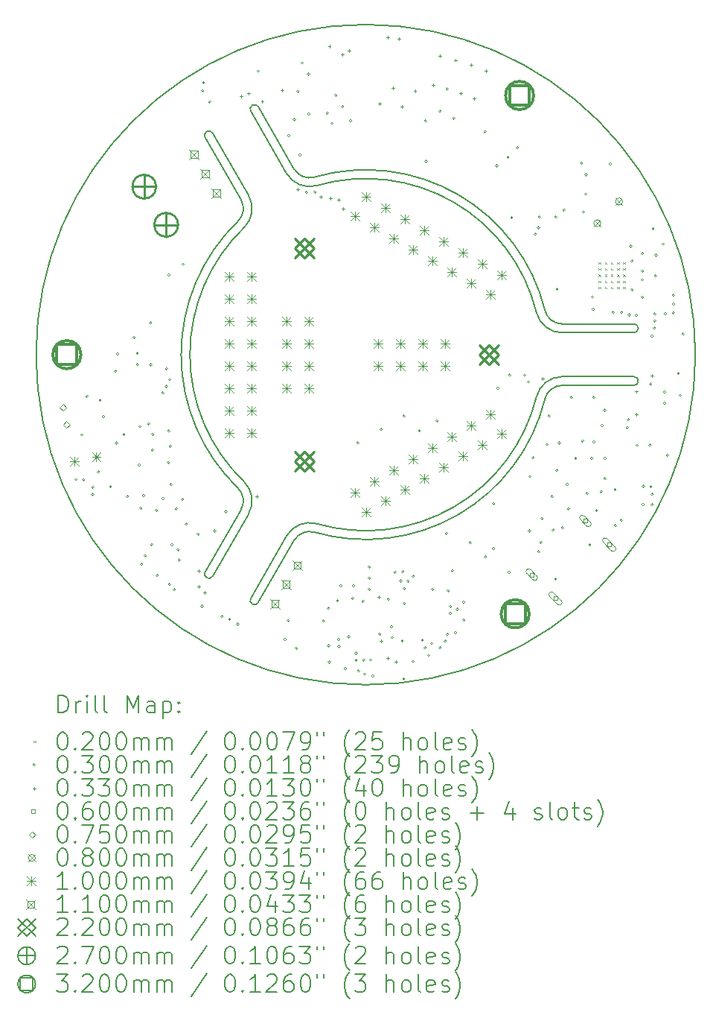
<source format=gbr>
%TF.GenerationSoftware,KiCad,Pcbnew,8.0.1-rc1*%
%TF.CreationDate,2024-04-12T00:40:06-07:00*%
%TF.ProjectId,Toolhead Board,546f6f6c-6865-4616-9420-426f6172642e,1*%
%TF.SameCoordinates,Original*%
%TF.FileFunction,Drillmap*%
%TF.FilePolarity,Positive*%
%FSLAX45Y45*%
G04 Gerber Fmt 4.5, Leading zero omitted, Abs format (unit mm)*
G04 Created by KiCad (PCBNEW 8.0.1-rc1) date 2024-04-12 00:40:06*
%MOMM*%
%LPD*%
G01*
G04 APERTURE LIST*
%ADD10C,0.150000*%
%ADD11C,0.200000*%
%ADD12C,0.100000*%
%ADD13C,0.110000*%
%ADD14C,0.220000*%
%ADD15C,0.270000*%
%ADD16C,0.320000*%
G04 APERTURE END LIST*
D10*
X6686473Y-9609070D02*
X6278109Y-10316378D01*
X9539074Y-8002174D02*
G75*
G02*
X6915358Y-9516977I-2039074J502174D01*
G01*
X6686473Y-5390931D02*
X6278109Y-4683623D01*
X5758494Y-10016378D02*
X6166858Y-9309070D01*
X6915358Y-5483023D02*
G75*
G02*
X6686475Y-5390930I-55679J192093D01*
G01*
X6191506Y-4733623D02*
G75*
G02*
X6278115Y-4683619I43304J25003D01*
G01*
X6045568Y-9014803D02*
G75*
G02*
X6045568Y-5985197I1454432J1514803D01*
G01*
X6943199Y-5579070D02*
G75*
G02*
X6599872Y-5440929I-83519J288140D01*
G01*
X6943199Y-5579070D02*
G75*
G02*
X9441975Y-7021739I556801J-1920930D01*
G01*
X6045568Y-9014803D02*
G75*
G02*
X6080256Y-9259070I-138518J-144267D01*
G01*
X9733271Y-7150000D02*
G75*
G02*
X9539073Y-6997826I-1J200000D01*
G01*
X9733271Y-7250000D02*
G75*
G02*
X9441974Y-7021739I-1J300000D01*
G01*
X11250000Y-7500000D02*
G75*
G02*
X3750000Y-7500000I-3750000J0D01*
G01*
X3750000Y-7500000D02*
G75*
G02*
X11250000Y-7500000I3750000J0D01*
G01*
X6114826Y-8942669D02*
G75*
G02*
X6114826Y-6057331I1385174J1442669D01*
G01*
X6191506Y-10266378D02*
X6599871Y-9559070D01*
X6080255Y-5740930D02*
X5671891Y-5033623D01*
X10550000Y-7250000D02*
X9733271Y-7250000D01*
X6278109Y-10316378D02*
G75*
G02*
X6191512Y-10266381I-43299J24998D01*
G01*
X9733271Y-7150000D02*
X10550000Y-7150000D01*
X5758494Y-4983622D02*
X6166858Y-5690930D01*
X10550000Y-7150000D02*
G75*
G02*
X10550000Y-7250000I0J-50000D01*
G01*
X6114826Y-8942669D02*
G75*
G02*
X6166858Y-9309071I-207777J-216401D01*
G01*
X9733271Y-7850000D02*
X10550000Y-7850000D01*
X10550000Y-7750000D02*
G75*
G02*
X10550000Y-7850000I0J-50000D01*
G01*
X6915358Y-5483024D02*
G75*
G02*
X9539074Y-6997826I584642J-2016976D01*
G01*
X9441975Y-7978261D02*
G75*
G02*
X6943199Y-9420930I-1941975J478261D01*
G01*
X6686473Y-9609070D02*
G75*
G02*
X6915359Y-9516975I173207J-100000D01*
G01*
X6599871Y-9559070D02*
G75*
G02*
X6943199Y-9420929I259809J-150000D01*
G01*
X9539074Y-8002174D02*
G75*
G02*
X9733271Y-7850001I194196J-47826D01*
G01*
X9441975Y-7978261D02*
G75*
G02*
X9733272Y-7750001I291295J-71739D01*
G01*
X5758493Y-10016378D02*
G75*
G02*
X5671890Y-9966377I-43304J24998D01*
G01*
X10550000Y-7750000D02*
X9733272Y-7750000D01*
X6080256Y-9259070D02*
X5671891Y-9966378D01*
X5671891Y-5033623D02*
G75*
G02*
X5758492Y-4983623I43299J25003D01*
G01*
X6191506Y-4733623D02*
X6599870Y-5440930D01*
X6166858Y-5690930D02*
G75*
G02*
X6114826Y-6057330I-259808J-150000D01*
G01*
X6080255Y-5740930D02*
G75*
G02*
X6045567Y-5985197I-173205J-100000D01*
G01*
D11*
D12*
X10150000Y-6450000D02*
X10170000Y-6470000D01*
X10170000Y-6450000D02*
X10150000Y-6470000D01*
X10150000Y-6520000D02*
X10170000Y-6540000D01*
X10170000Y-6520000D02*
X10150000Y-6540000D01*
X10150000Y-6590000D02*
X10170000Y-6610000D01*
X10170000Y-6590000D02*
X10150000Y-6610000D01*
X10150000Y-6660000D02*
X10170000Y-6680000D01*
X10170000Y-6660000D02*
X10150000Y-6680000D01*
X10150000Y-6730000D02*
X10170000Y-6750000D01*
X10170000Y-6730000D02*
X10150000Y-6750000D01*
X10220000Y-6450000D02*
X10240000Y-6470000D01*
X10240000Y-6450000D02*
X10220000Y-6470000D01*
X10220000Y-6520000D02*
X10240000Y-6540000D01*
X10240000Y-6520000D02*
X10220000Y-6540000D01*
X10220000Y-6590000D02*
X10240000Y-6610000D01*
X10240000Y-6590000D02*
X10220000Y-6610000D01*
X10220000Y-6660000D02*
X10240000Y-6680000D01*
X10240000Y-6660000D02*
X10220000Y-6680000D01*
X10220000Y-6730000D02*
X10240000Y-6750000D01*
X10240000Y-6730000D02*
X10220000Y-6750000D01*
X10290000Y-6450000D02*
X10310000Y-6470000D01*
X10310000Y-6450000D02*
X10290000Y-6470000D01*
X10290000Y-6520000D02*
X10310000Y-6540000D01*
X10310000Y-6520000D02*
X10290000Y-6540000D01*
X10290000Y-6590000D02*
X10310000Y-6610000D01*
X10310000Y-6590000D02*
X10290000Y-6610000D01*
X10290000Y-6660000D02*
X10310000Y-6680000D01*
X10310000Y-6660000D02*
X10290000Y-6680000D01*
X10290000Y-6730000D02*
X10310000Y-6750000D01*
X10310000Y-6730000D02*
X10290000Y-6750000D01*
X10360000Y-6450000D02*
X10380000Y-6470000D01*
X10380000Y-6450000D02*
X10360000Y-6470000D01*
X10360000Y-6520000D02*
X10380000Y-6540000D01*
X10380000Y-6520000D02*
X10360000Y-6540000D01*
X10360000Y-6590000D02*
X10380000Y-6610000D01*
X10380000Y-6590000D02*
X10360000Y-6610000D01*
X10360000Y-6660000D02*
X10380000Y-6680000D01*
X10380000Y-6660000D02*
X10360000Y-6680000D01*
X10360000Y-6730000D02*
X10380000Y-6750000D01*
X10380000Y-6730000D02*
X10360000Y-6750000D01*
X10430000Y-6450000D02*
X10450000Y-6470000D01*
X10450000Y-6450000D02*
X10430000Y-6470000D01*
X10430000Y-6520000D02*
X10450000Y-6540000D01*
X10450000Y-6520000D02*
X10430000Y-6540000D01*
X10430000Y-6590000D02*
X10450000Y-6610000D01*
X10450000Y-6590000D02*
X10430000Y-6610000D01*
X10430000Y-6660000D02*
X10450000Y-6680000D01*
X10450000Y-6660000D02*
X10430000Y-6680000D01*
X10430000Y-6730000D02*
X10450000Y-6750000D01*
X10450000Y-6730000D02*
X10430000Y-6750000D01*
X4218000Y-8921000D02*
G75*
G02*
X4188000Y-8921000I-15000J0D01*
G01*
X4188000Y-8921000D02*
G75*
G02*
X4218000Y-8921000I15000J0D01*
G01*
X4286994Y-8411867D02*
G75*
G02*
X4256994Y-8411867I-15000J0D01*
G01*
X4256994Y-8411867D02*
G75*
G02*
X4286994Y-8411867I15000J0D01*
G01*
X4303000Y-8921000D02*
G75*
G02*
X4273000Y-8921000I-15000J0D01*
G01*
X4273000Y-8921000D02*
G75*
G02*
X4303000Y-8921000I15000J0D01*
G01*
X4344000Y-7973000D02*
G75*
G02*
X4314000Y-7973000I-15000J0D01*
G01*
X4314000Y-7973000D02*
G75*
G02*
X4344000Y-7973000I15000J0D01*
G01*
X4409000Y-9090000D02*
G75*
G02*
X4379000Y-9090000I-15000J0D01*
G01*
X4379000Y-9090000D02*
G75*
G02*
X4409000Y-9090000I15000J0D01*
G01*
X4410000Y-9007000D02*
G75*
G02*
X4380000Y-9007000I-15000J0D01*
G01*
X4380000Y-9007000D02*
G75*
G02*
X4410000Y-9007000I15000J0D01*
G01*
X4473000Y-8832000D02*
G75*
G02*
X4443000Y-8832000I-15000J0D01*
G01*
X4443000Y-8832000D02*
G75*
G02*
X4473000Y-8832000I15000J0D01*
G01*
X4493816Y-8017721D02*
G75*
G02*
X4463816Y-8017721I-15000J0D01*
G01*
X4463816Y-8017721D02*
G75*
G02*
X4493816Y-8017721I15000J0D01*
G01*
X4531696Y-8203906D02*
G75*
G02*
X4501696Y-8203906I-15000J0D01*
G01*
X4501696Y-8203906D02*
G75*
G02*
X4531696Y-8203906I15000J0D01*
G01*
X4611196Y-9000805D02*
G75*
G02*
X4581196Y-9000805I-15000J0D01*
G01*
X4581196Y-9000805D02*
G75*
G02*
X4611196Y-9000805I15000J0D01*
G01*
X4669344Y-7688823D02*
G75*
G02*
X4639344Y-7688823I-15000J0D01*
G01*
X4639344Y-7688823D02*
G75*
G02*
X4669344Y-7688823I15000J0D01*
G01*
X4677893Y-8504101D02*
G75*
G02*
X4647893Y-8504101I-15000J0D01*
G01*
X4647893Y-8504101D02*
G75*
G02*
X4677893Y-8504101I15000J0D01*
G01*
X4693000Y-7494000D02*
G75*
G02*
X4663000Y-7494000I-15000J0D01*
G01*
X4663000Y-7494000D02*
G75*
G02*
X4693000Y-7494000I15000J0D01*
G01*
X4763960Y-8406875D02*
G75*
G02*
X4733960Y-8406875I-15000J0D01*
G01*
X4733960Y-8406875D02*
G75*
G02*
X4763960Y-8406875I15000J0D01*
G01*
X4804000Y-9114000D02*
G75*
G02*
X4774000Y-9114000I-15000J0D01*
G01*
X4774000Y-9114000D02*
G75*
G02*
X4804000Y-9114000I15000J0D01*
G01*
X4880767Y-7304318D02*
G75*
G02*
X4850767Y-7304318I-15000J0D01*
G01*
X4850767Y-7304318D02*
G75*
G02*
X4880767Y-7304318I15000J0D01*
G01*
X4917152Y-7483154D02*
G75*
G02*
X4887152Y-7483154I-15000J0D01*
G01*
X4887152Y-7483154D02*
G75*
G02*
X4917152Y-7483154I15000J0D01*
G01*
X4918323Y-7614304D02*
G75*
G02*
X4888323Y-7614304I-15000J0D01*
G01*
X4888323Y-7614304D02*
G75*
G02*
X4918323Y-7614304I15000J0D01*
G01*
X4937000Y-8755000D02*
G75*
G02*
X4907000Y-8755000I-15000J0D01*
G01*
X4907000Y-8755000D02*
G75*
G02*
X4937000Y-8755000I15000J0D01*
G01*
X4944192Y-8318279D02*
G75*
G02*
X4914192Y-8318279I-15000J0D01*
G01*
X4914192Y-8318279D02*
G75*
G02*
X4944192Y-8318279I15000J0D01*
G01*
X4957000Y-9244000D02*
G75*
G02*
X4927000Y-9244000I-15000J0D01*
G01*
X4927000Y-9244000D02*
G75*
G02*
X4957000Y-9244000I15000J0D01*
G01*
X4965000Y-9881000D02*
G75*
G02*
X4935000Y-9881000I-15000J0D01*
G01*
X4935000Y-9881000D02*
G75*
G02*
X4965000Y-9881000I15000J0D01*
G01*
X4990000Y-9102000D02*
G75*
G02*
X4960000Y-9102000I-15000J0D01*
G01*
X4960000Y-9102000D02*
G75*
G02*
X4990000Y-9102000I15000J0D01*
G01*
X5007643Y-9784369D02*
G75*
G02*
X4977643Y-9784369I-15000J0D01*
G01*
X4977643Y-9784369D02*
G75*
G02*
X5007643Y-9784369I15000J0D01*
G01*
X5045427Y-8285437D02*
G75*
G02*
X5015427Y-8285437I-15000J0D01*
G01*
X5015427Y-8285437D02*
G75*
G02*
X5045427Y-8285437I15000J0D01*
G01*
X5066000Y-7139000D02*
G75*
G02*
X5036000Y-7139000I-15000J0D01*
G01*
X5036000Y-7139000D02*
G75*
G02*
X5066000Y-7139000I15000J0D01*
G01*
X5070000Y-7615000D02*
G75*
G02*
X5040000Y-7615000I-15000J0D01*
G01*
X5040000Y-7615000D02*
G75*
G02*
X5070000Y-7615000I15000J0D01*
G01*
X5080643Y-9657929D02*
G75*
G02*
X5050643Y-9657929I-15000J0D01*
G01*
X5050643Y-9657929D02*
G75*
G02*
X5080643Y-9657929I15000J0D01*
G01*
X5087517Y-8582858D02*
G75*
G02*
X5057517Y-8582858I-15000J0D01*
G01*
X5057517Y-8582858D02*
G75*
G02*
X5087517Y-8582858I15000J0D01*
G01*
X5090341Y-8404625D02*
G75*
G02*
X5060341Y-8404625I-15000J0D01*
G01*
X5060341Y-8404625D02*
G75*
G02*
X5090341Y-8404625I15000J0D01*
G01*
X5132581Y-9268471D02*
G75*
G02*
X5102581Y-9268471I-15000J0D01*
G01*
X5102581Y-9268471D02*
G75*
G02*
X5132581Y-9268471I15000J0D01*
G01*
X5143000Y-10011000D02*
G75*
G02*
X5113000Y-10011000I-15000J0D01*
G01*
X5113000Y-10011000D02*
G75*
G02*
X5143000Y-10011000I15000J0D01*
G01*
X5208013Y-7935124D02*
G75*
G02*
X5178013Y-7935124I-15000J0D01*
G01*
X5178013Y-7935124D02*
G75*
G02*
X5208013Y-7935124I15000J0D01*
G01*
X5208831Y-9136402D02*
G75*
G02*
X5178831Y-9136402I-15000J0D01*
G01*
X5178831Y-9136402D02*
G75*
G02*
X5208831Y-9136402I15000J0D01*
G01*
X5246000Y-7861064D02*
G75*
G02*
X5216000Y-7861064I-15000J0D01*
G01*
X5216000Y-7861064D02*
G75*
G02*
X5246000Y-7861064I15000J0D01*
G01*
X5248000Y-7661000D02*
G75*
G02*
X5218000Y-7661000I-15000J0D01*
G01*
X5218000Y-7661000D02*
G75*
G02*
X5248000Y-7661000I15000J0D01*
G01*
X5269000Y-8727000D02*
G75*
G02*
X5239000Y-8727000I-15000J0D01*
G01*
X5239000Y-8727000D02*
G75*
G02*
X5269000Y-8727000I15000J0D01*
G01*
X5273111Y-8366513D02*
G75*
G02*
X5243111Y-8366513I-15000J0D01*
G01*
X5243111Y-8366513D02*
G75*
G02*
X5273111Y-8366513I15000J0D01*
G01*
X5276000Y-6595000D02*
G75*
G02*
X5246000Y-6595000I-15000J0D01*
G01*
X5246000Y-6595000D02*
G75*
G02*
X5276000Y-6595000I15000J0D01*
G01*
X5283000Y-7785000D02*
G75*
G02*
X5253000Y-7785000I-15000J0D01*
G01*
X5253000Y-7785000D02*
G75*
G02*
X5283000Y-7785000I15000J0D01*
G01*
X5284000Y-10111000D02*
G75*
G02*
X5254000Y-10111000I-15000J0D01*
G01*
X5254000Y-10111000D02*
G75*
G02*
X5284000Y-10111000I15000J0D01*
G01*
X5292299Y-8539570D02*
G75*
G02*
X5262299Y-8539570I-15000J0D01*
G01*
X5262299Y-8539570D02*
G75*
G02*
X5292299Y-8539570I15000J0D01*
G01*
X5300081Y-8978352D02*
G75*
G02*
X5270081Y-8978352I-15000J0D01*
G01*
X5270081Y-8978352D02*
G75*
G02*
X5300081Y-8978352I15000J0D01*
G01*
X5310931Y-9661560D02*
G75*
G02*
X5280931Y-9661560I-15000J0D01*
G01*
X5280931Y-9661560D02*
G75*
G02*
X5310931Y-9661560I15000J0D01*
G01*
X5338686Y-10169486D02*
G75*
G02*
X5308686Y-10169486I-15000J0D01*
G01*
X5308686Y-10169486D02*
G75*
G02*
X5338686Y-10169486I15000J0D01*
G01*
X5357970Y-9251086D02*
G75*
G02*
X5327970Y-9251086I-15000J0D01*
G01*
X5327970Y-9251086D02*
G75*
G02*
X5357970Y-9251086I15000J0D01*
G01*
X5380641Y-9716818D02*
G75*
G02*
X5350641Y-9716818I-15000J0D01*
G01*
X5350641Y-9716818D02*
G75*
G02*
X5380641Y-9716818I15000J0D01*
G01*
X5432612Y-9145802D02*
G75*
G02*
X5402612Y-9145802I-15000J0D01*
G01*
X5402612Y-9145802D02*
G75*
G02*
X5432612Y-9145802I15000J0D01*
G01*
X5437000Y-6472000D02*
G75*
G02*
X5407000Y-6472000I-15000J0D01*
G01*
X5407000Y-6472000D02*
G75*
G02*
X5437000Y-6472000I15000J0D01*
G01*
X5472850Y-9427108D02*
G75*
G02*
X5442850Y-9427108I-15000J0D01*
G01*
X5442850Y-9427108D02*
G75*
G02*
X5472850Y-9427108I15000J0D01*
G01*
X5608297Y-9538507D02*
G75*
G02*
X5578297Y-9538507I-15000J0D01*
G01*
X5578297Y-9538507D02*
G75*
G02*
X5608297Y-9538507I15000J0D01*
G01*
X5651000Y-10359000D02*
G75*
G02*
X5621000Y-10359000I-15000J0D01*
G01*
X5621000Y-10359000D02*
G75*
G02*
X5651000Y-10359000I15000J0D01*
G01*
X5661000Y-4502000D02*
G75*
G02*
X5631000Y-4502000I-15000J0D01*
G01*
X5631000Y-4502000D02*
G75*
G02*
X5661000Y-4502000I15000J0D01*
G01*
X5670000Y-4410000D02*
G75*
G02*
X5640000Y-4410000I-15000J0D01*
G01*
X5640000Y-4410000D02*
G75*
G02*
X5670000Y-4410000I15000J0D01*
G01*
X5739014Y-4629302D02*
G75*
G02*
X5709014Y-4629302I-15000J0D01*
G01*
X5709014Y-4629302D02*
G75*
G02*
X5739014Y-4629302I15000J0D01*
G01*
X5797795Y-9503287D02*
G75*
G02*
X5767795Y-9503287I-15000J0D01*
G01*
X5767795Y-9503287D02*
G75*
G02*
X5797795Y-9503287I15000J0D01*
G01*
X5879000Y-10476000D02*
G75*
G02*
X5849000Y-10476000I-15000J0D01*
G01*
X5849000Y-10476000D02*
G75*
G02*
X5879000Y-10476000I15000J0D01*
G01*
X5924795Y-9283316D02*
G75*
G02*
X5894795Y-9283316I-15000J0D01*
G01*
X5894795Y-9283316D02*
G75*
G02*
X5924795Y-9283316I15000J0D01*
G01*
X5965000Y-10507000D02*
G75*
G02*
X5935000Y-10507000I-15000J0D01*
G01*
X5935000Y-10507000D02*
G75*
G02*
X5965000Y-10507000I15000J0D01*
G01*
X6060000Y-10562000D02*
G75*
G02*
X6030000Y-10562000I-15000J0D01*
G01*
X6030000Y-10562000D02*
G75*
G02*
X6060000Y-10562000I15000J0D01*
G01*
X6291314Y-4280514D02*
G75*
G02*
X6261314Y-4280514I-15000J0D01*
G01*
X6261314Y-4280514D02*
G75*
G02*
X6291314Y-4280514I15000J0D01*
G01*
X6596000Y-10736000D02*
G75*
G02*
X6566000Y-10736000I-15000J0D01*
G01*
X6566000Y-10736000D02*
G75*
G02*
X6596000Y-10736000I15000J0D01*
G01*
X6634000Y-10521000D02*
G75*
G02*
X6604000Y-10521000I-15000J0D01*
G01*
X6604000Y-10521000D02*
G75*
G02*
X6634000Y-10521000I15000J0D01*
G01*
X6638705Y-5011213D02*
G75*
G02*
X6608705Y-5011213I-15000J0D01*
G01*
X6608705Y-5011213D02*
G75*
G02*
X6638705Y-5011213I15000J0D01*
G01*
X6702953Y-4829494D02*
G75*
G02*
X6672953Y-4829494I-15000J0D01*
G01*
X6672953Y-4829494D02*
G75*
G02*
X6702953Y-4829494I15000J0D01*
G01*
X6725000Y-10834000D02*
G75*
G02*
X6695000Y-10834000I-15000J0D01*
G01*
X6695000Y-10834000D02*
G75*
G02*
X6725000Y-10834000I15000J0D01*
G01*
X6745069Y-4510440D02*
G75*
G02*
X6715069Y-4510440I-15000J0D01*
G01*
X6715069Y-4510440D02*
G75*
G02*
X6745069Y-4510440I15000J0D01*
G01*
X6765705Y-5231184D02*
G75*
G02*
X6735705Y-5231184I-15000J0D01*
G01*
X6735705Y-5231184D02*
G75*
G02*
X6765705Y-5231184I15000J0D01*
G01*
X6790357Y-4186381D02*
G75*
G02*
X6760357Y-4186381I-15000J0D01*
G01*
X6760357Y-4186381D02*
G75*
G02*
X6790357Y-4186381I15000J0D01*
G01*
X6840520Y-5657453D02*
G75*
G02*
X6810520Y-5657453I-15000J0D01*
G01*
X6810520Y-5657453D02*
G75*
G02*
X6840520Y-5657453I15000J0D01*
G01*
X6863357Y-4312821D02*
G75*
G02*
X6833357Y-4312821I-15000J0D01*
G01*
X6833357Y-4312821D02*
G75*
G02*
X6863357Y-4312821I15000J0D01*
G01*
X6867150Y-4767892D02*
G75*
G02*
X6837150Y-4767892I-15000J0D01*
G01*
X6837150Y-4767892D02*
G75*
G02*
X6867150Y-4767892I15000J0D01*
G01*
X6937214Y-5653350D02*
G75*
G02*
X6907214Y-5653350I-15000J0D01*
G01*
X6907214Y-5653350D02*
G75*
G02*
X6937214Y-5653350I15000J0D01*
G01*
X7034800Y-10526250D02*
G75*
G02*
X7004800Y-10526250I-15000J0D01*
G01*
X7004800Y-10526250D02*
G75*
G02*
X7034800Y-10526250I15000J0D01*
G01*
X7077030Y-4756414D02*
G75*
G02*
X7047030Y-4756414I-15000J0D01*
G01*
X7047030Y-4756414D02*
G75*
G02*
X7077030Y-4756414I15000J0D01*
G01*
X7090800Y-10382811D02*
G75*
G02*
X7060800Y-10382811I-15000J0D01*
G01*
X7060800Y-10382811D02*
G75*
G02*
X7090800Y-10382811I15000J0D01*
G01*
X7092000Y-10806000D02*
G75*
G02*
X7062000Y-10806000I-15000J0D01*
G01*
X7062000Y-10806000D02*
G75*
G02*
X7092000Y-10806000I15000J0D01*
G01*
X7100000Y-10993000D02*
G75*
G02*
X7070000Y-10993000I-15000J0D01*
G01*
X7070000Y-10993000D02*
G75*
G02*
X7100000Y-10993000I15000J0D01*
G01*
X7130888Y-4873698D02*
G75*
G02*
X7100888Y-4873698I-15000J0D01*
G01*
X7100888Y-4873698D02*
G75*
G02*
X7130888Y-4873698I15000J0D01*
G01*
X7174669Y-4552530D02*
G75*
G02*
X7144669Y-4552530I-15000J0D01*
G01*
X7144669Y-4552530D02*
G75*
G02*
X7174669Y-4552530I15000J0D01*
G01*
X7195200Y-10294800D02*
G75*
G02*
X7165200Y-10294800I-15000J0D01*
G01*
X7165200Y-10294800D02*
G75*
G02*
X7195200Y-10294800I15000J0D01*
G01*
X7207000Y-10736000D02*
G75*
G02*
X7177000Y-10736000I-15000J0D01*
G01*
X7177000Y-10736000D02*
G75*
G02*
X7207000Y-10736000I15000J0D01*
G01*
X7209000Y-10816000D02*
G75*
G02*
X7179000Y-10816000I-15000J0D01*
G01*
X7179000Y-10816000D02*
G75*
G02*
X7209000Y-10816000I15000J0D01*
G01*
X7231000Y-10125250D02*
G75*
G02*
X7201000Y-10125250I-15000J0D01*
G01*
X7201000Y-10125250D02*
G75*
G02*
X7231000Y-10125250I15000J0D01*
G01*
X7250919Y-4684598D02*
G75*
G02*
X7220919Y-4684598I-15000J0D01*
G01*
X7220919Y-4684598D02*
G75*
G02*
X7250919Y-4684598I15000J0D01*
G01*
X7281000Y-11066000D02*
G75*
G02*
X7251000Y-11066000I-15000J0D01*
G01*
X7251000Y-11066000D02*
G75*
G02*
X7281000Y-11066000I15000J0D01*
G01*
X7320000Y-10707000D02*
G75*
G02*
X7290000Y-10707000I-15000J0D01*
G01*
X7290000Y-10707000D02*
G75*
G02*
X7320000Y-10707000I15000J0D01*
G01*
X7342169Y-4842648D02*
G75*
G02*
X7312169Y-4842648I-15000J0D01*
G01*
X7312169Y-4842648D02*
G75*
G02*
X7342169Y-4842648I15000J0D01*
G01*
X7366000Y-10269000D02*
G75*
G02*
X7336000Y-10269000I-15000J0D01*
G01*
X7336000Y-10269000D02*
G75*
G02*
X7366000Y-10269000I15000J0D01*
G01*
X7377000Y-10125250D02*
G75*
G02*
X7347000Y-10125250I-15000J0D01*
G01*
X7347000Y-10125250D02*
G75*
G02*
X7377000Y-10125250I15000J0D01*
G01*
X7406000Y-10972000D02*
G75*
G02*
X7376000Y-10972000I-15000J0D01*
G01*
X7376000Y-10972000D02*
G75*
G02*
X7406000Y-10972000I15000J0D01*
G01*
X7407000Y-10892000D02*
G75*
G02*
X7377000Y-10892000I-15000J0D01*
G01*
X7377000Y-10892000D02*
G75*
G02*
X7407000Y-10892000I15000J0D01*
G01*
X7424975Y-8502625D02*
G75*
G02*
X7394975Y-8502625I-15000J0D01*
G01*
X7394975Y-8502625D02*
G75*
G02*
X7424975Y-8502625I15000J0D01*
G01*
X7432000Y-11093000D02*
G75*
G02*
X7402000Y-11093000I-15000J0D01*
G01*
X7402000Y-11093000D02*
G75*
G02*
X7432000Y-11093000I15000J0D01*
G01*
X7485000Y-10302000D02*
G75*
G02*
X7455000Y-10302000I-15000J0D01*
G01*
X7455000Y-10302000D02*
G75*
G02*
X7485000Y-10302000I15000J0D01*
G01*
X7492000Y-10971000D02*
G75*
G02*
X7462000Y-10971000I-15000J0D01*
G01*
X7462000Y-10971000D02*
G75*
G02*
X7492000Y-10971000I15000J0D01*
G01*
X7504000Y-11129000D02*
G75*
G02*
X7474000Y-11129000I-15000J0D01*
G01*
X7474000Y-11129000D02*
G75*
G02*
X7504000Y-11129000I15000J0D01*
G01*
X7555000Y-9911500D02*
G75*
G02*
X7525000Y-9911500I-15000J0D01*
G01*
X7525000Y-9911500D02*
G75*
G02*
X7555000Y-9911500I15000J0D01*
G01*
X7555000Y-10038500D02*
G75*
G02*
X7525000Y-10038500I-15000J0D01*
G01*
X7525000Y-10038500D02*
G75*
G02*
X7555000Y-10038500I15000J0D01*
G01*
X7555000Y-10165500D02*
G75*
G02*
X7525000Y-10165500I-15000J0D01*
G01*
X7525000Y-10165500D02*
G75*
G02*
X7555000Y-10165500I15000J0D01*
G01*
X7572000Y-10969000D02*
G75*
G02*
X7542000Y-10969000I-15000J0D01*
G01*
X7542000Y-10969000D02*
G75*
G02*
X7572000Y-10969000I15000J0D01*
G01*
X7595862Y-11149881D02*
G75*
G02*
X7565862Y-11149881I-15000J0D01*
G01*
X7565862Y-11149881D02*
G75*
G02*
X7595862Y-11149881I15000J0D01*
G01*
X7673904Y-10672680D02*
G75*
G02*
X7643904Y-10672680I-15000J0D01*
G01*
X7643904Y-10672680D02*
G75*
G02*
X7673904Y-10672680I15000J0D01*
G01*
X7692000Y-8350000D02*
G75*
G02*
X7662000Y-8350000I-15000J0D01*
G01*
X7662000Y-8350000D02*
G75*
G02*
X7692000Y-8350000I15000J0D01*
G01*
X7772000Y-10280000D02*
G75*
G02*
X7742000Y-10280000I-15000J0D01*
G01*
X7742000Y-10280000D02*
G75*
G02*
X7772000Y-10280000I15000J0D01*
G01*
X7809000Y-10591000D02*
G75*
G02*
X7779000Y-10591000I-15000J0D01*
G01*
X7779000Y-10591000D02*
G75*
G02*
X7809000Y-10591000I15000J0D01*
G01*
X7815000Y-10715000D02*
G75*
G02*
X7785000Y-10715000I-15000J0D01*
G01*
X7785000Y-10715000D02*
G75*
G02*
X7815000Y-10715000I15000J0D01*
G01*
X7847500Y-9972500D02*
G75*
G02*
X7817500Y-9972500I-15000J0D01*
G01*
X7817500Y-9972500D02*
G75*
G02*
X7847500Y-9972500I15000J0D01*
G01*
X7915000Y-10070000D02*
G75*
G02*
X7885000Y-10070000I-15000J0D01*
G01*
X7885000Y-10070000D02*
G75*
G02*
X7915000Y-10070000I15000J0D01*
G01*
X7929439Y-10752469D02*
G75*
G02*
X7899439Y-10752469I-15000J0D01*
G01*
X7899439Y-10752469D02*
G75*
G02*
X7929439Y-10752469I15000J0D01*
G01*
X7935000Y-9967500D02*
G75*
G02*
X7905000Y-9967500I-15000J0D01*
G01*
X7905000Y-9967500D02*
G75*
G02*
X7935000Y-9967500I15000J0D01*
G01*
X7948000Y-11184000D02*
G75*
G02*
X7918000Y-11184000I-15000J0D01*
G01*
X7918000Y-11184000D02*
G75*
G02*
X7948000Y-11184000I15000J0D01*
G01*
X7950025Y-8199375D02*
G75*
G02*
X7920025Y-8199375I-15000J0D01*
G01*
X7920025Y-8199375D02*
G75*
G02*
X7950025Y-8199375I15000J0D01*
G01*
X7955000Y-10158000D02*
G75*
G02*
X7925000Y-10158000I-15000J0D01*
G01*
X7925000Y-10158000D02*
G75*
G02*
X7955000Y-10158000I15000J0D01*
G01*
X7955000Y-10327000D02*
G75*
G02*
X7925000Y-10327000I-15000J0D01*
G01*
X7925000Y-10327000D02*
G75*
G02*
X7955000Y-10327000I15000J0D01*
G01*
X7996215Y-10072543D02*
G75*
G02*
X7966215Y-10072543I-15000J0D01*
G01*
X7966215Y-10072543D02*
G75*
G02*
X7996215Y-10072543I15000J0D01*
G01*
X8052250Y-10986000D02*
G75*
G02*
X8022250Y-10986000I-15000J0D01*
G01*
X8022250Y-10986000D02*
G75*
G02*
X8052250Y-10986000I15000J0D01*
G01*
X8055000Y-10017500D02*
G75*
G02*
X8025000Y-10017500I-15000J0D01*
G01*
X8025000Y-10017500D02*
G75*
G02*
X8055000Y-10017500I15000J0D01*
G01*
X8125000Y-8366000D02*
G75*
G02*
X8095000Y-8366000I-15000J0D01*
G01*
X8095000Y-8366000D02*
G75*
G02*
X8125000Y-8366000I15000J0D01*
G01*
X8160000Y-10744000D02*
G75*
G02*
X8130000Y-10744000I-15000J0D01*
G01*
X8130000Y-10744000D02*
G75*
G02*
X8160000Y-10744000I15000J0D01*
G01*
X8192000Y-10831000D02*
G75*
G02*
X8162000Y-10831000I-15000J0D01*
G01*
X8162000Y-10831000D02*
G75*
G02*
X8192000Y-10831000I15000J0D01*
G01*
X8195000Y-4846000D02*
G75*
G02*
X8165000Y-4846000I-15000J0D01*
G01*
X8165000Y-4846000D02*
G75*
G02*
X8195000Y-4846000I15000J0D01*
G01*
X8202000Y-5303000D02*
G75*
G02*
X8172000Y-5303000I-15000J0D01*
G01*
X8172000Y-5303000D02*
G75*
G02*
X8202000Y-5303000I15000J0D01*
G01*
X8230000Y-10917000D02*
G75*
G02*
X8200000Y-10917000I-15000J0D01*
G01*
X8200000Y-10917000D02*
G75*
G02*
X8230000Y-10917000I15000J0D01*
G01*
X8265000Y-10781000D02*
G75*
G02*
X8235000Y-10781000I-15000J0D01*
G01*
X8235000Y-10781000D02*
G75*
G02*
X8265000Y-10781000I15000J0D01*
G01*
X8275000Y-10165000D02*
G75*
G02*
X8245000Y-10165000I-15000J0D01*
G01*
X8245000Y-10165000D02*
G75*
G02*
X8275000Y-10165000I15000J0D01*
G01*
X8325000Y-8252000D02*
G75*
G02*
X8295000Y-8252000I-15000J0D01*
G01*
X8295000Y-8252000D02*
G75*
G02*
X8325000Y-8252000I15000J0D01*
G01*
X8359000Y-10831000D02*
G75*
G02*
X8329000Y-10831000I-15000J0D01*
G01*
X8329000Y-10831000D02*
G75*
G02*
X8359000Y-10831000I15000J0D01*
G01*
X8361000Y-4734000D02*
G75*
G02*
X8331000Y-4734000I-15000J0D01*
G01*
X8331000Y-4734000D02*
G75*
G02*
X8361000Y-4734000I15000J0D01*
G01*
X8419000Y-10756000D02*
G75*
G02*
X8389000Y-10756000I-15000J0D01*
G01*
X8389000Y-10756000D02*
G75*
G02*
X8419000Y-10756000I15000J0D01*
G01*
X8432000Y-9533000D02*
G75*
G02*
X8402000Y-9533000I-15000J0D01*
G01*
X8402000Y-9533000D02*
G75*
G02*
X8432000Y-9533000I15000J0D01*
G01*
X8444000Y-10679000D02*
G75*
G02*
X8414000Y-10679000I-15000J0D01*
G01*
X8414000Y-10679000D02*
G75*
G02*
X8444000Y-10679000I15000J0D01*
G01*
X8453000Y-10182250D02*
G75*
G02*
X8423000Y-10182250I-15000J0D01*
G01*
X8423000Y-10182250D02*
G75*
G02*
X8453000Y-10182250I15000J0D01*
G01*
X8478000Y-10440000D02*
G75*
G02*
X8448000Y-10440000I-15000J0D01*
G01*
X8448000Y-10440000D02*
G75*
G02*
X8478000Y-10440000I15000J0D01*
G01*
X8479000Y-10360000D02*
G75*
G02*
X8449000Y-10360000I-15000J0D01*
G01*
X8449000Y-10360000D02*
G75*
G02*
X8479000Y-10360000I15000J0D01*
G01*
X8499000Y-9955000D02*
G75*
G02*
X8469000Y-9955000I-15000J0D01*
G01*
X8469000Y-9955000D02*
G75*
G02*
X8499000Y-9955000I15000J0D01*
G01*
X8518000Y-4816000D02*
G75*
G02*
X8488000Y-4816000I-15000J0D01*
G01*
X8488000Y-4816000D02*
G75*
G02*
X8518000Y-4816000I15000J0D01*
G01*
X8537000Y-10659000D02*
G75*
G02*
X8507000Y-10659000I-15000J0D01*
G01*
X8507000Y-10659000D02*
G75*
G02*
X8537000Y-10659000I15000J0D01*
G01*
X8558000Y-10393000D02*
G75*
G02*
X8528000Y-10393000I-15000J0D01*
G01*
X8528000Y-10393000D02*
G75*
G02*
X8558000Y-10393000I15000J0D01*
G01*
X8630000Y-10313000D02*
G75*
G02*
X8600000Y-10313000I-15000J0D01*
G01*
X8600000Y-10313000D02*
G75*
G02*
X8630000Y-10313000I15000J0D01*
G01*
X8630000Y-10514000D02*
G75*
G02*
X8600000Y-10514000I-15000J0D01*
G01*
X8600000Y-10514000D02*
G75*
G02*
X8630000Y-10514000I15000J0D01*
G01*
X8704000Y-9637000D02*
G75*
G02*
X8674000Y-9637000I-15000J0D01*
G01*
X8674000Y-9637000D02*
G75*
G02*
X8704000Y-9637000I15000J0D01*
G01*
X8872447Y-4968755D02*
G75*
G02*
X8842447Y-4968755I-15000J0D01*
G01*
X8842447Y-4968755D02*
G75*
G02*
X8872447Y-4968755I15000J0D01*
G01*
X8877000Y-9797000D02*
G75*
G02*
X8847000Y-9797000I-15000J0D01*
G01*
X8847000Y-9797000D02*
G75*
G02*
X8877000Y-9797000I15000J0D01*
G01*
X8967000Y-9702000D02*
G75*
G02*
X8937000Y-9702000I-15000J0D01*
G01*
X8937000Y-9702000D02*
G75*
G02*
X8967000Y-9702000I15000J0D01*
G01*
X8971237Y-9193401D02*
G75*
G02*
X8941237Y-9193401I-15000J0D01*
G01*
X8941237Y-9193401D02*
G75*
G02*
X8971237Y-9193401I15000J0D01*
G01*
X9006000Y-5354000D02*
G75*
G02*
X8976000Y-5354000I-15000J0D01*
G01*
X8976000Y-5354000D02*
G75*
G02*
X9006000Y-5354000I15000J0D01*
G01*
X9018000Y-7881000D02*
G75*
G02*
X8988000Y-7881000I-15000J0D01*
G01*
X8988000Y-7881000D02*
G75*
G02*
X9018000Y-7881000I15000J0D01*
G01*
X9133596Y-5256776D02*
G75*
G02*
X9103596Y-5256776I-15000J0D01*
G01*
X9103596Y-5256776D02*
G75*
G02*
X9133596Y-5256776I15000J0D01*
G01*
X9144000Y-9973000D02*
G75*
G02*
X9114000Y-9973000I-15000J0D01*
G01*
X9114000Y-9973000D02*
G75*
G02*
X9144000Y-9973000I15000J0D01*
G01*
X9150000Y-7732000D02*
G75*
G02*
X9120000Y-7732000I-15000J0D01*
G01*
X9120000Y-7732000D02*
G75*
G02*
X9150000Y-7732000I15000J0D01*
G01*
X9176000Y-5943000D02*
G75*
G02*
X9146000Y-5943000I-15000J0D01*
G01*
X9146000Y-5943000D02*
G75*
G02*
X9176000Y-5943000I15000J0D01*
G01*
X9239662Y-5150710D02*
G75*
G02*
X9209662Y-5150710I-15000J0D01*
G01*
X9209662Y-5150710D02*
G75*
G02*
X9239662Y-5150710I15000J0D01*
G01*
X9324000Y-7733000D02*
G75*
G02*
X9294000Y-7733000I-15000J0D01*
G01*
X9294000Y-7733000D02*
G75*
G02*
X9324000Y-7733000I15000J0D01*
G01*
X9366000Y-7810000D02*
G75*
G02*
X9336000Y-7810000I-15000J0D01*
G01*
X9336000Y-7810000D02*
G75*
G02*
X9366000Y-7810000I15000J0D01*
G01*
X9377000Y-9504000D02*
G75*
G02*
X9347000Y-9504000I-15000J0D01*
G01*
X9347000Y-9504000D02*
G75*
G02*
X9377000Y-9504000I15000J0D01*
G01*
X9382646Y-8885045D02*
G75*
G02*
X9352646Y-8885045I-15000J0D01*
G01*
X9352646Y-8885045D02*
G75*
G02*
X9382646Y-8885045I15000J0D01*
G01*
X9418000Y-8673000D02*
G75*
G02*
X9388000Y-8673000I-15000J0D01*
G01*
X9388000Y-8673000D02*
G75*
G02*
X9418000Y-8673000I15000J0D01*
G01*
X9443000Y-6131000D02*
G75*
G02*
X9413000Y-6131000I-15000J0D01*
G01*
X9413000Y-6131000D02*
G75*
G02*
X9443000Y-6131000I15000J0D01*
G01*
X9480000Y-6059000D02*
G75*
G02*
X9450000Y-6059000I-15000J0D01*
G01*
X9450000Y-6059000D02*
G75*
G02*
X9480000Y-6059000I15000J0D01*
G01*
X9481187Y-9737463D02*
G75*
G02*
X9451187Y-9737463I-15000J0D01*
G01*
X9451187Y-9737463D02*
G75*
G02*
X9481187Y-9737463I15000J0D01*
G01*
X9490000Y-5937000D02*
G75*
G02*
X9460000Y-5937000I-15000J0D01*
G01*
X9460000Y-5937000D02*
G75*
G02*
X9490000Y-5937000I15000J0D01*
G01*
X9506390Y-9632811D02*
G75*
G02*
X9476390Y-9632811I-15000J0D01*
G01*
X9476390Y-9632811D02*
G75*
G02*
X9506390Y-9632811I15000J0D01*
G01*
X9519000Y-9362000D02*
G75*
G02*
X9489000Y-9362000I-15000J0D01*
G01*
X9489000Y-9362000D02*
G75*
G02*
X9519000Y-9362000I15000J0D01*
G01*
X9577000Y-8523000D02*
G75*
G02*
X9547000Y-8523000I-15000J0D01*
G01*
X9547000Y-8523000D02*
G75*
G02*
X9577000Y-8523000I15000J0D01*
G01*
X9601000Y-8198000D02*
G75*
G02*
X9571000Y-8198000I-15000J0D01*
G01*
X9571000Y-8198000D02*
G75*
G02*
X9601000Y-8198000I15000J0D01*
G01*
X9636000Y-9112000D02*
G75*
G02*
X9606000Y-9112000I-15000J0D01*
G01*
X9606000Y-9112000D02*
G75*
G02*
X9636000Y-9112000I15000J0D01*
G01*
X9647811Y-9491390D02*
G75*
G02*
X9617811Y-9491390I-15000J0D01*
G01*
X9617811Y-9491390D02*
G75*
G02*
X9647811Y-9491390I15000J0D01*
G01*
X9674327Y-10048236D02*
G75*
G02*
X9644327Y-10048236I-15000J0D01*
G01*
X9644327Y-10048236D02*
G75*
G02*
X9674327Y-10048236I15000J0D01*
G01*
X9676000Y-5937000D02*
G75*
G02*
X9646000Y-5937000I-15000J0D01*
G01*
X9646000Y-5937000D02*
G75*
G02*
X9676000Y-5937000I15000J0D01*
G01*
X9689000Y-8815000D02*
G75*
G02*
X9659000Y-8815000I-15000J0D01*
G01*
X9659000Y-8815000D02*
G75*
G02*
X9689000Y-8815000I15000J0D01*
G01*
X9692000Y-6757000D02*
G75*
G02*
X9662000Y-6757000I-15000J0D01*
G01*
X9662000Y-6757000D02*
G75*
G02*
X9692000Y-6757000I15000J0D01*
G01*
X9717000Y-8506000D02*
G75*
G02*
X9687000Y-8506000I-15000J0D01*
G01*
X9687000Y-8506000D02*
G75*
G02*
X9717000Y-8506000I15000J0D01*
G01*
X9752653Y-9466025D02*
G75*
G02*
X9722653Y-9466025I-15000J0D01*
G01*
X9722653Y-9466025D02*
G75*
G02*
X9752653Y-9466025I15000J0D01*
G01*
X9769000Y-5856000D02*
G75*
G02*
X9739000Y-5856000I-15000J0D01*
G01*
X9739000Y-5856000D02*
G75*
G02*
X9769000Y-5856000I15000J0D01*
G01*
X9805000Y-8975000D02*
G75*
G02*
X9775000Y-8975000I-15000J0D01*
G01*
X9775000Y-8975000D02*
G75*
G02*
X9805000Y-8975000I15000J0D01*
G01*
X9822000Y-9252000D02*
G75*
G02*
X9792000Y-9252000I-15000J0D01*
G01*
X9792000Y-9252000D02*
G75*
G02*
X9822000Y-9252000I15000J0D01*
G01*
X9854500Y-7985500D02*
G75*
G02*
X9824500Y-7985500I-15000J0D01*
G01*
X9824500Y-7985500D02*
G75*
G02*
X9854500Y-7985500I15000J0D01*
G01*
X9902750Y-8679000D02*
G75*
G02*
X9872750Y-8679000I-15000J0D01*
G01*
X9872750Y-8679000D02*
G75*
G02*
X9902750Y-8679000I15000J0D01*
G01*
X9969000Y-5324000D02*
G75*
G02*
X9939000Y-5324000I-15000J0D01*
G01*
X9939000Y-5324000D02*
G75*
G02*
X9969000Y-5324000I15000J0D01*
G01*
X9981500Y-8480500D02*
G75*
G02*
X9951500Y-8480500I-15000J0D01*
G01*
X9951500Y-8480500D02*
G75*
G02*
X9981500Y-8480500I15000J0D01*
G01*
X9991000Y-5880000D02*
G75*
G02*
X9961000Y-5880000I-15000J0D01*
G01*
X9961000Y-5880000D02*
G75*
G02*
X9991000Y-5880000I15000J0D01*
G01*
X10019000Y-5677000D02*
G75*
G02*
X9989000Y-5677000I-15000J0D01*
G01*
X9989000Y-5677000D02*
G75*
G02*
X10019000Y-5677000I15000J0D01*
G01*
X10020000Y-5457000D02*
G75*
G02*
X9990000Y-5457000I-15000J0D01*
G01*
X9990000Y-5457000D02*
G75*
G02*
X10020000Y-5457000I15000J0D01*
G01*
X10033000Y-9078000D02*
G75*
G02*
X10003000Y-9078000I-15000J0D01*
G01*
X10003000Y-9078000D02*
G75*
G02*
X10033000Y-9078000I15000J0D01*
G01*
X10063236Y-9659327D02*
G75*
G02*
X10033236Y-9659327I-15000J0D01*
G01*
X10033236Y-9659327D02*
G75*
G02*
X10063236Y-9659327I15000J0D01*
G01*
X10085250Y-8679000D02*
G75*
G02*
X10055250Y-8679000I-15000J0D01*
G01*
X10055250Y-8679000D02*
G75*
G02*
X10085250Y-8679000I15000J0D01*
G01*
X10094000Y-6846000D02*
G75*
G02*
X10064000Y-6846000I-15000J0D01*
G01*
X10064000Y-6846000D02*
G75*
G02*
X10094000Y-6846000I15000J0D01*
G01*
X10103250Y-6984000D02*
G75*
G02*
X10073250Y-6984000I-15000J0D01*
G01*
X10073250Y-6984000D02*
G75*
G02*
X10103250Y-6984000I15000J0D01*
G01*
X10108500Y-7985500D02*
G75*
G02*
X10078500Y-7985500I-15000J0D01*
G01*
X10078500Y-7985500D02*
G75*
G02*
X10108500Y-7985500I15000J0D01*
G01*
X10110000Y-8492500D02*
G75*
G02*
X10080000Y-8492500I-15000J0D01*
G01*
X10080000Y-8492500D02*
G75*
G02*
X10110000Y-8492500I15000J0D01*
G01*
X10141000Y-9270000D02*
G75*
G02*
X10111000Y-9270000I-15000J0D01*
G01*
X10111000Y-9270000D02*
G75*
G02*
X10141000Y-9270000I15000J0D01*
G01*
X10194000Y-9058000D02*
G75*
G02*
X10164000Y-9058000I-15000J0D01*
G01*
X10164000Y-9058000D02*
G75*
G02*
X10194000Y-9058000I15000J0D01*
G01*
X10205000Y-8305000D02*
G75*
G02*
X10175000Y-8305000I-15000J0D01*
G01*
X10175000Y-8305000D02*
G75*
G02*
X10205000Y-8305000I15000J0D01*
G01*
X10233750Y-8132000D02*
G75*
G02*
X10203750Y-8132000I-15000J0D01*
G01*
X10203750Y-8132000D02*
G75*
G02*
X10233750Y-8132000I15000J0D01*
G01*
X10235000Y-8908000D02*
G75*
G02*
X10205000Y-8908000I-15000J0D01*
G01*
X10205000Y-8908000D02*
G75*
G02*
X10235000Y-8908000I15000J0D01*
G01*
X10237750Y-8679000D02*
G75*
G02*
X10207750Y-8679000I-15000J0D01*
G01*
X10207750Y-8679000D02*
G75*
G02*
X10237750Y-8679000I15000J0D01*
G01*
X10297000Y-5332000D02*
G75*
G02*
X10267000Y-5332000I-15000J0D01*
G01*
X10267000Y-5332000D02*
G75*
G02*
X10297000Y-5332000I15000J0D01*
G01*
X10328000Y-7021000D02*
G75*
G02*
X10298000Y-7021000I-15000J0D01*
G01*
X10298000Y-7021000D02*
G75*
G02*
X10328000Y-7021000I15000J0D01*
G01*
X10353000Y-9033000D02*
G75*
G02*
X10323000Y-9033000I-15000J0D01*
G01*
X10323000Y-9033000D02*
G75*
G02*
X10353000Y-9033000I15000J0D01*
G01*
X10354000Y-9442000D02*
G75*
G02*
X10324000Y-9442000I-15000J0D01*
G01*
X10324000Y-9442000D02*
G75*
G02*
X10354000Y-9442000I15000J0D01*
G01*
X10423000Y-9384000D02*
G75*
G02*
X10393000Y-9384000I-15000J0D01*
G01*
X10393000Y-9384000D02*
G75*
G02*
X10423000Y-9384000I15000J0D01*
G01*
X10426000Y-7022000D02*
G75*
G02*
X10396000Y-7022000I-15000J0D01*
G01*
X10396000Y-7022000D02*
G75*
G02*
X10426000Y-7022000I15000J0D01*
G01*
X10489000Y-8328000D02*
G75*
G02*
X10459000Y-8328000I-15000J0D01*
G01*
X10459000Y-8328000D02*
G75*
G02*
X10489000Y-8328000I15000J0D01*
G01*
X10502000Y-8240000D02*
G75*
G02*
X10472000Y-8240000I-15000J0D01*
G01*
X10472000Y-8240000D02*
G75*
G02*
X10502000Y-8240000I15000J0D01*
G01*
X10513000Y-7049000D02*
G75*
G02*
X10483000Y-7049000I-15000J0D01*
G01*
X10483000Y-7049000D02*
G75*
G02*
X10513000Y-7049000I15000J0D01*
G01*
X10529000Y-6270000D02*
G75*
G02*
X10499000Y-6270000I-15000J0D01*
G01*
X10499000Y-6270000D02*
G75*
G02*
X10529000Y-6270000I15000J0D01*
G01*
X10545200Y-6435000D02*
G75*
G02*
X10515200Y-6435000I-15000J0D01*
G01*
X10515200Y-6435000D02*
G75*
G02*
X10545200Y-6435000I15000J0D01*
G01*
X10545200Y-6764000D02*
G75*
G02*
X10515200Y-6764000I-15000J0D01*
G01*
X10515200Y-6764000D02*
G75*
G02*
X10545200Y-6764000I15000J0D01*
G01*
X10594000Y-7052000D02*
G75*
G02*
X10564000Y-7052000I-15000J0D01*
G01*
X10564000Y-7052000D02*
G75*
G02*
X10594000Y-7052000I15000J0D01*
G01*
X10601000Y-8529250D02*
G75*
G02*
X10571000Y-8529250I-15000J0D01*
G01*
X10571000Y-8529250D02*
G75*
G02*
X10601000Y-8529250I15000J0D01*
G01*
X10662000Y-6550000D02*
G75*
G02*
X10632000Y-6550000I-15000J0D01*
G01*
X10632000Y-6550000D02*
G75*
G02*
X10662000Y-6550000I15000J0D01*
G01*
X10662000Y-6650000D02*
G75*
G02*
X10632000Y-6650000I-15000J0D01*
G01*
X10632000Y-6650000D02*
G75*
G02*
X10662000Y-6650000I15000J0D01*
G01*
X10662000Y-6847000D02*
G75*
G02*
X10632000Y-6847000I-15000J0D01*
G01*
X10632000Y-6847000D02*
G75*
G02*
X10662000Y-6847000I15000J0D01*
G01*
X10663000Y-6351000D02*
G75*
G02*
X10633000Y-6351000I-15000J0D01*
G01*
X10633000Y-6351000D02*
G75*
G02*
X10663000Y-6351000I15000J0D01*
G01*
X10671000Y-9203000D02*
G75*
G02*
X10641000Y-9203000I-15000J0D01*
G01*
X10641000Y-9203000D02*
G75*
G02*
X10671000Y-9203000I15000J0D01*
G01*
X10674000Y-8997000D02*
G75*
G02*
X10644000Y-8997000I-15000J0D01*
G01*
X10644000Y-8997000D02*
G75*
G02*
X10674000Y-8997000I15000J0D01*
G01*
X10747000Y-8529250D02*
G75*
G02*
X10717000Y-8529250I-15000J0D01*
G01*
X10717000Y-8529250D02*
G75*
G02*
X10747000Y-8529250I15000J0D01*
G01*
X10759000Y-9000000D02*
G75*
G02*
X10729000Y-9000000I-15000J0D01*
G01*
X10729000Y-9000000D02*
G75*
G02*
X10759000Y-9000000I15000J0D01*
G01*
X10772000Y-9086000D02*
G75*
G02*
X10742000Y-9086000I-15000J0D01*
G01*
X10742000Y-9086000D02*
G75*
G02*
X10772000Y-9086000I15000J0D01*
G01*
X10772000Y-9205000D02*
G75*
G02*
X10742000Y-9205000I-15000J0D01*
G01*
X10742000Y-9205000D02*
G75*
G02*
X10772000Y-9205000I15000J0D01*
G01*
X10773000Y-7289800D02*
G75*
G02*
X10743000Y-7289800I-15000J0D01*
G01*
X10743000Y-7289800D02*
G75*
G02*
X10773000Y-7289800I15000J0D01*
G01*
X10784000Y-6072000D02*
G75*
G02*
X10754000Y-6072000I-15000J0D01*
G01*
X10754000Y-6072000D02*
G75*
G02*
X10784000Y-6072000I15000J0D01*
G01*
X10797000Y-7199000D02*
G75*
G02*
X10767000Y-7199000I-15000J0D01*
G01*
X10767000Y-7199000D02*
G75*
G02*
X10797000Y-7199000I15000J0D01*
G01*
X10803000Y-7036000D02*
G75*
G02*
X10773000Y-7036000I-15000J0D01*
G01*
X10773000Y-7036000D02*
G75*
G02*
X10803000Y-7036000I15000J0D01*
G01*
X10804000Y-7118000D02*
G75*
G02*
X10774000Y-7118000I-15000J0D01*
G01*
X10774000Y-7118000D02*
G75*
G02*
X10804000Y-7118000I15000J0D01*
G01*
X10810000Y-6605000D02*
G75*
G02*
X10780000Y-6605000I-15000J0D01*
G01*
X10780000Y-6605000D02*
G75*
G02*
X10810000Y-6605000I15000J0D01*
G01*
X10819000Y-6371000D02*
G75*
G02*
X10789000Y-6371000I-15000J0D01*
G01*
X10789000Y-6371000D02*
G75*
G02*
X10819000Y-6371000I15000J0D01*
G01*
X10898000Y-6243000D02*
G75*
G02*
X10868000Y-6243000I-15000J0D01*
G01*
X10868000Y-6243000D02*
G75*
G02*
X10898000Y-6243000I15000J0D01*
G01*
X10914000Y-7925000D02*
G75*
G02*
X10884000Y-7925000I-15000J0D01*
G01*
X10884000Y-7925000D02*
G75*
G02*
X10914000Y-7925000I15000J0D01*
G01*
X10915000Y-8050000D02*
G75*
G02*
X10885000Y-8050000I-15000J0D01*
G01*
X10885000Y-8050000D02*
G75*
G02*
X10915000Y-8050000I15000J0D01*
G01*
X10923000Y-7036000D02*
G75*
G02*
X10893000Y-7036000I-15000J0D01*
G01*
X10893000Y-7036000D02*
G75*
G02*
X10923000Y-7036000I15000J0D01*
G01*
X10947000Y-8642000D02*
G75*
G02*
X10917000Y-8642000I-15000J0D01*
G01*
X10917000Y-8642000D02*
G75*
G02*
X10947000Y-8642000I15000J0D01*
G01*
X11015000Y-6825000D02*
G75*
G02*
X10985000Y-6825000I-15000J0D01*
G01*
X10985000Y-6825000D02*
G75*
G02*
X11015000Y-6825000I15000J0D01*
G01*
X11015000Y-6925000D02*
G75*
G02*
X10985000Y-6925000I-15000J0D01*
G01*
X10985000Y-6925000D02*
G75*
G02*
X11015000Y-6925000I15000J0D01*
G01*
X11015000Y-7025000D02*
G75*
G02*
X10985000Y-7025000I-15000J0D01*
G01*
X10985000Y-7025000D02*
G75*
G02*
X11015000Y-7025000I15000J0D01*
G01*
X11073000Y-7713000D02*
G75*
G02*
X11043000Y-7713000I-15000J0D01*
G01*
X11043000Y-7713000D02*
G75*
G02*
X11073000Y-7713000I15000J0D01*
G01*
X11093000Y-7964000D02*
G75*
G02*
X11063000Y-7964000I-15000J0D01*
G01*
X11063000Y-7964000D02*
G75*
G02*
X11093000Y-7964000I15000J0D01*
G01*
X11126000Y-7266000D02*
G75*
G02*
X11096000Y-7266000I-15000J0D01*
G01*
X11096000Y-7266000D02*
G75*
G02*
X11126000Y-7266000I15000J0D01*
G01*
X5375433Y-9813348D02*
X5375433Y-9846368D01*
X5358923Y-9829858D02*
X5391943Y-9829858D01*
X5596269Y-9940848D02*
X5596269Y-9973868D01*
X5579759Y-9957358D02*
X5612779Y-9957358D01*
X5596712Y-10120082D02*
X5596712Y-10153102D01*
X5580202Y-10136592D02*
X5613222Y-10136592D01*
X5664654Y-10182403D02*
X5664654Y-10215423D01*
X5648144Y-10198913D02*
X5681164Y-10198913D01*
X6080346Y-4544577D02*
X6080346Y-4577597D01*
X6063836Y-4561087D02*
X6096856Y-4561087D01*
X6168288Y-4516898D02*
X6168288Y-4549918D01*
X6151778Y-4533408D02*
X6184798Y-4533408D01*
X6258968Y-9093815D02*
X6258968Y-9126835D01*
X6242458Y-9110325D02*
X6275478Y-9110325D01*
X6323731Y-4606132D02*
X6323731Y-4639152D01*
X6307221Y-4622642D02*
X6340241Y-4622642D01*
X6544567Y-4478632D02*
X6544567Y-4511652D01*
X6528057Y-4495142D02*
X6561077Y-4495142D01*
X6725933Y-5603562D02*
X6725933Y-5636582D01*
X6709423Y-5620072D02*
X6742443Y-5620072D01*
X6991000Y-5693490D02*
X6991000Y-5726510D01*
X6974490Y-5710000D02*
X7007510Y-5710000D01*
X7086075Y-3976419D02*
X7086075Y-4009439D01*
X7069565Y-3992929D02*
X7102585Y-3992929D01*
X7096000Y-5704490D02*
X7096000Y-5737510D01*
X7079490Y-5721000D02*
X7112510Y-5721000D01*
X7195000Y-5724490D02*
X7195000Y-5757510D01*
X7178490Y-5741000D02*
X7211510Y-5741000D01*
X7232491Y-4072019D02*
X7232491Y-4105039D01*
X7215981Y-4088529D02*
X7249001Y-4088529D01*
X7246000Y-5827490D02*
X7246000Y-5860510D01*
X7229490Y-5844000D02*
X7262510Y-5844000D01*
X7308702Y-4028019D02*
X7308702Y-4061039D01*
X7292192Y-4044529D02*
X7325212Y-4044529D01*
X7646761Y-10233612D02*
X7646761Y-10266632D01*
X7630251Y-10250122D02*
X7663271Y-10250122D01*
X7658367Y-4632639D02*
X7658367Y-4665659D01*
X7641857Y-4649149D02*
X7674877Y-4649149D01*
X7676876Y-10736500D02*
X7676876Y-10769520D01*
X7660366Y-10753010D02*
X7693386Y-10753010D01*
X7747000Y-10927490D02*
X7747000Y-10960510D01*
X7730490Y-10944000D02*
X7763510Y-10944000D01*
X7750250Y-3878114D02*
X7750250Y-3911134D01*
X7733740Y-3894624D02*
X7766760Y-3894624D01*
X7807608Y-4457170D02*
X7807608Y-4490190D01*
X7791098Y-4473680D02*
X7824118Y-4473680D01*
X7846750Y-10969490D02*
X7846750Y-11002510D01*
X7830240Y-10986000D02*
X7863260Y-10986000D01*
X7875810Y-3892280D02*
X7875810Y-3925300D01*
X7859300Y-3908790D02*
X7892320Y-3908790D01*
X7910474Y-4663594D02*
X7910474Y-4696614D01*
X7893964Y-4680104D02*
X7926984Y-4680104D01*
X8059715Y-4488125D02*
X8059715Y-4521145D01*
X8043205Y-4504635D02*
X8076225Y-4504635D01*
X8264170Y-4418568D02*
X8264170Y-4451588D01*
X8247660Y-4435078D02*
X8280680Y-4435078D01*
X8346727Y-4087455D02*
X8346727Y-4120475D01*
X8330217Y-4103965D02*
X8363237Y-4103965D01*
X8423529Y-4462762D02*
X8423529Y-4495782D01*
X8407019Y-4479272D02*
X8440039Y-4479272D01*
X8523301Y-4136423D02*
X8523301Y-4169443D01*
X8506791Y-4152933D02*
X8539811Y-4152933D01*
X8580356Y-4515236D02*
X8580356Y-4548256D01*
X8563846Y-4531746D02*
X8596866Y-4531746D01*
X8697071Y-4194566D02*
X8697071Y-4227586D01*
X8680561Y-4211076D02*
X8713581Y-4211076D01*
X8734222Y-4575845D02*
X8734222Y-4608865D01*
X8717712Y-4592355D02*
X8750732Y-4592355D01*
X8867559Y-4261723D02*
X8867559Y-4294743D01*
X8851049Y-4278233D02*
X8884069Y-4278233D01*
X9515099Y-7753092D02*
X9515099Y-7786112D01*
X9498589Y-7769602D02*
X9531609Y-7769602D01*
X10580000Y-7903490D02*
X10580000Y-7936510D01*
X10563490Y-7920000D02*
X10596510Y-7920000D01*
X10580000Y-8158490D02*
X10580000Y-8191510D01*
X10563490Y-8175000D02*
X10596510Y-8175000D01*
X10735000Y-7813490D02*
X10735000Y-7846510D01*
X10718490Y-7830000D02*
X10751510Y-7830000D01*
X10755000Y-7723490D02*
X10755000Y-7756510D01*
X10738490Y-7740000D02*
X10771510Y-7740000D01*
X9409542Y-10020482D02*
X9409542Y-9978056D01*
X9367115Y-9978056D01*
X9367115Y-10020482D01*
X9409542Y-10020482D01*
X9331760Y-9985127D02*
X9402471Y-10055838D01*
X9444897Y-10013411D02*
G75*
G02*
X9402471Y-10055838I-21213J-21213D01*
G01*
X9444897Y-10013411D02*
X9374187Y-9942701D01*
X9374187Y-9942701D02*
G75*
G03*
X9331760Y-9985127I-21213J-21213D01*
G01*
X9680011Y-10290951D02*
X9680011Y-10248524D01*
X9637584Y-10248524D01*
X9637584Y-10290951D01*
X9680011Y-10290951D01*
X9591622Y-10244989D02*
X9683546Y-10336912D01*
X9725972Y-10294486D02*
G75*
G02*
X9683546Y-10336912I-21213J-21213D01*
G01*
X9725972Y-10294486D02*
X9634048Y-10202562D01*
X9634048Y-10202562D02*
G75*
G03*
X9591622Y-10244989I-21213J-21213D01*
G01*
X10020482Y-9409542D02*
X10020482Y-9367115D01*
X9978056Y-9367115D01*
X9978056Y-9409542D01*
X10020482Y-9409542D01*
X9942701Y-9374187D02*
X10013411Y-9444897D01*
X10055838Y-9402471D02*
G75*
G02*
X10013411Y-9444897I-21213J-21213D01*
G01*
X10055838Y-9402471D02*
X9985127Y-9331760D01*
X9985127Y-9331760D02*
G75*
G03*
X9942701Y-9374187I-21213J-21213D01*
G01*
X10290951Y-9680011D02*
X10290951Y-9637584D01*
X10248524Y-9637584D01*
X10248524Y-9680011D01*
X10290951Y-9680011D01*
X10202562Y-9634048D02*
X10294486Y-9725972D01*
X10336912Y-9683546D02*
G75*
G02*
X10294486Y-9725972I-21213J-21213D01*
G01*
X10336912Y-9683546D02*
X10244989Y-9591622D01*
X10244989Y-9591622D02*
G75*
G03*
X10202562Y-9634048I-21213J-21213D01*
G01*
X4055226Y-8136298D02*
X4092726Y-8098798D01*
X4055226Y-8061298D01*
X4017726Y-8098798D01*
X4055226Y-8136298D01*
X4095100Y-8332283D02*
X4132600Y-8294783D01*
X4095100Y-8257283D01*
X4057600Y-8294783D01*
X4095100Y-8332283D01*
X10094000Y-5968000D02*
X10174000Y-6048000D01*
X10174000Y-5968000D02*
X10094000Y-6048000D01*
X10174000Y-6008000D02*
G75*
G02*
X10094000Y-6008000I-40000J0D01*
G01*
X10094000Y-6008000D02*
G75*
G02*
X10174000Y-6008000I40000J0D01*
G01*
X10341487Y-5720513D02*
X10421487Y-5800513D01*
X10421487Y-5720513D02*
X10341487Y-5800513D01*
X10421487Y-5760513D02*
G75*
G02*
X10341487Y-5760513I-40000J0D01*
G01*
X10341487Y-5760513D02*
G75*
G02*
X10421487Y-5760513I40000J0D01*
G01*
X4136060Y-8660419D02*
X4236060Y-8760419D01*
X4236060Y-8660419D02*
X4136060Y-8760419D01*
X4186060Y-8660419D02*
X4186060Y-8760419D01*
X4136060Y-8710419D02*
X4236060Y-8710419D01*
X4384961Y-8609780D02*
X4484961Y-8709780D01*
X4484961Y-8609780D02*
X4384961Y-8709780D01*
X4434961Y-8609780D02*
X4434961Y-8709780D01*
X4384961Y-8659780D02*
X4484961Y-8659780D01*
X5896000Y-6561000D02*
X5996000Y-6661000D01*
X5996000Y-6561000D02*
X5896000Y-6661000D01*
X5946000Y-6561000D02*
X5946000Y-6661000D01*
X5896000Y-6611000D02*
X5996000Y-6611000D01*
X5896000Y-6815000D02*
X5996000Y-6915000D01*
X5996000Y-6815000D02*
X5896000Y-6915000D01*
X5946000Y-6815000D02*
X5946000Y-6915000D01*
X5896000Y-6865000D02*
X5996000Y-6865000D01*
X5896000Y-7069000D02*
X5996000Y-7169000D01*
X5996000Y-7069000D02*
X5896000Y-7169000D01*
X5946000Y-7069000D02*
X5946000Y-7169000D01*
X5896000Y-7119000D02*
X5996000Y-7119000D01*
X5896000Y-7323000D02*
X5996000Y-7423000D01*
X5996000Y-7323000D02*
X5896000Y-7423000D01*
X5946000Y-7323000D02*
X5946000Y-7423000D01*
X5896000Y-7373000D02*
X5996000Y-7373000D01*
X5896000Y-7577000D02*
X5996000Y-7677000D01*
X5996000Y-7577000D02*
X5896000Y-7677000D01*
X5946000Y-7577000D02*
X5946000Y-7677000D01*
X5896000Y-7627000D02*
X5996000Y-7627000D01*
X5896000Y-7831000D02*
X5996000Y-7931000D01*
X5996000Y-7831000D02*
X5896000Y-7931000D01*
X5946000Y-7831000D02*
X5946000Y-7931000D01*
X5896000Y-7881000D02*
X5996000Y-7881000D01*
X5896000Y-8085000D02*
X5996000Y-8185000D01*
X5996000Y-8085000D02*
X5896000Y-8185000D01*
X5946000Y-8085000D02*
X5946000Y-8185000D01*
X5896000Y-8135000D02*
X5996000Y-8135000D01*
X5896000Y-8339000D02*
X5996000Y-8439000D01*
X5996000Y-8339000D02*
X5896000Y-8439000D01*
X5946000Y-8339000D02*
X5946000Y-8439000D01*
X5896000Y-8389000D02*
X5996000Y-8389000D01*
X6150000Y-6561000D02*
X6250000Y-6661000D01*
X6250000Y-6561000D02*
X6150000Y-6661000D01*
X6200000Y-6561000D02*
X6200000Y-6661000D01*
X6150000Y-6611000D02*
X6250000Y-6611000D01*
X6150000Y-6815000D02*
X6250000Y-6915000D01*
X6250000Y-6815000D02*
X6150000Y-6915000D01*
X6200000Y-6815000D02*
X6200000Y-6915000D01*
X6150000Y-6865000D02*
X6250000Y-6865000D01*
X6150000Y-7069000D02*
X6250000Y-7169000D01*
X6250000Y-7069000D02*
X6150000Y-7169000D01*
X6200000Y-7069000D02*
X6200000Y-7169000D01*
X6150000Y-7119000D02*
X6250000Y-7119000D01*
X6150000Y-7323000D02*
X6250000Y-7423000D01*
X6250000Y-7323000D02*
X6150000Y-7423000D01*
X6200000Y-7323000D02*
X6200000Y-7423000D01*
X6150000Y-7373000D02*
X6250000Y-7373000D01*
X6150000Y-7577000D02*
X6250000Y-7677000D01*
X6250000Y-7577000D02*
X6150000Y-7677000D01*
X6200000Y-7577000D02*
X6200000Y-7677000D01*
X6150000Y-7627000D02*
X6250000Y-7627000D01*
X6150000Y-7831000D02*
X6250000Y-7931000D01*
X6250000Y-7831000D02*
X6150000Y-7931000D01*
X6200000Y-7831000D02*
X6200000Y-7931000D01*
X6150000Y-7881000D02*
X6250000Y-7881000D01*
X6150000Y-8085000D02*
X6250000Y-8185000D01*
X6250000Y-8085000D02*
X6150000Y-8185000D01*
X6200000Y-8085000D02*
X6200000Y-8185000D01*
X6150000Y-8135000D02*
X6250000Y-8135000D01*
X6150000Y-8339000D02*
X6250000Y-8439000D01*
X6250000Y-8339000D02*
X6150000Y-8439000D01*
X6200000Y-8339000D02*
X6200000Y-8439000D01*
X6150000Y-8389000D02*
X6250000Y-8389000D01*
X6546000Y-7069000D02*
X6646000Y-7169000D01*
X6646000Y-7069000D02*
X6546000Y-7169000D01*
X6596000Y-7069000D02*
X6596000Y-7169000D01*
X6546000Y-7119000D02*
X6646000Y-7119000D01*
X6546000Y-7323000D02*
X6646000Y-7423000D01*
X6646000Y-7323000D02*
X6546000Y-7423000D01*
X6596000Y-7323000D02*
X6596000Y-7423000D01*
X6546000Y-7373000D02*
X6646000Y-7373000D01*
X6546000Y-7577000D02*
X6646000Y-7677000D01*
X6646000Y-7577000D02*
X6546000Y-7677000D01*
X6596000Y-7577000D02*
X6596000Y-7677000D01*
X6546000Y-7627000D02*
X6646000Y-7627000D01*
X6546000Y-7831000D02*
X6646000Y-7931000D01*
X6646000Y-7831000D02*
X6546000Y-7931000D01*
X6596000Y-7831000D02*
X6596000Y-7931000D01*
X6546000Y-7881000D02*
X6646000Y-7881000D01*
X6800000Y-7069000D02*
X6900000Y-7169000D01*
X6900000Y-7069000D02*
X6800000Y-7169000D01*
X6850000Y-7069000D02*
X6850000Y-7169000D01*
X6800000Y-7119000D02*
X6900000Y-7119000D01*
X6800000Y-7323000D02*
X6900000Y-7423000D01*
X6900000Y-7323000D02*
X6800000Y-7423000D01*
X6850000Y-7323000D02*
X6850000Y-7423000D01*
X6800000Y-7373000D02*
X6900000Y-7373000D01*
X6800000Y-7577000D02*
X6900000Y-7677000D01*
X6900000Y-7577000D02*
X6800000Y-7677000D01*
X6850000Y-7577000D02*
X6850000Y-7677000D01*
X6800000Y-7627000D02*
X6900000Y-7627000D01*
X6800000Y-7831000D02*
X6900000Y-7931000D01*
X6900000Y-7831000D02*
X6800000Y-7931000D01*
X6850000Y-7831000D02*
X6850000Y-7931000D01*
X6800000Y-7881000D02*
X6900000Y-7881000D01*
X7330103Y-5879667D02*
X7430103Y-5979667D01*
X7430103Y-5879667D02*
X7330103Y-5979667D01*
X7380103Y-5879667D02*
X7380103Y-5979667D01*
X7330103Y-5929667D02*
X7430103Y-5929667D01*
X7330103Y-9020333D02*
X7430103Y-9120333D01*
X7430103Y-9020333D02*
X7330103Y-9120333D01*
X7380103Y-9020333D02*
X7380103Y-9120333D01*
X7330103Y-9070333D02*
X7430103Y-9070333D01*
X7457103Y-5659696D02*
X7557103Y-5759696D01*
X7557103Y-5659696D02*
X7457103Y-5759696D01*
X7507103Y-5659696D02*
X7507103Y-5759696D01*
X7457103Y-5709696D02*
X7557103Y-5709696D01*
X7457103Y-9240304D02*
X7557103Y-9340304D01*
X7557103Y-9240304D02*
X7457103Y-9340304D01*
X7507103Y-9240304D02*
X7507103Y-9340304D01*
X7457103Y-9290304D02*
X7557103Y-9290304D01*
X7550074Y-6006667D02*
X7650074Y-6106667D01*
X7650074Y-6006667D02*
X7550074Y-6106667D01*
X7600074Y-6006667D02*
X7600074Y-6106667D01*
X7550074Y-6056667D02*
X7650074Y-6056667D01*
X7550074Y-8893333D02*
X7650074Y-8993333D01*
X7650074Y-8893333D02*
X7550074Y-8993333D01*
X7600074Y-8893333D02*
X7600074Y-8993333D01*
X7550074Y-8943333D02*
X7650074Y-8943333D01*
X7588000Y-7323000D02*
X7688000Y-7423000D01*
X7688000Y-7323000D02*
X7588000Y-7423000D01*
X7638000Y-7323000D02*
X7638000Y-7423000D01*
X7588000Y-7373000D02*
X7688000Y-7373000D01*
X7588000Y-7577000D02*
X7688000Y-7677000D01*
X7688000Y-7577000D02*
X7588000Y-7677000D01*
X7638000Y-7577000D02*
X7638000Y-7677000D01*
X7588000Y-7627000D02*
X7688000Y-7627000D01*
X7677074Y-5786696D02*
X7777074Y-5886696D01*
X7777074Y-5786696D02*
X7677074Y-5886696D01*
X7727074Y-5786696D02*
X7727074Y-5886696D01*
X7677074Y-5836696D02*
X7777074Y-5836696D01*
X7677074Y-9113304D02*
X7777074Y-9213304D01*
X7777074Y-9113304D02*
X7677074Y-9213304D01*
X7727074Y-9113304D02*
X7727074Y-9213304D01*
X7677074Y-9163304D02*
X7777074Y-9163304D01*
X7770044Y-6133667D02*
X7870044Y-6233667D01*
X7870044Y-6133667D02*
X7770044Y-6233667D01*
X7820044Y-6133667D02*
X7820044Y-6233667D01*
X7770044Y-6183667D02*
X7870044Y-6183667D01*
X7770044Y-8766333D02*
X7870044Y-8866333D01*
X7870044Y-8766333D02*
X7770044Y-8866333D01*
X7820044Y-8766333D02*
X7820044Y-8866333D01*
X7770044Y-8816333D02*
X7870044Y-8816333D01*
X7842000Y-7323000D02*
X7942000Y-7423000D01*
X7942000Y-7323000D02*
X7842000Y-7423000D01*
X7892000Y-7323000D02*
X7892000Y-7423000D01*
X7842000Y-7373000D02*
X7942000Y-7373000D01*
X7842000Y-7577000D02*
X7942000Y-7677000D01*
X7942000Y-7577000D02*
X7842000Y-7677000D01*
X7892000Y-7577000D02*
X7892000Y-7677000D01*
X7842000Y-7627000D02*
X7942000Y-7627000D01*
X7897044Y-5913696D02*
X7997044Y-6013696D01*
X7997044Y-5913696D02*
X7897044Y-6013696D01*
X7947044Y-5913696D02*
X7947044Y-6013696D01*
X7897044Y-5963696D02*
X7997044Y-5963696D01*
X7897044Y-8986304D02*
X7997044Y-9086304D01*
X7997044Y-8986304D02*
X7897044Y-9086304D01*
X7947044Y-8986304D02*
X7947044Y-9086304D01*
X7897044Y-9036304D02*
X7997044Y-9036304D01*
X7990015Y-6260667D02*
X8090015Y-6360667D01*
X8090015Y-6260667D02*
X7990015Y-6360667D01*
X8040015Y-6260667D02*
X8040015Y-6360667D01*
X7990015Y-6310667D02*
X8090015Y-6310667D01*
X7990015Y-8639333D02*
X8090015Y-8739333D01*
X8090015Y-8639333D02*
X7990015Y-8739333D01*
X8040015Y-8639333D02*
X8040015Y-8739333D01*
X7990015Y-8689333D02*
X8090015Y-8689333D01*
X8096000Y-7323000D02*
X8196000Y-7423000D01*
X8196000Y-7323000D02*
X8096000Y-7423000D01*
X8146000Y-7323000D02*
X8146000Y-7423000D01*
X8096000Y-7373000D02*
X8196000Y-7373000D01*
X8096000Y-7577000D02*
X8196000Y-7677000D01*
X8196000Y-7577000D02*
X8096000Y-7677000D01*
X8146000Y-7577000D02*
X8146000Y-7677000D01*
X8096000Y-7627000D02*
X8196000Y-7627000D01*
X8117015Y-6040696D02*
X8217015Y-6140696D01*
X8217015Y-6040696D02*
X8117015Y-6140696D01*
X8167015Y-6040696D02*
X8167015Y-6140696D01*
X8117015Y-6090696D02*
X8217015Y-6090696D01*
X8117015Y-8859304D02*
X8217015Y-8959304D01*
X8217015Y-8859304D02*
X8117015Y-8959304D01*
X8167015Y-8859304D02*
X8167015Y-8959304D01*
X8117015Y-8909304D02*
X8217015Y-8909304D01*
X8209985Y-6387667D02*
X8309985Y-6487667D01*
X8309985Y-6387667D02*
X8209985Y-6487667D01*
X8259985Y-6387667D02*
X8259985Y-6487667D01*
X8209985Y-6437667D02*
X8309985Y-6437667D01*
X8209985Y-8512333D02*
X8309985Y-8612333D01*
X8309985Y-8512333D02*
X8209985Y-8612333D01*
X8259985Y-8512333D02*
X8259985Y-8612333D01*
X8209985Y-8562333D02*
X8309985Y-8562333D01*
X8336985Y-6167696D02*
X8436985Y-6267696D01*
X8436985Y-6167696D02*
X8336985Y-6267696D01*
X8386985Y-6167696D02*
X8386985Y-6267696D01*
X8336985Y-6217696D02*
X8436985Y-6217696D01*
X8336985Y-8732304D02*
X8436985Y-8832304D01*
X8436985Y-8732304D02*
X8336985Y-8832304D01*
X8386985Y-8732304D02*
X8386985Y-8832304D01*
X8336985Y-8782304D02*
X8436985Y-8782304D01*
X8350000Y-7323000D02*
X8450000Y-7423000D01*
X8450000Y-7323000D02*
X8350000Y-7423000D01*
X8400000Y-7323000D02*
X8400000Y-7423000D01*
X8350000Y-7373000D02*
X8450000Y-7373000D01*
X8350000Y-7577000D02*
X8450000Y-7677000D01*
X8450000Y-7577000D02*
X8350000Y-7677000D01*
X8400000Y-7577000D02*
X8400000Y-7677000D01*
X8350000Y-7627000D02*
X8450000Y-7627000D01*
X8429956Y-6514667D02*
X8529956Y-6614667D01*
X8529956Y-6514667D02*
X8429956Y-6614667D01*
X8479956Y-6514667D02*
X8479956Y-6614667D01*
X8429956Y-6564667D02*
X8529956Y-6564667D01*
X8429956Y-8385333D02*
X8529956Y-8485333D01*
X8529956Y-8385333D02*
X8429956Y-8485333D01*
X8479956Y-8385333D02*
X8479956Y-8485333D01*
X8429956Y-8435333D02*
X8529956Y-8435333D01*
X8556956Y-6294696D02*
X8656956Y-6394696D01*
X8656956Y-6294696D02*
X8556956Y-6394696D01*
X8606956Y-6294696D02*
X8606956Y-6394696D01*
X8556956Y-6344696D02*
X8656956Y-6344696D01*
X8556956Y-8605304D02*
X8656956Y-8705304D01*
X8656956Y-8605304D02*
X8556956Y-8705304D01*
X8606956Y-8605304D02*
X8606956Y-8705304D01*
X8556956Y-8655304D02*
X8656956Y-8655304D01*
X8649926Y-6641667D02*
X8749926Y-6741667D01*
X8749926Y-6641667D02*
X8649926Y-6741667D01*
X8699926Y-6641667D02*
X8699926Y-6741667D01*
X8649926Y-6691667D02*
X8749926Y-6691667D01*
X8649926Y-8258333D02*
X8749926Y-8358333D01*
X8749926Y-8258333D02*
X8649926Y-8358333D01*
X8699926Y-8258333D02*
X8699926Y-8358333D01*
X8649926Y-8308333D02*
X8749926Y-8308333D01*
X8776926Y-6421696D02*
X8876926Y-6521696D01*
X8876926Y-6421696D02*
X8776926Y-6521696D01*
X8826926Y-6421696D02*
X8826926Y-6521696D01*
X8776926Y-6471696D02*
X8876926Y-6471696D01*
X8776926Y-8478304D02*
X8876926Y-8578304D01*
X8876926Y-8478304D02*
X8776926Y-8578304D01*
X8826926Y-8478304D02*
X8826926Y-8578304D01*
X8776926Y-8528304D02*
X8876926Y-8528304D01*
X8869897Y-6768667D02*
X8969897Y-6868667D01*
X8969897Y-6768667D02*
X8869897Y-6868667D01*
X8919897Y-6768667D02*
X8919897Y-6868667D01*
X8869897Y-6818667D02*
X8969897Y-6818667D01*
X8869897Y-8131333D02*
X8969897Y-8231333D01*
X8969897Y-8131333D02*
X8869897Y-8231333D01*
X8919897Y-8131333D02*
X8919897Y-8231333D01*
X8869897Y-8181333D02*
X8969897Y-8181333D01*
X8996897Y-6548696D02*
X9096897Y-6648696D01*
X9096897Y-6548696D02*
X8996897Y-6648696D01*
X9046897Y-6548696D02*
X9046897Y-6648696D01*
X8996897Y-6598696D02*
X9096897Y-6598696D01*
X8996897Y-8351303D02*
X9096897Y-8451304D01*
X9096897Y-8351303D02*
X8996897Y-8451304D01*
X9046897Y-8351303D02*
X9046897Y-8451304D01*
X8996897Y-8401304D02*
X9096897Y-8401304D01*
D13*
X5493998Y-5169253D02*
X5603998Y-5279253D01*
X5603998Y-5169253D02*
X5493998Y-5279253D01*
X5587889Y-5263144D02*
X5587889Y-5185362D01*
X5510107Y-5185362D01*
X5510107Y-5263144D01*
X5587889Y-5263144D01*
X5620998Y-5389223D02*
X5730998Y-5499223D01*
X5730998Y-5389223D02*
X5620998Y-5499223D01*
X5714889Y-5483115D02*
X5714889Y-5405332D01*
X5637107Y-5405332D01*
X5637107Y-5483115D01*
X5714889Y-5483115D01*
X5747998Y-5609194D02*
X5857998Y-5719194D01*
X5857998Y-5609194D02*
X5747998Y-5719194D01*
X5841889Y-5703085D02*
X5841889Y-5625302D01*
X5764107Y-5625302D01*
X5764107Y-5703085D01*
X5841889Y-5703085D01*
X6411161Y-10274721D02*
X6521161Y-10384721D01*
X6521161Y-10274721D02*
X6411161Y-10384721D01*
X6505052Y-10368612D02*
X6505052Y-10290829D01*
X6427269Y-10290829D01*
X6427269Y-10368612D01*
X6505052Y-10368612D01*
X6538161Y-10054750D02*
X6648161Y-10164750D01*
X6648161Y-10054750D02*
X6538161Y-10164750D01*
X6632052Y-10148641D02*
X6632052Y-10070859D01*
X6554269Y-10070859D01*
X6554269Y-10148641D01*
X6632052Y-10148641D01*
X6665161Y-9834780D02*
X6775161Y-9944780D01*
X6775161Y-9834780D02*
X6665161Y-9944780D01*
X6759052Y-9928671D02*
X6759052Y-9850888D01*
X6681269Y-9850888D01*
X6681269Y-9928671D01*
X6759052Y-9928671D01*
D14*
X6690000Y-6177564D02*
X6910000Y-6397564D01*
X6910000Y-6177564D02*
X6690000Y-6397564D01*
X6800000Y-6397564D02*
X6910000Y-6287564D01*
X6800000Y-6177564D01*
X6690000Y-6287564D01*
X6800000Y-6397564D01*
X6690000Y-8602436D02*
X6910000Y-8822436D01*
X6910000Y-8602436D02*
X6690000Y-8822436D01*
X6800000Y-8822436D02*
X6910000Y-8712436D01*
X6800000Y-8602436D01*
X6690000Y-8712436D01*
X6800000Y-8822436D01*
X8790000Y-7390000D02*
X9010000Y-7610000D01*
X9010000Y-7390000D02*
X8790000Y-7610000D01*
X8900000Y-7610000D02*
X9010000Y-7500000D01*
X8900000Y-7390000D01*
X8790000Y-7500000D01*
X8900000Y-7610000D01*
D15*
X4980000Y-5456987D02*
X4980000Y-5726987D01*
X4845000Y-5591987D02*
X5115000Y-5591987D01*
X5115000Y-5591987D02*
G75*
G02*
X4845000Y-5591987I-135000J0D01*
G01*
X4845000Y-5591987D02*
G75*
G02*
X5115000Y-5591987I135000J0D01*
G01*
X5230000Y-5890000D02*
X5230000Y-6160000D01*
X5095000Y-6025000D02*
X5365000Y-6025000D01*
X5365000Y-6025000D02*
G75*
G02*
X5095000Y-6025000I-135000J0D01*
G01*
X5095000Y-6025000D02*
G75*
G02*
X5365000Y-6025000I135000J0D01*
G01*
D16*
X4213138Y-7613138D02*
X4213138Y-7386862D01*
X3986862Y-7386862D01*
X3986862Y-7613138D01*
X4213138Y-7613138D01*
X4260000Y-7500000D02*
G75*
G02*
X3940000Y-7500000I-160000J0D01*
G01*
X3940000Y-7500000D02*
G75*
G02*
X4260000Y-7500000I160000J0D01*
G01*
X9313138Y-10557625D02*
X9313138Y-10331348D01*
X9086862Y-10331348D01*
X9086862Y-10557625D01*
X9313138Y-10557625D01*
X9360000Y-10444486D02*
G75*
G02*
X9040000Y-10444486I-160000J0D01*
G01*
X9040000Y-10444486D02*
G75*
G02*
X9360000Y-10444486I160000J0D01*
G01*
X9363138Y-4668652D02*
X9363138Y-4442375D01*
X9136862Y-4442375D01*
X9136862Y-4668652D01*
X9363138Y-4668652D01*
X9410000Y-4555514D02*
G75*
G02*
X9090000Y-4555514I-160000J0D01*
G01*
X9090000Y-4555514D02*
G75*
G02*
X9410000Y-4555514I160000J0D01*
G01*
D11*
X4003277Y-11568984D02*
X4003277Y-11368984D01*
X4003277Y-11368984D02*
X4050896Y-11368984D01*
X4050896Y-11368984D02*
X4079467Y-11378508D01*
X4079467Y-11378508D02*
X4098515Y-11397555D01*
X4098515Y-11397555D02*
X4108039Y-11416603D01*
X4108039Y-11416603D02*
X4117562Y-11454698D01*
X4117562Y-11454698D02*
X4117562Y-11483269D01*
X4117562Y-11483269D02*
X4108039Y-11521365D01*
X4108039Y-11521365D02*
X4098515Y-11540412D01*
X4098515Y-11540412D02*
X4079467Y-11559460D01*
X4079467Y-11559460D02*
X4050896Y-11568984D01*
X4050896Y-11568984D02*
X4003277Y-11568984D01*
X4203277Y-11568984D02*
X4203277Y-11435650D01*
X4203277Y-11473746D02*
X4212801Y-11454698D01*
X4212801Y-11454698D02*
X4222324Y-11445174D01*
X4222324Y-11445174D02*
X4241372Y-11435650D01*
X4241372Y-11435650D02*
X4260420Y-11435650D01*
X4327086Y-11568984D02*
X4327086Y-11435650D01*
X4327086Y-11368984D02*
X4317563Y-11378508D01*
X4317563Y-11378508D02*
X4327086Y-11388031D01*
X4327086Y-11388031D02*
X4336610Y-11378508D01*
X4336610Y-11378508D02*
X4327086Y-11368984D01*
X4327086Y-11368984D02*
X4327086Y-11388031D01*
X4450896Y-11568984D02*
X4431848Y-11559460D01*
X4431848Y-11559460D02*
X4422324Y-11540412D01*
X4422324Y-11540412D02*
X4422324Y-11368984D01*
X4555658Y-11568984D02*
X4536610Y-11559460D01*
X4536610Y-11559460D02*
X4527086Y-11540412D01*
X4527086Y-11540412D02*
X4527086Y-11368984D01*
X4784229Y-11568984D02*
X4784229Y-11368984D01*
X4784229Y-11368984D02*
X4850896Y-11511841D01*
X4850896Y-11511841D02*
X4917563Y-11368984D01*
X4917563Y-11368984D02*
X4917563Y-11568984D01*
X5098515Y-11568984D02*
X5098515Y-11464222D01*
X5098515Y-11464222D02*
X5088991Y-11445174D01*
X5088991Y-11445174D02*
X5069944Y-11435650D01*
X5069944Y-11435650D02*
X5031848Y-11435650D01*
X5031848Y-11435650D02*
X5012801Y-11445174D01*
X5098515Y-11559460D02*
X5079467Y-11568984D01*
X5079467Y-11568984D02*
X5031848Y-11568984D01*
X5031848Y-11568984D02*
X5012801Y-11559460D01*
X5012801Y-11559460D02*
X5003277Y-11540412D01*
X5003277Y-11540412D02*
X5003277Y-11521365D01*
X5003277Y-11521365D02*
X5012801Y-11502317D01*
X5012801Y-11502317D02*
X5031848Y-11492793D01*
X5031848Y-11492793D02*
X5079467Y-11492793D01*
X5079467Y-11492793D02*
X5098515Y-11483269D01*
X5193753Y-11435650D02*
X5193753Y-11635650D01*
X5193753Y-11445174D02*
X5212801Y-11435650D01*
X5212801Y-11435650D02*
X5250896Y-11435650D01*
X5250896Y-11435650D02*
X5269944Y-11445174D01*
X5269944Y-11445174D02*
X5279467Y-11454698D01*
X5279467Y-11454698D02*
X5288991Y-11473746D01*
X5288991Y-11473746D02*
X5288991Y-11530888D01*
X5288991Y-11530888D02*
X5279467Y-11549936D01*
X5279467Y-11549936D02*
X5269944Y-11559460D01*
X5269944Y-11559460D02*
X5250896Y-11568984D01*
X5250896Y-11568984D02*
X5212801Y-11568984D01*
X5212801Y-11568984D02*
X5193753Y-11559460D01*
X5374705Y-11549936D02*
X5384229Y-11559460D01*
X5384229Y-11559460D02*
X5374705Y-11568984D01*
X5374705Y-11568984D02*
X5365182Y-11559460D01*
X5365182Y-11559460D02*
X5374705Y-11549936D01*
X5374705Y-11549936D02*
X5374705Y-11568984D01*
X5374705Y-11445174D02*
X5384229Y-11454698D01*
X5384229Y-11454698D02*
X5374705Y-11464222D01*
X5374705Y-11464222D02*
X5365182Y-11454698D01*
X5365182Y-11454698D02*
X5374705Y-11445174D01*
X5374705Y-11445174D02*
X5374705Y-11464222D01*
D12*
X3722500Y-11887500D02*
X3742500Y-11907500D01*
X3742500Y-11887500D02*
X3722500Y-11907500D01*
D11*
X4041372Y-11788984D02*
X4060420Y-11788984D01*
X4060420Y-11788984D02*
X4079467Y-11798508D01*
X4079467Y-11798508D02*
X4088991Y-11808031D01*
X4088991Y-11808031D02*
X4098515Y-11827079D01*
X4098515Y-11827079D02*
X4108039Y-11865174D01*
X4108039Y-11865174D02*
X4108039Y-11912793D01*
X4108039Y-11912793D02*
X4098515Y-11950888D01*
X4098515Y-11950888D02*
X4088991Y-11969936D01*
X4088991Y-11969936D02*
X4079467Y-11979460D01*
X4079467Y-11979460D02*
X4060420Y-11988984D01*
X4060420Y-11988984D02*
X4041372Y-11988984D01*
X4041372Y-11988984D02*
X4022324Y-11979460D01*
X4022324Y-11979460D02*
X4012801Y-11969936D01*
X4012801Y-11969936D02*
X4003277Y-11950888D01*
X4003277Y-11950888D02*
X3993753Y-11912793D01*
X3993753Y-11912793D02*
X3993753Y-11865174D01*
X3993753Y-11865174D02*
X4003277Y-11827079D01*
X4003277Y-11827079D02*
X4012801Y-11808031D01*
X4012801Y-11808031D02*
X4022324Y-11798508D01*
X4022324Y-11798508D02*
X4041372Y-11788984D01*
X4193753Y-11969936D02*
X4203277Y-11979460D01*
X4203277Y-11979460D02*
X4193753Y-11988984D01*
X4193753Y-11988984D02*
X4184229Y-11979460D01*
X4184229Y-11979460D02*
X4193753Y-11969936D01*
X4193753Y-11969936D02*
X4193753Y-11988984D01*
X4279467Y-11808031D02*
X4288991Y-11798508D01*
X4288991Y-11798508D02*
X4308039Y-11788984D01*
X4308039Y-11788984D02*
X4355658Y-11788984D01*
X4355658Y-11788984D02*
X4374705Y-11798508D01*
X4374705Y-11798508D02*
X4384229Y-11808031D01*
X4384229Y-11808031D02*
X4393753Y-11827079D01*
X4393753Y-11827079D02*
X4393753Y-11846127D01*
X4393753Y-11846127D02*
X4384229Y-11874698D01*
X4384229Y-11874698D02*
X4269944Y-11988984D01*
X4269944Y-11988984D02*
X4393753Y-11988984D01*
X4517563Y-11788984D02*
X4536610Y-11788984D01*
X4536610Y-11788984D02*
X4555658Y-11798508D01*
X4555658Y-11798508D02*
X4565182Y-11808031D01*
X4565182Y-11808031D02*
X4574705Y-11827079D01*
X4574705Y-11827079D02*
X4584229Y-11865174D01*
X4584229Y-11865174D02*
X4584229Y-11912793D01*
X4584229Y-11912793D02*
X4574705Y-11950888D01*
X4574705Y-11950888D02*
X4565182Y-11969936D01*
X4565182Y-11969936D02*
X4555658Y-11979460D01*
X4555658Y-11979460D02*
X4536610Y-11988984D01*
X4536610Y-11988984D02*
X4517563Y-11988984D01*
X4517563Y-11988984D02*
X4498515Y-11979460D01*
X4498515Y-11979460D02*
X4488991Y-11969936D01*
X4488991Y-11969936D02*
X4479467Y-11950888D01*
X4479467Y-11950888D02*
X4469944Y-11912793D01*
X4469944Y-11912793D02*
X4469944Y-11865174D01*
X4469944Y-11865174D02*
X4479467Y-11827079D01*
X4479467Y-11827079D02*
X4488991Y-11808031D01*
X4488991Y-11808031D02*
X4498515Y-11798508D01*
X4498515Y-11798508D02*
X4517563Y-11788984D01*
X4708039Y-11788984D02*
X4727086Y-11788984D01*
X4727086Y-11788984D02*
X4746134Y-11798508D01*
X4746134Y-11798508D02*
X4755658Y-11808031D01*
X4755658Y-11808031D02*
X4765182Y-11827079D01*
X4765182Y-11827079D02*
X4774705Y-11865174D01*
X4774705Y-11865174D02*
X4774705Y-11912793D01*
X4774705Y-11912793D02*
X4765182Y-11950888D01*
X4765182Y-11950888D02*
X4755658Y-11969936D01*
X4755658Y-11969936D02*
X4746134Y-11979460D01*
X4746134Y-11979460D02*
X4727086Y-11988984D01*
X4727086Y-11988984D02*
X4708039Y-11988984D01*
X4708039Y-11988984D02*
X4688991Y-11979460D01*
X4688991Y-11979460D02*
X4679467Y-11969936D01*
X4679467Y-11969936D02*
X4669944Y-11950888D01*
X4669944Y-11950888D02*
X4660420Y-11912793D01*
X4660420Y-11912793D02*
X4660420Y-11865174D01*
X4660420Y-11865174D02*
X4669944Y-11827079D01*
X4669944Y-11827079D02*
X4679467Y-11808031D01*
X4679467Y-11808031D02*
X4688991Y-11798508D01*
X4688991Y-11798508D02*
X4708039Y-11788984D01*
X4860420Y-11988984D02*
X4860420Y-11855650D01*
X4860420Y-11874698D02*
X4869944Y-11865174D01*
X4869944Y-11865174D02*
X4888991Y-11855650D01*
X4888991Y-11855650D02*
X4917563Y-11855650D01*
X4917563Y-11855650D02*
X4936610Y-11865174D01*
X4936610Y-11865174D02*
X4946134Y-11884222D01*
X4946134Y-11884222D02*
X4946134Y-11988984D01*
X4946134Y-11884222D02*
X4955658Y-11865174D01*
X4955658Y-11865174D02*
X4974705Y-11855650D01*
X4974705Y-11855650D02*
X5003277Y-11855650D01*
X5003277Y-11855650D02*
X5022325Y-11865174D01*
X5022325Y-11865174D02*
X5031848Y-11884222D01*
X5031848Y-11884222D02*
X5031848Y-11988984D01*
X5127086Y-11988984D02*
X5127086Y-11855650D01*
X5127086Y-11874698D02*
X5136610Y-11865174D01*
X5136610Y-11865174D02*
X5155658Y-11855650D01*
X5155658Y-11855650D02*
X5184229Y-11855650D01*
X5184229Y-11855650D02*
X5203277Y-11865174D01*
X5203277Y-11865174D02*
X5212801Y-11884222D01*
X5212801Y-11884222D02*
X5212801Y-11988984D01*
X5212801Y-11884222D02*
X5222325Y-11865174D01*
X5222325Y-11865174D02*
X5241372Y-11855650D01*
X5241372Y-11855650D02*
X5269944Y-11855650D01*
X5269944Y-11855650D02*
X5288991Y-11865174D01*
X5288991Y-11865174D02*
X5298515Y-11884222D01*
X5298515Y-11884222D02*
X5298515Y-11988984D01*
X5688991Y-11779460D02*
X5517563Y-12036603D01*
X5946134Y-11788984D02*
X5965182Y-11788984D01*
X5965182Y-11788984D02*
X5984229Y-11798508D01*
X5984229Y-11798508D02*
X5993753Y-11808031D01*
X5993753Y-11808031D02*
X6003277Y-11827079D01*
X6003277Y-11827079D02*
X6012801Y-11865174D01*
X6012801Y-11865174D02*
X6012801Y-11912793D01*
X6012801Y-11912793D02*
X6003277Y-11950888D01*
X6003277Y-11950888D02*
X5993753Y-11969936D01*
X5993753Y-11969936D02*
X5984229Y-11979460D01*
X5984229Y-11979460D02*
X5965182Y-11988984D01*
X5965182Y-11988984D02*
X5946134Y-11988984D01*
X5946134Y-11988984D02*
X5927086Y-11979460D01*
X5927086Y-11979460D02*
X5917563Y-11969936D01*
X5917563Y-11969936D02*
X5908039Y-11950888D01*
X5908039Y-11950888D02*
X5898515Y-11912793D01*
X5898515Y-11912793D02*
X5898515Y-11865174D01*
X5898515Y-11865174D02*
X5908039Y-11827079D01*
X5908039Y-11827079D02*
X5917563Y-11808031D01*
X5917563Y-11808031D02*
X5927086Y-11798508D01*
X5927086Y-11798508D02*
X5946134Y-11788984D01*
X6098515Y-11969936D02*
X6108039Y-11979460D01*
X6108039Y-11979460D02*
X6098515Y-11988984D01*
X6098515Y-11988984D02*
X6088991Y-11979460D01*
X6088991Y-11979460D02*
X6098515Y-11969936D01*
X6098515Y-11969936D02*
X6098515Y-11988984D01*
X6231848Y-11788984D02*
X6250896Y-11788984D01*
X6250896Y-11788984D02*
X6269944Y-11798508D01*
X6269944Y-11798508D02*
X6279467Y-11808031D01*
X6279467Y-11808031D02*
X6288991Y-11827079D01*
X6288991Y-11827079D02*
X6298515Y-11865174D01*
X6298515Y-11865174D02*
X6298515Y-11912793D01*
X6298515Y-11912793D02*
X6288991Y-11950888D01*
X6288991Y-11950888D02*
X6279467Y-11969936D01*
X6279467Y-11969936D02*
X6269944Y-11979460D01*
X6269944Y-11979460D02*
X6250896Y-11988984D01*
X6250896Y-11988984D02*
X6231848Y-11988984D01*
X6231848Y-11988984D02*
X6212801Y-11979460D01*
X6212801Y-11979460D02*
X6203277Y-11969936D01*
X6203277Y-11969936D02*
X6193753Y-11950888D01*
X6193753Y-11950888D02*
X6184229Y-11912793D01*
X6184229Y-11912793D02*
X6184229Y-11865174D01*
X6184229Y-11865174D02*
X6193753Y-11827079D01*
X6193753Y-11827079D02*
X6203277Y-11808031D01*
X6203277Y-11808031D02*
X6212801Y-11798508D01*
X6212801Y-11798508D02*
X6231848Y-11788984D01*
X6422325Y-11788984D02*
X6441372Y-11788984D01*
X6441372Y-11788984D02*
X6460420Y-11798508D01*
X6460420Y-11798508D02*
X6469944Y-11808031D01*
X6469944Y-11808031D02*
X6479467Y-11827079D01*
X6479467Y-11827079D02*
X6488991Y-11865174D01*
X6488991Y-11865174D02*
X6488991Y-11912793D01*
X6488991Y-11912793D02*
X6479467Y-11950888D01*
X6479467Y-11950888D02*
X6469944Y-11969936D01*
X6469944Y-11969936D02*
X6460420Y-11979460D01*
X6460420Y-11979460D02*
X6441372Y-11988984D01*
X6441372Y-11988984D02*
X6422325Y-11988984D01*
X6422325Y-11988984D02*
X6403277Y-11979460D01*
X6403277Y-11979460D02*
X6393753Y-11969936D01*
X6393753Y-11969936D02*
X6384229Y-11950888D01*
X6384229Y-11950888D02*
X6374706Y-11912793D01*
X6374706Y-11912793D02*
X6374706Y-11865174D01*
X6374706Y-11865174D02*
X6384229Y-11827079D01*
X6384229Y-11827079D02*
X6393753Y-11808031D01*
X6393753Y-11808031D02*
X6403277Y-11798508D01*
X6403277Y-11798508D02*
X6422325Y-11788984D01*
X6555658Y-11788984D02*
X6688991Y-11788984D01*
X6688991Y-11788984D02*
X6603277Y-11988984D01*
X6774706Y-11988984D02*
X6812801Y-11988984D01*
X6812801Y-11988984D02*
X6831848Y-11979460D01*
X6831848Y-11979460D02*
X6841372Y-11969936D01*
X6841372Y-11969936D02*
X6860420Y-11941365D01*
X6860420Y-11941365D02*
X6869944Y-11903269D01*
X6869944Y-11903269D02*
X6869944Y-11827079D01*
X6869944Y-11827079D02*
X6860420Y-11808031D01*
X6860420Y-11808031D02*
X6850896Y-11798508D01*
X6850896Y-11798508D02*
X6831848Y-11788984D01*
X6831848Y-11788984D02*
X6793753Y-11788984D01*
X6793753Y-11788984D02*
X6774706Y-11798508D01*
X6774706Y-11798508D02*
X6765182Y-11808031D01*
X6765182Y-11808031D02*
X6755658Y-11827079D01*
X6755658Y-11827079D02*
X6755658Y-11874698D01*
X6755658Y-11874698D02*
X6765182Y-11893746D01*
X6765182Y-11893746D02*
X6774706Y-11903269D01*
X6774706Y-11903269D02*
X6793753Y-11912793D01*
X6793753Y-11912793D02*
X6831848Y-11912793D01*
X6831848Y-11912793D02*
X6850896Y-11903269D01*
X6850896Y-11903269D02*
X6860420Y-11893746D01*
X6860420Y-11893746D02*
X6869944Y-11874698D01*
X6946134Y-11788984D02*
X6946134Y-11827079D01*
X7022325Y-11788984D02*
X7022325Y-11827079D01*
X7317563Y-12065174D02*
X7308039Y-12055650D01*
X7308039Y-12055650D02*
X7288991Y-12027079D01*
X7288991Y-12027079D02*
X7279468Y-12008031D01*
X7279468Y-12008031D02*
X7269944Y-11979460D01*
X7269944Y-11979460D02*
X7260420Y-11931841D01*
X7260420Y-11931841D02*
X7260420Y-11893746D01*
X7260420Y-11893746D02*
X7269944Y-11846127D01*
X7269944Y-11846127D02*
X7279468Y-11817555D01*
X7279468Y-11817555D02*
X7288991Y-11798508D01*
X7288991Y-11798508D02*
X7308039Y-11769936D01*
X7308039Y-11769936D02*
X7317563Y-11760412D01*
X7384229Y-11808031D02*
X7393753Y-11798508D01*
X7393753Y-11798508D02*
X7412801Y-11788984D01*
X7412801Y-11788984D02*
X7460420Y-11788984D01*
X7460420Y-11788984D02*
X7479468Y-11798508D01*
X7479468Y-11798508D02*
X7488991Y-11808031D01*
X7488991Y-11808031D02*
X7498515Y-11827079D01*
X7498515Y-11827079D02*
X7498515Y-11846127D01*
X7498515Y-11846127D02*
X7488991Y-11874698D01*
X7488991Y-11874698D02*
X7374706Y-11988984D01*
X7374706Y-11988984D02*
X7498515Y-11988984D01*
X7679468Y-11788984D02*
X7584229Y-11788984D01*
X7584229Y-11788984D02*
X7574706Y-11884222D01*
X7574706Y-11884222D02*
X7584229Y-11874698D01*
X7584229Y-11874698D02*
X7603277Y-11865174D01*
X7603277Y-11865174D02*
X7650896Y-11865174D01*
X7650896Y-11865174D02*
X7669944Y-11874698D01*
X7669944Y-11874698D02*
X7679468Y-11884222D01*
X7679468Y-11884222D02*
X7688991Y-11903269D01*
X7688991Y-11903269D02*
X7688991Y-11950888D01*
X7688991Y-11950888D02*
X7679468Y-11969936D01*
X7679468Y-11969936D02*
X7669944Y-11979460D01*
X7669944Y-11979460D02*
X7650896Y-11988984D01*
X7650896Y-11988984D02*
X7603277Y-11988984D01*
X7603277Y-11988984D02*
X7584229Y-11979460D01*
X7584229Y-11979460D02*
X7574706Y-11969936D01*
X7927087Y-11988984D02*
X7927087Y-11788984D01*
X8012801Y-11988984D02*
X8012801Y-11884222D01*
X8012801Y-11884222D02*
X8003277Y-11865174D01*
X8003277Y-11865174D02*
X7984230Y-11855650D01*
X7984230Y-11855650D02*
X7955658Y-11855650D01*
X7955658Y-11855650D02*
X7936610Y-11865174D01*
X7936610Y-11865174D02*
X7927087Y-11874698D01*
X8136610Y-11988984D02*
X8117563Y-11979460D01*
X8117563Y-11979460D02*
X8108039Y-11969936D01*
X8108039Y-11969936D02*
X8098515Y-11950888D01*
X8098515Y-11950888D02*
X8098515Y-11893746D01*
X8098515Y-11893746D02*
X8108039Y-11874698D01*
X8108039Y-11874698D02*
X8117563Y-11865174D01*
X8117563Y-11865174D02*
X8136610Y-11855650D01*
X8136610Y-11855650D02*
X8165182Y-11855650D01*
X8165182Y-11855650D02*
X8184230Y-11865174D01*
X8184230Y-11865174D02*
X8193753Y-11874698D01*
X8193753Y-11874698D02*
X8203277Y-11893746D01*
X8203277Y-11893746D02*
X8203277Y-11950888D01*
X8203277Y-11950888D02*
X8193753Y-11969936D01*
X8193753Y-11969936D02*
X8184230Y-11979460D01*
X8184230Y-11979460D02*
X8165182Y-11988984D01*
X8165182Y-11988984D02*
X8136610Y-11988984D01*
X8317563Y-11988984D02*
X8298515Y-11979460D01*
X8298515Y-11979460D02*
X8288991Y-11960412D01*
X8288991Y-11960412D02*
X8288991Y-11788984D01*
X8469944Y-11979460D02*
X8450896Y-11988984D01*
X8450896Y-11988984D02*
X8412801Y-11988984D01*
X8412801Y-11988984D02*
X8393753Y-11979460D01*
X8393753Y-11979460D02*
X8384230Y-11960412D01*
X8384230Y-11960412D02*
X8384230Y-11884222D01*
X8384230Y-11884222D02*
X8393753Y-11865174D01*
X8393753Y-11865174D02*
X8412801Y-11855650D01*
X8412801Y-11855650D02*
X8450896Y-11855650D01*
X8450896Y-11855650D02*
X8469944Y-11865174D01*
X8469944Y-11865174D02*
X8479468Y-11884222D01*
X8479468Y-11884222D02*
X8479468Y-11903269D01*
X8479468Y-11903269D02*
X8384230Y-11922317D01*
X8555658Y-11979460D02*
X8574706Y-11988984D01*
X8574706Y-11988984D02*
X8612801Y-11988984D01*
X8612801Y-11988984D02*
X8631849Y-11979460D01*
X8631849Y-11979460D02*
X8641373Y-11960412D01*
X8641373Y-11960412D02*
X8641373Y-11950888D01*
X8641373Y-11950888D02*
X8631849Y-11931841D01*
X8631849Y-11931841D02*
X8612801Y-11922317D01*
X8612801Y-11922317D02*
X8584230Y-11922317D01*
X8584230Y-11922317D02*
X8565182Y-11912793D01*
X8565182Y-11912793D02*
X8555658Y-11893746D01*
X8555658Y-11893746D02*
X8555658Y-11884222D01*
X8555658Y-11884222D02*
X8565182Y-11865174D01*
X8565182Y-11865174D02*
X8584230Y-11855650D01*
X8584230Y-11855650D02*
X8612801Y-11855650D01*
X8612801Y-11855650D02*
X8631849Y-11865174D01*
X8708039Y-12065174D02*
X8717563Y-12055650D01*
X8717563Y-12055650D02*
X8736611Y-12027079D01*
X8736611Y-12027079D02*
X8746134Y-12008031D01*
X8746134Y-12008031D02*
X8755658Y-11979460D01*
X8755658Y-11979460D02*
X8765182Y-11931841D01*
X8765182Y-11931841D02*
X8765182Y-11893746D01*
X8765182Y-11893746D02*
X8755658Y-11846127D01*
X8755658Y-11846127D02*
X8746134Y-11817555D01*
X8746134Y-11817555D02*
X8736611Y-11798508D01*
X8736611Y-11798508D02*
X8717563Y-11769936D01*
X8717563Y-11769936D02*
X8708039Y-11760412D01*
D12*
X3742500Y-12161500D02*
G75*
G02*
X3712500Y-12161500I-15000J0D01*
G01*
X3712500Y-12161500D02*
G75*
G02*
X3742500Y-12161500I15000J0D01*
G01*
D11*
X4041372Y-12052984D02*
X4060420Y-12052984D01*
X4060420Y-12052984D02*
X4079467Y-12062508D01*
X4079467Y-12062508D02*
X4088991Y-12072031D01*
X4088991Y-12072031D02*
X4098515Y-12091079D01*
X4098515Y-12091079D02*
X4108039Y-12129174D01*
X4108039Y-12129174D02*
X4108039Y-12176793D01*
X4108039Y-12176793D02*
X4098515Y-12214888D01*
X4098515Y-12214888D02*
X4088991Y-12233936D01*
X4088991Y-12233936D02*
X4079467Y-12243460D01*
X4079467Y-12243460D02*
X4060420Y-12252984D01*
X4060420Y-12252984D02*
X4041372Y-12252984D01*
X4041372Y-12252984D02*
X4022324Y-12243460D01*
X4022324Y-12243460D02*
X4012801Y-12233936D01*
X4012801Y-12233936D02*
X4003277Y-12214888D01*
X4003277Y-12214888D02*
X3993753Y-12176793D01*
X3993753Y-12176793D02*
X3993753Y-12129174D01*
X3993753Y-12129174D02*
X4003277Y-12091079D01*
X4003277Y-12091079D02*
X4012801Y-12072031D01*
X4012801Y-12072031D02*
X4022324Y-12062508D01*
X4022324Y-12062508D02*
X4041372Y-12052984D01*
X4193753Y-12233936D02*
X4203277Y-12243460D01*
X4203277Y-12243460D02*
X4193753Y-12252984D01*
X4193753Y-12252984D02*
X4184229Y-12243460D01*
X4184229Y-12243460D02*
X4193753Y-12233936D01*
X4193753Y-12233936D02*
X4193753Y-12252984D01*
X4269944Y-12052984D02*
X4393753Y-12052984D01*
X4393753Y-12052984D02*
X4327086Y-12129174D01*
X4327086Y-12129174D02*
X4355658Y-12129174D01*
X4355658Y-12129174D02*
X4374705Y-12138698D01*
X4374705Y-12138698D02*
X4384229Y-12148222D01*
X4384229Y-12148222D02*
X4393753Y-12167269D01*
X4393753Y-12167269D02*
X4393753Y-12214888D01*
X4393753Y-12214888D02*
X4384229Y-12233936D01*
X4384229Y-12233936D02*
X4374705Y-12243460D01*
X4374705Y-12243460D02*
X4355658Y-12252984D01*
X4355658Y-12252984D02*
X4298515Y-12252984D01*
X4298515Y-12252984D02*
X4279467Y-12243460D01*
X4279467Y-12243460D02*
X4269944Y-12233936D01*
X4517563Y-12052984D02*
X4536610Y-12052984D01*
X4536610Y-12052984D02*
X4555658Y-12062508D01*
X4555658Y-12062508D02*
X4565182Y-12072031D01*
X4565182Y-12072031D02*
X4574705Y-12091079D01*
X4574705Y-12091079D02*
X4584229Y-12129174D01*
X4584229Y-12129174D02*
X4584229Y-12176793D01*
X4584229Y-12176793D02*
X4574705Y-12214888D01*
X4574705Y-12214888D02*
X4565182Y-12233936D01*
X4565182Y-12233936D02*
X4555658Y-12243460D01*
X4555658Y-12243460D02*
X4536610Y-12252984D01*
X4536610Y-12252984D02*
X4517563Y-12252984D01*
X4517563Y-12252984D02*
X4498515Y-12243460D01*
X4498515Y-12243460D02*
X4488991Y-12233936D01*
X4488991Y-12233936D02*
X4479467Y-12214888D01*
X4479467Y-12214888D02*
X4469944Y-12176793D01*
X4469944Y-12176793D02*
X4469944Y-12129174D01*
X4469944Y-12129174D02*
X4479467Y-12091079D01*
X4479467Y-12091079D02*
X4488991Y-12072031D01*
X4488991Y-12072031D02*
X4498515Y-12062508D01*
X4498515Y-12062508D02*
X4517563Y-12052984D01*
X4708039Y-12052984D02*
X4727086Y-12052984D01*
X4727086Y-12052984D02*
X4746134Y-12062508D01*
X4746134Y-12062508D02*
X4755658Y-12072031D01*
X4755658Y-12072031D02*
X4765182Y-12091079D01*
X4765182Y-12091079D02*
X4774705Y-12129174D01*
X4774705Y-12129174D02*
X4774705Y-12176793D01*
X4774705Y-12176793D02*
X4765182Y-12214888D01*
X4765182Y-12214888D02*
X4755658Y-12233936D01*
X4755658Y-12233936D02*
X4746134Y-12243460D01*
X4746134Y-12243460D02*
X4727086Y-12252984D01*
X4727086Y-12252984D02*
X4708039Y-12252984D01*
X4708039Y-12252984D02*
X4688991Y-12243460D01*
X4688991Y-12243460D02*
X4679467Y-12233936D01*
X4679467Y-12233936D02*
X4669944Y-12214888D01*
X4669944Y-12214888D02*
X4660420Y-12176793D01*
X4660420Y-12176793D02*
X4660420Y-12129174D01*
X4660420Y-12129174D02*
X4669944Y-12091079D01*
X4669944Y-12091079D02*
X4679467Y-12072031D01*
X4679467Y-12072031D02*
X4688991Y-12062508D01*
X4688991Y-12062508D02*
X4708039Y-12052984D01*
X4860420Y-12252984D02*
X4860420Y-12119650D01*
X4860420Y-12138698D02*
X4869944Y-12129174D01*
X4869944Y-12129174D02*
X4888991Y-12119650D01*
X4888991Y-12119650D02*
X4917563Y-12119650D01*
X4917563Y-12119650D02*
X4936610Y-12129174D01*
X4936610Y-12129174D02*
X4946134Y-12148222D01*
X4946134Y-12148222D02*
X4946134Y-12252984D01*
X4946134Y-12148222D02*
X4955658Y-12129174D01*
X4955658Y-12129174D02*
X4974705Y-12119650D01*
X4974705Y-12119650D02*
X5003277Y-12119650D01*
X5003277Y-12119650D02*
X5022325Y-12129174D01*
X5022325Y-12129174D02*
X5031848Y-12148222D01*
X5031848Y-12148222D02*
X5031848Y-12252984D01*
X5127086Y-12252984D02*
X5127086Y-12119650D01*
X5127086Y-12138698D02*
X5136610Y-12129174D01*
X5136610Y-12129174D02*
X5155658Y-12119650D01*
X5155658Y-12119650D02*
X5184229Y-12119650D01*
X5184229Y-12119650D02*
X5203277Y-12129174D01*
X5203277Y-12129174D02*
X5212801Y-12148222D01*
X5212801Y-12148222D02*
X5212801Y-12252984D01*
X5212801Y-12148222D02*
X5222325Y-12129174D01*
X5222325Y-12129174D02*
X5241372Y-12119650D01*
X5241372Y-12119650D02*
X5269944Y-12119650D01*
X5269944Y-12119650D02*
X5288991Y-12129174D01*
X5288991Y-12129174D02*
X5298515Y-12148222D01*
X5298515Y-12148222D02*
X5298515Y-12252984D01*
X5688991Y-12043460D02*
X5517563Y-12300603D01*
X5946134Y-12052984D02*
X5965182Y-12052984D01*
X5965182Y-12052984D02*
X5984229Y-12062508D01*
X5984229Y-12062508D02*
X5993753Y-12072031D01*
X5993753Y-12072031D02*
X6003277Y-12091079D01*
X6003277Y-12091079D02*
X6012801Y-12129174D01*
X6012801Y-12129174D02*
X6012801Y-12176793D01*
X6012801Y-12176793D02*
X6003277Y-12214888D01*
X6003277Y-12214888D02*
X5993753Y-12233936D01*
X5993753Y-12233936D02*
X5984229Y-12243460D01*
X5984229Y-12243460D02*
X5965182Y-12252984D01*
X5965182Y-12252984D02*
X5946134Y-12252984D01*
X5946134Y-12252984D02*
X5927086Y-12243460D01*
X5927086Y-12243460D02*
X5917563Y-12233936D01*
X5917563Y-12233936D02*
X5908039Y-12214888D01*
X5908039Y-12214888D02*
X5898515Y-12176793D01*
X5898515Y-12176793D02*
X5898515Y-12129174D01*
X5898515Y-12129174D02*
X5908039Y-12091079D01*
X5908039Y-12091079D02*
X5917563Y-12072031D01*
X5917563Y-12072031D02*
X5927086Y-12062508D01*
X5927086Y-12062508D02*
X5946134Y-12052984D01*
X6098515Y-12233936D02*
X6108039Y-12243460D01*
X6108039Y-12243460D02*
X6098515Y-12252984D01*
X6098515Y-12252984D02*
X6088991Y-12243460D01*
X6088991Y-12243460D02*
X6098515Y-12233936D01*
X6098515Y-12233936D02*
X6098515Y-12252984D01*
X6231848Y-12052984D02*
X6250896Y-12052984D01*
X6250896Y-12052984D02*
X6269944Y-12062508D01*
X6269944Y-12062508D02*
X6279467Y-12072031D01*
X6279467Y-12072031D02*
X6288991Y-12091079D01*
X6288991Y-12091079D02*
X6298515Y-12129174D01*
X6298515Y-12129174D02*
X6298515Y-12176793D01*
X6298515Y-12176793D02*
X6288991Y-12214888D01*
X6288991Y-12214888D02*
X6279467Y-12233936D01*
X6279467Y-12233936D02*
X6269944Y-12243460D01*
X6269944Y-12243460D02*
X6250896Y-12252984D01*
X6250896Y-12252984D02*
X6231848Y-12252984D01*
X6231848Y-12252984D02*
X6212801Y-12243460D01*
X6212801Y-12243460D02*
X6203277Y-12233936D01*
X6203277Y-12233936D02*
X6193753Y-12214888D01*
X6193753Y-12214888D02*
X6184229Y-12176793D01*
X6184229Y-12176793D02*
X6184229Y-12129174D01*
X6184229Y-12129174D02*
X6193753Y-12091079D01*
X6193753Y-12091079D02*
X6203277Y-12072031D01*
X6203277Y-12072031D02*
X6212801Y-12062508D01*
X6212801Y-12062508D02*
X6231848Y-12052984D01*
X6488991Y-12252984D02*
X6374706Y-12252984D01*
X6431848Y-12252984D02*
X6431848Y-12052984D01*
X6431848Y-12052984D02*
X6412801Y-12081555D01*
X6412801Y-12081555D02*
X6393753Y-12100603D01*
X6393753Y-12100603D02*
X6374706Y-12110127D01*
X6679467Y-12252984D02*
X6565182Y-12252984D01*
X6622325Y-12252984D02*
X6622325Y-12052984D01*
X6622325Y-12052984D02*
X6603277Y-12081555D01*
X6603277Y-12081555D02*
X6584229Y-12100603D01*
X6584229Y-12100603D02*
X6565182Y-12110127D01*
X6793753Y-12138698D02*
X6774706Y-12129174D01*
X6774706Y-12129174D02*
X6765182Y-12119650D01*
X6765182Y-12119650D02*
X6755658Y-12100603D01*
X6755658Y-12100603D02*
X6755658Y-12091079D01*
X6755658Y-12091079D02*
X6765182Y-12072031D01*
X6765182Y-12072031D02*
X6774706Y-12062508D01*
X6774706Y-12062508D02*
X6793753Y-12052984D01*
X6793753Y-12052984D02*
X6831848Y-12052984D01*
X6831848Y-12052984D02*
X6850896Y-12062508D01*
X6850896Y-12062508D02*
X6860420Y-12072031D01*
X6860420Y-12072031D02*
X6869944Y-12091079D01*
X6869944Y-12091079D02*
X6869944Y-12100603D01*
X6869944Y-12100603D02*
X6860420Y-12119650D01*
X6860420Y-12119650D02*
X6850896Y-12129174D01*
X6850896Y-12129174D02*
X6831848Y-12138698D01*
X6831848Y-12138698D02*
X6793753Y-12138698D01*
X6793753Y-12138698D02*
X6774706Y-12148222D01*
X6774706Y-12148222D02*
X6765182Y-12157746D01*
X6765182Y-12157746D02*
X6755658Y-12176793D01*
X6755658Y-12176793D02*
X6755658Y-12214888D01*
X6755658Y-12214888D02*
X6765182Y-12233936D01*
X6765182Y-12233936D02*
X6774706Y-12243460D01*
X6774706Y-12243460D02*
X6793753Y-12252984D01*
X6793753Y-12252984D02*
X6831848Y-12252984D01*
X6831848Y-12252984D02*
X6850896Y-12243460D01*
X6850896Y-12243460D02*
X6860420Y-12233936D01*
X6860420Y-12233936D02*
X6869944Y-12214888D01*
X6869944Y-12214888D02*
X6869944Y-12176793D01*
X6869944Y-12176793D02*
X6860420Y-12157746D01*
X6860420Y-12157746D02*
X6850896Y-12148222D01*
X6850896Y-12148222D02*
X6831848Y-12138698D01*
X6946134Y-12052984D02*
X6946134Y-12091079D01*
X7022325Y-12052984D02*
X7022325Y-12091079D01*
X7317563Y-12329174D02*
X7308039Y-12319650D01*
X7308039Y-12319650D02*
X7288991Y-12291079D01*
X7288991Y-12291079D02*
X7279468Y-12272031D01*
X7279468Y-12272031D02*
X7269944Y-12243460D01*
X7269944Y-12243460D02*
X7260420Y-12195841D01*
X7260420Y-12195841D02*
X7260420Y-12157746D01*
X7260420Y-12157746D02*
X7269944Y-12110127D01*
X7269944Y-12110127D02*
X7279468Y-12081555D01*
X7279468Y-12081555D02*
X7288991Y-12062508D01*
X7288991Y-12062508D02*
X7308039Y-12033936D01*
X7308039Y-12033936D02*
X7317563Y-12024412D01*
X7384229Y-12072031D02*
X7393753Y-12062508D01*
X7393753Y-12062508D02*
X7412801Y-12052984D01*
X7412801Y-12052984D02*
X7460420Y-12052984D01*
X7460420Y-12052984D02*
X7479468Y-12062508D01*
X7479468Y-12062508D02*
X7488991Y-12072031D01*
X7488991Y-12072031D02*
X7498515Y-12091079D01*
X7498515Y-12091079D02*
X7498515Y-12110127D01*
X7498515Y-12110127D02*
X7488991Y-12138698D01*
X7488991Y-12138698D02*
X7374706Y-12252984D01*
X7374706Y-12252984D02*
X7498515Y-12252984D01*
X7565182Y-12052984D02*
X7688991Y-12052984D01*
X7688991Y-12052984D02*
X7622325Y-12129174D01*
X7622325Y-12129174D02*
X7650896Y-12129174D01*
X7650896Y-12129174D02*
X7669944Y-12138698D01*
X7669944Y-12138698D02*
X7679468Y-12148222D01*
X7679468Y-12148222D02*
X7688991Y-12167269D01*
X7688991Y-12167269D02*
X7688991Y-12214888D01*
X7688991Y-12214888D02*
X7679468Y-12233936D01*
X7679468Y-12233936D02*
X7669944Y-12243460D01*
X7669944Y-12243460D02*
X7650896Y-12252984D01*
X7650896Y-12252984D02*
X7593753Y-12252984D01*
X7593753Y-12252984D02*
X7574706Y-12243460D01*
X7574706Y-12243460D02*
X7565182Y-12233936D01*
X7784229Y-12252984D02*
X7822325Y-12252984D01*
X7822325Y-12252984D02*
X7841372Y-12243460D01*
X7841372Y-12243460D02*
X7850896Y-12233936D01*
X7850896Y-12233936D02*
X7869944Y-12205365D01*
X7869944Y-12205365D02*
X7879468Y-12167269D01*
X7879468Y-12167269D02*
X7879468Y-12091079D01*
X7879468Y-12091079D02*
X7869944Y-12072031D01*
X7869944Y-12072031D02*
X7860420Y-12062508D01*
X7860420Y-12062508D02*
X7841372Y-12052984D01*
X7841372Y-12052984D02*
X7803277Y-12052984D01*
X7803277Y-12052984D02*
X7784229Y-12062508D01*
X7784229Y-12062508D02*
X7774706Y-12072031D01*
X7774706Y-12072031D02*
X7765182Y-12091079D01*
X7765182Y-12091079D02*
X7765182Y-12138698D01*
X7765182Y-12138698D02*
X7774706Y-12157746D01*
X7774706Y-12157746D02*
X7784229Y-12167269D01*
X7784229Y-12167269D02*
X7803277Y-12176793D01*
X7803277Y-12176793D02*
X7841372Y-12176793D01*
X7841372Y-12176793D02*
X7860420Y-12167269D01*
X7860420Y-12167269D02*
X7869944Y-12157746D01*
X7869944Y-12157746D02*
X7879468Y-12138698D01*
X8117563Y-12252984D02*
X8117563Y-12052984D01*
X8203277Y-12252984D02*
X8203277Y-12148222D01*
X8203277Y-12148222D02*
X8193753Y-12129174D01*
X8193753Y-12129174D02*
X8174706Y-12119650D01*
X8174706Y-12119650D02*
X8146134Y-12119650D01*
X8146134Y-12119650D02*
X8127087Y-12129174D01*
X8127087Y-12129174D02*
X8117563Y-12138698D01*
X8327087Y-12252984D02*
X8308039Y-12243460D01*
X8308039Y-12243460D02*
X8298515Y-12233936D01*
X8298515Y-12233936D02*
X8288991Y-12214888D01*
X8288991Y-12214888D02*
X8288991Y-12157746D01*
X8288991Y-12157746D02*
X8298515Y-12138698D01*
X8298515Y-12138698D02*
X8308039Y-12129174D01*
X8308039Y-12129174D02*
X8327087Y-12119650D01*
X8327087Y-12119650D02*
X8355658Y-12119650D01*
X8355658Y-12119650D02*
X8374706Y-12129174D01*
X8374706Y-12129174D02*
X8384230Y-12138698D01*
X8384230Y-12138698D02*
X8393753Y-12157746D01*
X8393753Y-12157746D02*
X8393753Y-12214888D01*
X8393753Y-12214888D02*
X8384230Y-12233936D01*
X8384230Y-12233936D02*
X8374706Y-12243460D01*
X8374706Y-12243460D02*
X8355658Y-12252984D01*
X8355658Y-12252984D02*
X8327087Y-12252984D01*
X8508039Y-12252984D02*
X8488992Y-12243460D01*
X8488992Y-12243460D02*
X8479468Y-12224412D01*
X8479468Y-12224412D02*
X8479468Y-12052984D01*
X8660420Y-12243460D02*
X8641373Y-12252984D01*
X8641373Y-12252984D02*
X8603277Y-12252984D01*
X8603277Y-12252984D02*
X8584230Y-12243460D01*
X8584230Y-12243460D02*
X8574706Y-12224412D01*
X8574706Y-12224412D02*
X8574706Y-12148222D01*
X8574706Y-12148222D02*
X8584230Y-12129174D01*
X8584230Y-12129174D02*
X8603277Y-12119650D01*
X8603277Y-12119650D02*
X8641373Y-12119650D01*
X8641373Y-12119650D02*
X8660420Y-12129174D01*
X8660420Y-12129174D02*
X8669944Y-12148222D01*
X8669944Y-12148222D02*
X8669944Y-12167269D01*
X8669944Y-12167269D02*
X8574706Y-12186317D01*
X8746134Y-12243460D02*
X8765182Y-12252984D01*
X8765182Y-12252984D02*
X8803277Y-12252984D01*
X8803277Y-12252984D02*
X8822325Y-12243460D01*
X8822325Y-12243460D02*
X8831849Y-12224412D01*
X8831849Y-12224412D02*
X8831849Y-12214888D01*
X8831849Y-12214888D02*
X8822325Y-12195841D01*
X8822325Y-12195841D02*
X8803277Y-12186317D01*
X8803277Y-12186317D02*
X8774706Y-12186317D01*
X8774706Y-12186317D02*
X8755658Y-12176793D01*
X8755658Y-12176793D02*
X8746134Y-12157746D01*
X8746134Y-12157746D02*
X8746134Y-12148222D01*
X8746134Y-12148222D02*
X8755658Y-12129174D01*
X8755658Y-12129174D02*
X8774706Y-12119650D01*
X8774706Y-12119650D02*
X8803277Y-12119650D01*
X8803277Y-12119650D02*
X8822325Y-12129174D01*
X8898515Y-12329174D02*
X8908039Y-12319650D01*
X8908039Y-12319650D02*
X8927087Y-12291079D01*
X8927087Y-12291079D02*
X8936611Y-12272031D01*
X8936611Y-12272031D02*
X8946134Y-12243460D01*
X8946134Y-12243460D02*
X8955658Y-12195841D01*
X8955658Y-12195841D02*
X8955658Y-12157746D01*
X8955658Y-12157746D02*
X8946134Y-12110127D01*
X8946134Y-12110127D02*
X8936611Y-12081555D01*
X8936611Y-12081555D02*
X8927087Y-12062508D01*
X8927087Y-12062508D02*
X8908039Y-12033936D01*
X8908039Y-12033936D02*
X8898515Y-12024412D01*
D12*
X3725990Y-12408990D02*
X3725990Y-12442010D01*
X3709480Y-12425500D02*
X3742500Y-12425500D01*
D11*
X4041372Y-12316984D02*
X4060420Y-12316984D01*
X4060420Y-12316984D02*
X4079467Y-12326508D01*
X4079467Y-12326508D02*
X4088991Y-12336031D01*
X4088991Y-12336031D02*
X4098515Y-12355079D01*
X4098515Y-12355079D02*
X4108039Y-12393174D01*
X4108039Y-12393174D02*
X4108039Y-12440793D01*
X4108039Y-12440793D02*
X4098515Y-12478888D01*
X4098515Y-12478888D02*
X4088991Y-12497936D01*
X4088991Y-12497936D02*
X4079467Y-12507460D01*
X4079467Y-12507460D02*
X4060420Y-12516984D01*
X4060420Y-12516984D02*
X4041372Y-12516984D01*
X4041372Y-12516984D02*
X4022324Y-12507460D01*
X4022324Y-12507460D02*
X4012801Y-12497936D01*
X4012801Y-12497936D02*
X4003277Y-12478888D01*
X4003277Y-12478888D02*
X3993753Y-12440793D01*
X3993753Y-12440793D02*
X3993753Y-12393174D01*
X3993753Y-12393174D02*
X4003277Y-12355079D01*
X4003277Y-12355079D02*
X4012801Y-12336031D01*
X4012801Y-12336031D02*
X4022324Y-12326508D01*
X4022324Y-12326508D02*
X4041372Y-12316984D01*
X4193753Y-12497936D02*
X4203277Y-12507460D01*
X4203277Y-12507460D02*
X4193753Y-12516984D01*
X4193753Y-12516984D02*
X4184229Y-12507460D01*
X4184229Y-12507460D02*
X4193753Y-12497936D01*
X4193753Y-12497936D02*
X4193753Y-12516984D01*
X4269944Y-12316984D02*
X4393753Y-12316984D01*
X4393753Y-12316984D02*
X4327086Y-12393174D01*
X4327086Y-12393174D02*
X4355658Y-12393174D01*
X4355658Y-12393174D02*
X4374705Y-12402698D01*
X4374705Y-12402698D02*
X4384229Y-12412222D01*
X4384229Y-12412222D02*
X4393753Y-12431269D01*
X4393753Y-12431269D02*
X4393753Y-12478888D01*
X4393753Y-12478888D02*
X4384229Y-12497936D01*
X4384229Y-12497936D02*
X4374705Y-12507460D01*
X4374705Y-12507460D02*
X4355658Y-12516984D01*
X4355658Y-12516984D02*
X4298515Y-12516984D01*
X4298515Y-12516984D02*
X4279467Y-12507460D01*
X4279467Y-12507460D02*
X4269944Y-12497936D01*
X4460420Y-12316984D02*
X4584229Y-12316984D01*
X4584229Y-12316984D02*
X4517563Y-12393174D01*
X4517563Y-12393174D02*
X4546134Y-12393174D01*
X4546134Y-12393174D02*
X4565182Y-12402698D01*
X4565182Y-12402698D02*
X4574705Y-12412222D01*
X4574705Y-12412222D02*
X4584229Y-12431269D01*
X4584229Y-12431269D02*
X4584229Y-12478888D01*
X4584229Y-12478888D02*
X4574705Y-12497936D01*
X4574705Y-12497936D02*
X4565182Y-12507460D01*
X4565182Y-12507460D02*
X4546134Y-12516984D01*
X4546134Y-12516984D02*
X4488991Y-12516984D01*
X4488991Y-12516984D02*
X4469944Y-12507460D01*
X4469944Y-12507460D02*
X4460420Y-12497936D01*
X4708039Y-12316984D02*
X4727086Y-12316984D01*
X4727086Y-12316984D02*
X4746134Y-12326508D01*
X4746134Y-12326508D02*
X4755658Y-12336031D01*
X4755658Y-12336031D02*
X4765182Y-12355079D01*
X4765182Y-12355079D02*
X4774705Y-12393174D01*
X4774705Y-12393174D02*
X4774705Y-12440793D01*
X4774705Y-12440793D02*
X4765182Y-12478888D01*
X4765182Y-12478888D02*
X4755658Y-12497936D01*
X4755658Y-12497936D02*
X4746134Y-12507460D01*
X4746134Y-12507460D02*
X4727086Y-12516984D01*
X4727086Y-12516984D02*
X4708039Y-12516984D01*
X4708039Y-12516984D02*
X4688991Y-12507460D01*
X4688991Y-12507460D02*
X4679467Y-12497936D01*
X4679467Y-12497936D02*
X4669944Y-12478888D01*
X4669944Y-12478888D02*
X4660420Y-12440793D01*
X4660420Y-12440793D02*
X4660420Y-12393174D01*
X4660420Y-12393174D02*
X4669944Y-12355079D01*
X4669944Y-12355079D02*
X4679467Y-12336031D01*
X4679467Y-12336031D02*
X4688991Y-12326508D01*
X4688991Y-12326508D02*
X4708039Y-12316984D01*
X4860420Y-12516984D02*
X4860420Y-12383650D01*
X4860420Y-12402698D02*
X4869944Y-12393174D01*
X4869944Y-12393174D02*
X4888991Y-12383650D01*
X4888991Y-12383650D02*
X4917563Y-12383650D01*
X4917563Y-12383650D02*
X4936610Y-12393174D01*
X4936610Y-12393174D02*
X4946134Y-12412222D01*
X4946134Y-12412222D02*
X4946134Y-12516984D01*
X4946134Y-12412222D02*
X4955658Y-12393174D01*
X4955658Y-12393174D02*
X4974705Y-12383650D01*
X4974705Y-12383650D02*
X5003277Y-12383650D01*
X5003277Y-12383650D02*
X5022325Y-12393174D01*
X5022325Y-12393174D02*
X5031848Y-12412222D01*
X5031848Y-12412222D02*
X5031848Y-12516984D01*
X5127086Y-12516984D02*
X5127086Y-12383650D01*
X5127086Y-12402698D02*
X5136610Y-12393174D01*
X5136610Y-12393174D02*
X5155658Y-12383650D01*
X5155658Y-12383650D02*
X5184229Y-12383650D01*
X5184229Y-12383650D02*
X5203277Y-12393174D01*
X5203277Y-12393174D02*
X5212801Y-12412222D01*
X5212801Y-12412222D02*
X5212801Y-12516984D01*
X5212801Y-12412222D02*
X5222325Y-12393174D01*
X5222325Y-12393174D02*
X5241372Y-12383650D01*
X5241372Y-12383650D02*
X5269944Y-12383650D01*
X5269944Y-12383650D02*
X5288991Y-12393174D01*
X5288991Y-12393174D02*
X5298515Y-12412222D01*
X5298515Y-12412222D02*
X5298515Y-12516984D01*
X5688991Y-12307460D02*
X5517563Y-12564603D01*
X5946134Y-12316984D02*
X5965182Y-12316984D01*
X5965182Y-12316984D02*
X5984229Y-12326508D01*
X5984229Y-12326508D02*
X5993753Y-12336031D01*
X5993753Y-12336031D02*
X6003277Y-12355079D01*
X6003277Y-12355079D02*
X6012801Y-12393174D01*
X6012801Y-12393174D02*
X6012801Y-12440793D01*
X6012801Y-12440793D02*
X6003277Y-12478888D01*
X6003277Y-12478888D02*
X5993753Y-12497936D01*
X5993753Y-12497936D02*
X5984229Y-12507460D01*
X5984229Y-12507460D02*
X5965182Y-12516984D01*
X5965182Y-12516984D02*
X5946134Y-12516984D01*
X5946134Y-12516984D02*
X5927086Y-12507460D01*
X5927086Y-12507460D02*
X5917563Y-12497936D01*
X5917563Y-12497936D02*
X5908039Y-12478888D01*
X5908039Y-12478888D02*
X5898515Y-12440793D01*
X5898515Y-12440793D02*
X5898515Y-12393174D01*
X5898515Y-12393174D02*
X5908039Y-12355079D01*
X5908039Y-12355079D02*
X5917563Y-12336031D01*
X5917563Y-12336031D02*
X5927086Y-12326508D01*
X5927086Y-12326508D02*
X5946134Y-12316984D01*
X6098515Y-12497936D02*
X6108039Y-12507460D01*
X6108039Y-12507460D02*
X6098515Y-12516984D01*
X6098515Y-12516984D02*
X6088991Y-12507460D01*
X6088991Y-12507460D02*
X6098515Y-12497936D01*
X6098515Y-12497936D02*
X6098515Y-12516984D01*
X6231848Y-12316984D02*
X6250896Y-12316984D01*
X6250896Y-12316984D02*
X6269944Y-12326508D01*
X6269944Y-12326508D02*
X6279467Y-12336031D01*
X6279467Y-12336031D02*
X6288991Y-12355079D01*
X6288991Y-12355079D02*
X6298515Y-12393174D01*
X6298515Y-12393174D02*
X6298515Y-12440793D01*
X6298515Y-12440793D02*
X6288991Y-12478888D01*
X6288991Y-12478888D02*
X6279467Y-12497936D01*
X6279467Y-12497936D02*
X6269944Y-12507460D01*
X6269944Y-12507460D02*
X6250896Y-12516984D01*
X6250896Y-12516984D02*
X6231848Y-12516984D01*
X6231848Y-12516984D02*
X6212801Y-12507460D01*
X6212801Y-12507460D02*
X6203277Y-12497936D01*
X6203277Y-12497936D02*
X6193753Y-12478888D01*
X6193753Y-12478888D02*
X6184229Y-12440793D01*
X6184229Y-12440793D02*
X6184229Y-12393174D01*
X6184229Y-12393174D02*
X6193753Y-12355079D01*
X6193753Y-12355079D02*
X6203277Y-12336031D01*
X6203277Y-12336031D02*
X6212801Y-12326508D01*
X6212801Y-12326508D02*
X6231848Y-12316984D01*
X6488991Y-12516984D02*
X6374706Y-12516984D01*
X6431848Y-12516984D02*
X6431848Y-12316984D01*
X6431848Y-12316984D02*
X6412801Y-12345555D01*
X6412801Y-12345555D02*
X6393753Y-12364603D01*
X6393753Y-12364603D02*
X6374706Y-12374127D01*
X6555658Y-12316984D02*
X6679467Y-12316984D01*
X6679467Y-12316984D02*
X6612801Y-12393174D01*
X6612801Y-12393174D02*
X6641372Y-12393174D01*
X6641372Y-12393174D02*
X6660420Y-12402698D01*
X6660420Y-12402698D02*
X6669944Y-12412222D01*
X6669944Y-12412222D02*
X6679467Y-12431269D01*
X6679467Y-12431269D02*
X6679467Y-12478888D01*
X6679467Y-12478888D02*
X6669944Y-12497936D01*
X6669944Y-12497936D02*
X6660420Y-12507460D01*
X6660420Y-12507460D02*
X6641372Y-12516984D01*
X6641372Y-12516984D02*
X6584229Y-12516984D01*
X6584229Y-12516984D02*
X6565182Y-12507460D01*
X6565182Y-12507460D02*
X6555658Y-12497936D01*
X6803277Y-12316984D02*
X6822325Y-12316984D01*
X6822325Y-12316984D02*
X6841372Y-12326508D01*
X6841372Y-12326508D02*
X6850896Y-12336031D01*
X6850896Y-12336031D02*
X6860420Y-12355079D01*
X6860420Y-12355079D02*
X6869944Y-12393174D01*
X6869944Y-12393174D02*
X6869944Y-12440793D01*
X6869944Y-12440793D02*
X6860420Y-12478888D01*
X6860420Y-12478888D02*
X6850896Y-12497936D01*
X6850896Y-12497936D02*
X6841372Y-12507460D01*
X6841372Y-12507460D02*
X6822325Y-12516984D01*
X6822325Y-12516984D02*
X6803277Y-12516984D01*
X6803277Y-12516984D02*
X6784229Y-12507460D01*
X6784229Y-12507460D02*
X6774706Y-12497936D01*
X6774706Y-12497936D02*
X6765182Y-12478888D01*
X6765182Y-12478888D02*
X6755658Y-12440793D01*
X6755658Y-12440793D02*
X6755658Y-12393174D01*
X6755658Y-12393174D02*
X6765182Y-12355079D01*
X6765182Y-12355079D02*
X6774706Y-12336031D01*
X6774706Y-12336031D02*
X6784229Y-12326508D01*
X6784229Y-12326508D02*
X6803277Y-12316984D01*
X6946134Y-12316984D02*
X6946134Y-12355079D01*
X7022325Y-12316984D02*
X7022325Y-12355079D01*
X7317563Y-12593174D02*
X7308039Y-12583650D01*
X7308039Y-12583650D02*
X7288991Y-12555079D01*
X7288991Y-12555079D02*
X7279468Y-12536031D01*
X7279468Y-12536031D02*
X7269944Y-12507460D01*
X7269944Y-12507460D02*
X7260420Y-12459841D01*
X7260420Y-12459841D02*
X7260420Y-12421746D01*
X7260420Y-12421746D02*
X7269944Y-12374127D01*
X7269944Y-12374127D02*
X7279468Y-12345555D01*
X7279468Y-12345555D02*
X7288991Y-12326508D01*
X7288991Y-12326508D02*
X7308039Y-12297936D01*
X7308039Y-12297936D02*
X7317563Y-12288412D01*
X7479468Y-12383650D02*
X7479468Y-12516984D01*
X7431848Y-12307460D02*
X7384229Y-12450317D01*
X7384229Y-12450317D02*
X7508039Y-12450317D01*
X7622325Y-12316984D02*
X7641372Y-12316984D01*
X7641372Y-12316984D02*
X7660420Y-12326508D01*
X7660420Y-12326508D02*
X7669944Y-12336031D01*
X7669944Y-12336031D02*
X7679468Y-12355079D01*
X7679468Y-12355079D02*
X7688991Y-12393174D01*
X7688991Y-12393174D02*
X7688991Y-12440793D01*
X7688991Y-12440793D02*
X7679468Y-12478888D01*
X7679468Y-12478888D02*
X7669944Y-12497936D01*
X7669944Y-12497936D02*
X7660420Y-12507460D01*
X7660420Y-12507460D02*
X7641372Y-12516984D01*
X7641372Y-12516984D02*
X7622325Y-12516984D01*
X7622325Y-12516984D02*
X7603277Y-12507460D01*
X7603277Y-12507460D02*
X7593753Y-12497936D01*
X7593753Y-12497936D02*
X7584229Y-12478888D01*
X7584229Y-12478888D02*
X7574706Y-12440793D01*
X7574706Y-12440793D02*
X7574706Y-12393174D01*
X7574706Y-12393174D02*
X7584229Y-12355079D01*
X7584229Y-12355079D02*
X7593753Y-12336031D01*
X7593753Y-12336031D02*
X7603277Y-12326508D01*
X7603277Y-12326508D02*
X7622325Y-12316984D01*
X7927087Y-12516984D02*
X7927087Y-12316984D01*
X8012801Y-12516984D02*
X8012801Y-12412222D01*
X8012801Y-12412222D02*
X8003277Y-12393174D01*
X8003277Y-12393174D02*
X7984230Y-12383650D01*
X7984230Y-12383650D02*
X7955658Y-12383650D01*
X7955658Y-12383650D02*
X7936610Y-12393174D01*
X7936610Y-12393174D02*
X7927087Y-12402698D01*
X8136610Y-12516984D02*
X8117563Y-12507460D01*
X8117563Y-12507460D02*
X8108039Y-12497936D01*
X8108039Y-12497936D02*
X8098515Y-12478888D01*
X8098515Y-12478888D02*
X8098515Y-12421746D01*
X8098515Y-12421746D02*
X8108039Y-12402698D01*
X8108039Y-12402698D02*
X8117563Y-12393174D01*
X8117563Y-12393174D02*
X8136610Y-12383650D01*
X8136610Y-12383650D02*
X8165182Y-12383650D01*
X8165182Y-12383650D02*
X8184230Y-12393174D01*
X8184230Y-12393174D02*
X8193753Y-12402698D01*
X8193753Y-12402698D02*
X8203277Y-12421746D01*
X8203277Y-12421746D02*
X8203277Y-12478888D01*
X8203277Y-12478888D02*
X8193753Y-12497936D01*
X8193753Y-12497936D02*
X8184230Y-12507460D01*
X8184230Y-12507460D02*
X8165182Y-12516984D01*
X8165182Y-12516984D02*
X8136610Y-12516984D01*
X8317563Y-12516984D02*
X8298515Y-12507460D01*
X8298515Y-12507460D02*
X8288991Y-12488412D01*
X8288991Y-12488412D02*
X8288991Y-12316984D01*
X8469944Y-12507460D02*
X8450896Y-12516984D01*
X8450896Y-12516984D02*
X8412801Y-12516984D01*
X8412801Y-12516984D02*
X8393753Y-12507460D01*
X8393753Y-12507460D02*
X8384230Y-12488412D01*
X8384230Y-12488412D02*
X8384230Y-12412222D01*
X8384230Y-12412222D02*
X8393753Y-12393174D01*
X8393753Y-12393174D02*
X8412801Y-12383650D01*
X8412801Y-12383650D02*
X8450896Y-12383650D01*
X8450896Y-12383650D02*
X8469944Y-12393174D01*
X8469944Y-12393174D02*
X8479468Y-12412222D01*
X8479468Y-12412222D02*
X8479468Y-12431269D01*
X8479468Y-12431269D02*
X8384230Y-12450317D01*
X8555658Y-12507460D02*
X8574706Y-12516984D01*
X8574706Y-12516984D02*
X8612801Y-12516984D01*
X8612801Y-12516984D02*
X8631849Y-12507460D01*
X8631849Y-12507460D02*
X8641373Y-12488412D01*
X8641373Y-12488412D02*
X8641373Y-12478888D01*
X8641373Y-12478888D02*
X8631849Y-12459841D01*
X8631849Y-12459841D02*
X8612801Y-12450317D01*
X8612801Y-12450317D02*
X8584230Y-12450317D01*
X8584230Y-12450317D02*
X8565182Y-12440793D01*
X8565182Y-12440793D02*
X8555658Y-12421746D01*
X8555658Y-12421746D02*
X8555658Y-12412222D01*
X8555658Y-12412222D02*
X8565182Y-12393174D01*
X8565182Y-12393174D02*
X8584230Y-12383650D01*
X8584230Y-12383650D02*
X8612801Y-12383650D01*
X8612801Y-12383650D02*
X8631849Y-12393174D01*
X8708039Y-12593174D02*
X8717563Y-12583650D01*
X8717563Y-12583650D02*
X8736611Y-12555079D01*
X8736611Y-12555079D02*
X8746134Y-12536031D01*
X8746134Y-12536031D02*
X8755658Y-12507460D01*
X8755658Y-12507460D02*
X8765182Y-12459841D01*
X8765182Y-12459841D02*
X8765182Y-12421746D01*
X8765182Y-12421746D02*
X8755658Y-12374127D01*
X8755658Y-12374127D02*
X8746134Y-12345555D01*
X8746134Y-12345555D02*
X8736611Y-12326508D01*
X8736611Y-12326508D02*
X8717563Y-12297936D01*
X8717563Y-12297936D02*
X8708039Y-12288412D01*
D12*
X3733713Y-12710713D02*
X3733713Y-12668287D01*
X3691287Y-12668287D01*
X3691287Y-12710713D01*
X3733713Y-12710713D01*
D11*
X4041372Y-12580984D02*
X4060420Y-12580984D01*
X4060420Y-12580984D02*
X4079467Y-12590508D01*
X4079467Y-12590508D02*
X4088991Y-12600031D01*
X4088991Y-12600031D02*
X4098515Y-12619079D01*
X4098515Y-12619079D02*
X4108039Y-12657174D01*
X4108039Y-12657174D02*
X4108039Y-12704793D01*
X4108039Y-12704793D02*
X4098515Y-12742888D01*
X4098515Y-12742888D02*
X4088991Y-12761936D01*
X4088991Y-12761936D02*
X4079467Y-12771460D01*
X4079467Y-12771460D02*
X4060420Y-12780984D01*
X4060420Y-12780984D02*
X4041372Y-12780984D01*
X4041372Y-12780984D02*
X4022324Y-12771460D01*
X4022324Y-12771460D02*
X4012801Y-12761936D01*
X4012801Y-12761936D02*
X4003277Y-12742888D01*
X4003277Y-12742888D02*
X3993753Y-12704793D01*
X3993753Y-12704793D02*
X3993753Y-12657174D01*
X3993753Y-12657174D02*
X4003277Y-12619079D01*
X4003277Y-12619079D02*
X4012801Y-12600031D01*
X4012801Y-12600031D02*
X4022324Y-12590508D01*
X4022324Y-12590508D02*
X4041372Y-12580984D01*
X4193753Y-12761936D02*
X4203277Y-12771460D01*
X4203277Y-12771460D02*
X4193753Y-12780984D01*
X4193753Y-12780984D02*
X4184229Y-12771460D01*
X4184229Y-12771460D02*
X4193753Y-12761936D01*
X4193753Y-12761936D02*
X4193753Y-12780984D01*
X4374705Y-12580984D02*
X4336610Y-12580984D01*
X4336610Y-12580984D02*
X4317563Y-12590508D01*
X4317563Y-12590508D02*
X4308039Y-12600031D01*
X4308039Y-12600031D02*
X4288991Y-12628603D01*
X4288991Y-12628603D02*
X4279467Y-12666698D01*
X4279467Y-12666698D02*
X4279467Y-12742888D01*
X4279467Y-12742888D02*
X4288991Y-12761936D01*
X4288991Y-12761936D02*
X4298515Y-12771460D01*
X4298515Y-12771460D02*
X4317563Y-12780984D01*
X4317563Y-12780984D02*
X4355658Y-12780984D01*
X4355658Y-12780984D02*
X4374705Y-12771460D01*
X4374705Y-12771460D02*
X4384229Y-12761936D01*
X4384229Y-12761936D02*
X4393753Y-12742888D01*
X4393753Y-12742888D02*
X4393753Y-12695269D01*
X4393753Y-12695269D02*
X4384229Y-12676222D01*
X4384229Y-12676222D02*
X4374705Y-12666698D01*
X4374705Y-12666698D02*
X4355658Y-12657174D01*
X4355658Y-12657174D02*
X4317563Y-12657174D01*
X4317563Y-12657174D02*
X4298515Y-12666698D01*
X4298515Y-12666698D02*
X4288991Y-12676222D01*
X4288991Y-12676222D02*
X4279467Y-12695269D01*
X4517563Y-12580984D02*
X4536610Y-12580984D01*
X4536610Y-12580984D02*
X4555658Y-12590508D01*
X4555658Y-12590508D02*
X4565182Y-12600031D01*
X4565182Y-12600031D02*
X4574705Y-12619079D01*
X4574705Y-12619079D02*
X4584229Y-12657174D01*
X4584229Y-12657174D02*
X4584229Y-12704793D01*
X4584229Y-12704793D02*
X4574705Y-12742888D01*
X4574705Y-12742888D02*
X4565182Y-12761936D01*
X4565182Y-12761936D02*
X4555658Y-12771460D01*
X4555658Y-12771460D02*
X4536610Y-12780984D01*
X4536610Y-12780984D02*
X4517563Y-12780984D01*
X4517563Y-12780984D02*
X4498515Y-12771460D01*
X4498515Y-12771460D02*
X4488991Y-12761936D01*
X4488991Y-12761936D02*
X4479467Y-12742888D01*
X4479467Y-12742888D02*
X4469944Y-12704793D01*
X4469944Y-12704793D02*
X4469944Y-12657174D01*
X4469944Y-12657174D02*
X4479467Y-12619079D01*
X4479467Y-12619079D02*
X4488991Y-12600031D01*
X4488991Y-12600031D02*
X4498515Y-12590508D01*
X4498515Y-12590508D02*
X4517563Y-12580984D01*
X4708039Y-12580984D02*
X4727086Y-12580984D01*
X4727086Y-12580984D02*
X4746134Y-12590508D01*
X4746134Y-12590508D02*
X4755658Y-12600031D01*
X4755658Y-12600031D02*
X4765182Y-12619079D01*
X4765182Y-12619079D02*
X4774705Y-12657174D01*
X4774705Y-12657174D02*
X4774705Y-12704793D01*
X4774705Y-12704793D02*
X4765182Y-12742888D01*
X4765182Y-12742888D02*
X4755658Y-12761936D01*
X4755658Y-12761936D02*
X4746134Y-12771460D01*
X4746134Y-12771460D02*
X4727086Y-12780984D01*
X4727086Y-12780984D02*
X4708039Y-12780984D01*
X4708039Y-12780984D02*
X4688991Y-12771460D01*
X4688991Y-12771460D02*
X4679467Y-12761936D01*
X4679467Y-12761936D02*
X4669944Y-12742888D01*
X4669944Y-12742888D02*
X4660420Y-12704793D01*
X4660420Y-12704793D02*
X4660420Y-12657174D01*
X4660420Y-12657174D02*
X4669944Y-12619079D01*
X4669944Y-12619079D02*
X4679467Y-12600031D01*
X4679467Y-12600031D02*
X4688991Y-12590508D01*
X4688991Y-12590508D02*
X4708039Y-12580984D01*
X4860420Y-12780984D02*
X4860420Y-12647650D01*
X4860420Y-12666698D02*
X4869944Y-12657174D01*
X4869944Y-12657174D02*
X4888991Y-12647650D01*
X4888991Y-12647650D02*
X4917563Y-12647650D01*
X4917563Y-12647650D02*
X4936610Y-12657174D01*
X4936610Y-12657174D02*
X4946134Y-12676222D01*
X4946134Y-12676222D02*
X4946134Y-12780984D01*
X4946134Y-12676222D02*
X4955658Y-12657174D01*
X4955658Y-12657174D02*
X4974705Y-12647650D01*
X4974705Y-12647650D02*
X5003277Y-12647650D01*
X5003277Y-12647650D02*
X5022325Y-12657174D01*
X5022325Y-12657174D02*
X5031848Y-12676222D01*
X5031848Y-12676222D02*
X5031848Y-12780984D01*
X5127086Y-12780984D02*
X5127086Y-12647650D01*
X5127086Y-12666698D02*
X5136610Y-12657174D01*
X5136610Y-12657174D02*
X5155658Y-12647650D01*
X5155658Y-12647650D02*
X5184229Y-12647650D01*
X5184229Y-12647650D02*
X5203277Y-12657174D01*
X5203277Y-12657174D02*
X5212801Y-12676222D01*
X5212801Y-12676222D02*
X5212801Y-12780984D01*
X5212801Y-12676222D02*
X5222325Y-12657174D01*
X5222325Y-12657174D02*
X5241372Y-12647650D01*
X5241372Y-12647650D02*
X5269944Y-12647650D01*
X5269944Y-12647650D02*
X5288991Y-12657174D01*
X5288991Y-12657174D02*
X5298515Y-12676222D01*
X5298515Y-12676222D02*
X5298515Y-12780984D01*
X5688991Y-12571460D02*
X5517563Y-12828603D01*
X5946134Y-12580984D02*
X5965182Y-12580984D01*
X5965182Y-12580984D02*
X5984229Y-12590508D01*
X5984229Y-12590508D02*
X5993753Y-12600031D01*
X5993753Y-12600031D02*
X6003277Y-12619079D01*
X6003277Y-12619079D02*
X6012801Y-12657174D01*
X6012801Y-12657174D02*
X6012801Y-12704793D01*
X6012801Y-12704793D02*
X6003277Y-12742888D01*
X6003277Y-12742888D02*
X5993753Y-12761936D01*
X5993753Y-12761936D02*
X5984229Y-12771460D01*
X5984229Y-12771460D02*
X5965182Y-12780984D01*
X5965182Y-12780984D02*
X5946134Y-12780984D01*
X5946134Y-12780984D02*
X5927086Y-12771460D01*
X5927086Y-12771460D02*
X5917563Y-12761936D01*
X5917563Y-12761936D02*
X5908039Y-12742888D01*
X5908039Y-12742888D02*
X5898515Y-12704793D01*
X5898515Y-12704793D02*
X5898515Y-12657174D01*
X5898515Y-12657174D02*
X5908039Y-12619079D01*
X5908039Y-12619079D02*
X5917563Y-12600031D01*
X5917563Y-12600031D02*
X5927086Y-12590508D01*
X5927086Y-12590508D02*
X5946134Y-12580984D01*
X6098515Y-12761936D02*
X6108039Y-12771460D01*
X6108039Y-12771460D02*
X6098515Y-12780984D01*
X6098515Y-12780984D02*
X6088991Y-12771460D01*
X6088991Y-12771460D02*
X6098515Y-12761936D01*
X6098515Y-12761936D02*
X6098515Y-12780984D01*
X6231848Y-12580984D02*
X6250896Y-12580984D01*
X6250896Y-12580984D02*
X6269944Y-12590508D01*
X6269944Y-12590508D02*
X6279467Y-12600031D01*
X6279467Y-12600031D02*
X6288991Y-12619079D01*
X6288991Y-12619079D02*
X6298515Y-12657174D01*
X6298515Y-12657174D02*
X6298515Y-12704793D01*
X6298515Y-12704793D02*
X6288991Y-12742888D01*
X6288991Y-12742888D02*
X6279467Y-12761936D01*
X6279467Y-12761936D02*
X6269944Y-12771460D01*
X6269944Y-12771460D02*
X6250896Y-12780984D01*
X6250896Y-12780984D02*
X6231848Y-12780984D01*
X6231848Y-12780984D02*
X6212801Y-12771460D01*
X6212801Y-12771460D02*
X6203277Y-12761936D01*
X6203277Y-12761936D02*
X6193753Y-12742888D01*
X6193753Y-12742888D02*
X6184229Y-12704793D01*
X6184229Y-12704793D02*
X6184229Y-12657174D01*
X6184229Y-12657174D02*
X6193753Y-12619079D01*
X6193753Y-12619079D02*
X6203277Y-12600031D01*
X6203277Y-12600031D02*
X6212801Y-12590508D01*
X6212801Y-12590508D02*
X6231848Y-12580984D01*
X6374706Y-12600031D02*
X6384229Y-12590508D01*
X6384229Y-12590508D02*
X6403277Y-12580984D01*
X6403277Y-12580984D02*
X6450896Y-12580984D01*
X6450896Y-12580984D02*
X6469944Y-12590508D01*
X6469944Y-12590508D02*
X6479467Y-12600031D01*
X6479467Y-12600031D02*
X6488991Y-12619079D01*
X6488991Y-12619079D02*
X6488991Y-12638127D01*
X6488991Y-12638127D02*
X6479467Y-12666698D01*
X6479467Y-12666698D02*
X6365182Y-12780984D01*
X6365182Y-12780984D02*
X6488991Y-12780984D01*
X6555658Y-12580984D02*
X6679467Y-12580984D01*
X6679467Y-12580984D02*
X6612801Y-12657174D01*
X6612801Y-12657174D02*
X6641372Y-12657174D01*
X6641372Y-12657174D02*
X6660420Y-12666698D01*
X6660420Y-12666698D02*
X6669944Y-12676222D01*
X6669944Y-12676222D02*
X6679467Y-12695269D01*
X6679467Y-12695269D02*
X6679467Y-12742888D01*
X6679467Y-12742888D02*
X6669944Y-12761936D01*
X6669944Y-12761936D02*
X6660420Y-12771460D01*
X6660420Y-12771460D02*
X6641372Y-12780984D01*
X6641372Y-12780984D02*
X6584229Y-12780984D01*
X6584229Y-12780984D02*
X6565182Y-12771460D01*
X6565182Y-12771460D02*
X6555658Y-12761936D01*
X6850896Y-12580984D02*
X6812801Y-12580984D01*
X6812801Y-12580984D02*
X6793753Y-12590508D01*
X6793753Y-12590508D02*
X6784229Y-12600031D01*
X6784229Y-12600031D02*
X6765182Y-12628603D01*
X6765182Y-12628603D02*
X6755658Y-12666698D01*
X6755658Y-12666698D02*
X6755658Y-12742888D01*
X6755658Y-12742888D02*
X6765182Y-12761936D01*
X6765182Y-12761936D02*
X6774706Y-12771460D01*
X6774706Y-12771460D02*
X6793753Y-12780984D01*
X6793753Y-12780984D02*
X6831848Y-12780984D01*
X6831848Y-12780984D02*
X6850896Y-12771460D01*
X6850896Y-12771460D02*
X6860420Y-12761936D01*
X6860420Y-12761936D02*
X6869944Y-12742888D01*
X6869944Y-12742888D02*
X6869944Y-12695269D01*
X6869944Y-12695269D02*
X6860420Y-12676222D01*
X6860420Y-12676222D02*
X6850896Y-12666698D01*
X6850896Y-12666698D02*
X6831848Y-12657174D01*
X6831848Y-12657174D02*
X6793753Y-12657174D01*
X6793753Y-12657174D02*
X6774706Y-12666698D01*
X6774706Y-12666698D02*
X6765182Y-12676222D01*
X6765182Y-12676222D02*
X6755658Y-12695269D01*
X6946134Y-12580984D02*
X6946134Y-12619079D01*
X7022325Y-12580984D02*
X7022325Y-12619079D01*
X7317563Y-12857174D02*
X7308039Y-12847650D01*
X7308039Y-12847650D02*
X7288991Y-12819079D01*
X7288991Y-12819079D02*
X7279468Y-12800031D01*
X7279468Y-12800031D02*
X7269944Y-12771460D01*
X7269944Y-12771460D02*
X7260420Y-12723841D01*
X7260420Y-12723841D02*
X7260420Y-12685746D01*
X7260420Y-12685746D02*
X7269944Y-12638127D01*
X7269944Y-12638127D02*
X7279468Y-12609555D01*
X7279468Y-12609555D02*
X7288991Y-12590508D01*
X7288991Y-12590508D02*
X7308039Y-12561936D01*
X7308039Y-12561936D02*
X7317563Y-12552412D01*
X7431848Y-12580984D02*
X7450896Y-12580984D01*
X7450896Y-12580984D02*
X7469944Y-12590508D01*
X7469944Y-12590508D02*
X7479468Y-12600031D01*
X7479468Y-12600031D02*
X7488991Y-12619079D01*
X7488991Y-12619079D02*
X7498515Y-12657174D01*
X7498515Y-12657174D02*
X7498515Y-12704793D01*
X7498515Y-12704793D02*
X7488991Y-12742888D01*
X7488991Y-12742888D02*
X7479468Y-12761936D01*
X7479468Y-12761936D02*
X7469944Y-12771460D01*
X7469944Y-12771460D02*
X7450896Y-12780984D01*
X7450896Y-12780984D02*
X7431848Y-12780984D01*
X7431848Y-12780984D02*
X7412801Y-12771460D01*
X7412801Y-12771460D02*
X7403277Y-12761936D01*
X7403277Y-12761936D02*
X7393753Y-12742888D01*
X7393753Y-12742888D02*
X7384229Y-12704793D01*
X7384229Y-12704793D02*
X7384229Y-12657174D01*
X7384229Y-12657174D02*
X7393753Y-12619079D01*
X7393753Y-12619079D02*
X7403277Y-12600031D01*
X7403277Y-12600031D02*
X7412801Y-12590508D01*
X7412801Y-12590508D02*
X7431848Y-12580984D01*
X7736610Y-12780984D02*
X7736610Y-12580984D01*
X7822325Y-12780984D02*
X7822325Y-12676222D01*
X7822325Y-12676222D02*
X7812801Y-12657174D01*
X7812801Y-12657174D02*
X7793753Y-12647650D01*
X7793753Y-12647650D02*
X7765182Y-12647650D01*
X7765182Y-12647650D02*
X7746134Y-12657174D01*
X7746134Y-12657174D02*
X7736610Y-12666698D01*
X7946134Y-12780984D02*
X7927087Y-12771460D01*
X7927087Y-12771460D02*
X7917563Y-12761936D01*
X7917563Y-12761936D02*
X7908039Y-12742888D01*
X7908039Y-12742888D02*
X7908039Y-12685746D01*
X7908039Y-12685746D02*
X7917563Y-12666698D01*
X7917563Y-12666698D02*
X7927087Y-12657174D01*
X7927087Y-12657174D02*
X7946134Y-12647650D01*
X7946134Y-12647650D02*
X7974706Y-12647650D01*
X7974706Y-12647650D02*
X7993753Y-12657174D01*
X7993753Y-12657174D02*
X8003277Y-12666698D01*
X8003277Y-12666698D02*
X8012801Y-12685746D01*
X8012801Y-12685746D02*
X8012801Y-12742888D01*
X8012801Y-12742888D02*
X8003277Y-12761936D01*
X8003277Y-12761936D02*
X7993753Y-12771460D01*
X7993753Y-12771460D02*
X7974706Y-12780984D01*
X7974706Y-12780984D02*
X7946134Y-12780984D01*
X8127087Y-12780984D02*
X8108039Y-12771460D01*
X8108039Y-12771460D02*
X8098515Y-12752412D01*
X8098515Y-12752412D02*
X8098515Y-12580984D01*
X8279468Y-12771460D02*
X8260420Y-12780984D01*
X8260420Y-12780984D02*
X8222325Y-12780984D01*
X8222325Y-12780984D02*
X8203277Y-12771460D01*
X8203277Y-12771460D02*
X8193753Y-12752412D01*
X8193753Y-12752412D02*
X8193753Y-12676222D01*
X8193753Y-12676222D02*
X8203277Y-12657174D01*
X8203277Y-12657174D02*
X8222325Y-12647650D01*
X8222325Y-12647650D02*
X8260420Y-12647650D01*
X8260420Y-12647650D02*
X8279468Y-12657174D01*
X8279468Y-12657174D02*
X8288991Y-12676222D01*
X8288991Y-12676222D02*
X8288991Y-12695269D01*
X8288991Y-12695269D02*
X8193753Y-12714317D01*
X8365182Y-12771460D02*
X8384230Y-12780984D01*
X8384230Y-12780984D02*
X8422325Y-12780984D01*
X8422325Y-12780984D02*
X8441373Y-12771460D01*
X8441373Y-12771460D02*
X8450896Y-12752412D01*
X8450896Y-12752412D02*
X8450896Y-12742888D01*
X8450896Y-12742888D02*
X8441373Y-12723841D01*
X8441373Y-12723841D02*
X8422325Y-12714317D01*
X8422325Y-12714317D02*
X8393753Y-12714317D01*
X8393753Y-12714317D02*
X8374706Y-12704793D01*
X8374706Y-12704793D02*
X8365182Y-12685746D01*
X8365182Y-12685746D02*
X8365182Y-12676222D01*
X8365182Y-12676222D02*
X8374706Y-12657174D01*
X8374706Y-12657174D02*
X8393753Y-12647650D01*
X8393753Y-12647650D02*
X8422325Y-12647650D01*
X8422325Y-12647650D02*
X8441373Y-12657174D01*
X8688992Y-12704793D02*
X8841373Y-12704793D01*
X8765182Y-12780984D02*
X8765182Y-12628603D01*
X9174706Y-12647650D02*
X9174706Y-12780984D01*
X9127087Y-12571460D02*
X9079468Y-12714317D01*
X9079468Y-12714317D02*
X9203277Y-12714317D01*
X9422325Y-12771460D02*
X9441373Y-12780984D01*
X9441373Y-12780984D02*
X9479468Y-12780984D01*
X9479468Y-12780984D02*
X9498516Y-12771460D01*
X9498516Y-12771460D02*
X9508039Y-12752412D01*
X9508039Y-12752412D02*
X9508039Y-12742888D01*
X9508039Y-12742888D02*
X9498516Y-12723841D01*
X9498516Y-12723841D02*
X9479468Y-12714317D01*
X9479468Y-12714317D02*
X9450896Y-12714317D01*
X9450896Y-12714317D02*
X9431849Y-12704793D01*
X9431849Y-12704793D02*
X9422325Y-12685746D01*
X9422325Y-12685746D02*
X9422325Y-12676222D01*
X9422325Y-12676222D02*
X9431849Y-12657174D01*
X9431849Y-12657174D02*
X9450896Y-12647650D01*
X9450896Y-12647650D02*
X9479468Y-12647650D01*
X9479468Y-12647650D02*
X9498516Y-12657174D01*
X9622325Y-12780984D02*
X9603277Y-12771460D01*
X9603277Y-12771460D02*
X9593754Y-12752412D01*
X9593754Y-12752412D02*
X9593754Y-12580984D01*
X9727087Y-12780984D02*
X9708039Y-12771460D01*
X9708039Y-12771460D02*
X9698516Y-12761936D01*
X9698516Y-12761936D02*
X9688992Y-12742888D01*
X9688992Y-12742888D02*
X9688992Y-12685746D01*
X9688992Y-12685746D02*
X9698516Y-12666698D01*
X9698516Y-12666698D02*
X9708039Y-12657174D01*
X9708039Y-12657174D02*
X9727087Y-12647650D01*
X9727087Y-12647650D02*
X9755658Y-12647650D01*
X9755658Y-12647650D02*
X9774706Y-12657174D01*
X9774706Y-12657174D02*
X9784230Y-12666698D01*
X9784230Y-12666698D02*
X9793754Y-12685746D01*
X9793754Y-12685746D02*
X9793754Y-12742888D01*
X9793754Y-12742888D02*
X9784230Y-12761936D01*
X9784230Y-12761936D02*
X9774706Y-12771460D01*
X9774706Y-12771460D02*
X9755658Y-12780984D01*
X9755658Y-12780984D02*
X9727087Y-12780984D01*
X9850897Y-12647650D02*
X9927087Y-12647650D01*
X9879468Y-12580984D02*
X9879468Y-12752412D01*
X9879468Y-12752412D02*
X9888992Y-12771460D01*
X9888992Y-12771460D02*
X9908039Y-12780984D01*
X9908039Y-12780984D02*
X9927087Y-12780984D01*
X9984230Y-12771460D02*
X10003277Y-12780984D01*
X10003277Y-12780984D02*
X10041373Y-12780984D01*
X10041373Y-12780984D02*
X10060420Y-12771460D01*
X10060420Y-12771460D02*
X10069944Y-12752412D01*
X10069944Y-12752412D02*
X10069944Y-12742888D01*
X10069944Y-12742888D02*
X10060420Y-12723841D01*
X10060420Y-12723841D02*
X10041373Y-12714317D01*
X10041373Y-12714317D02*
X10012801Y-12714317D01*
X10012801Y-12714317D02*
X9993754Y-12704793D01*
X9993754Y-12704793D02*
X9984230Y-12685746D01*
X9984230Y-12685746D02*
X9984230Y-12676222D01*
X9984230Y-12676222D02*
X9993754Y-12657174D01*
X9993754Y-12657174D02*
X10012801Y-12647650D01*
X10012801Y-12647650D02*
X10041373Y-12647650D01*
X10041373Y-12647650D02*
X10060420Y-12657174D01*
X10136611Y-12857174D02*
X10146135Y-12847650D01*
X10146135Y-12847650D02*
X10165182Y-12819079D01*
X10165182Y-12819079D02*
X10174706Y-12800031D01*
X10174706Y-12800031D02*
X10184230Y-12771460D01*
X10184230Y-12771460D02*
X10193754Y-12723841D01*
X10193754Y-12723841D02*
X10193754Y-12685746D01*
X10193754Y-12685746D02*
X10184230Y-12638127D01*
X10184230Y-12638127D02*
X10174706Y-12609555D01*
X10174706Y-12609555D02*
X10165182Y-12590508D01*
X10165182Y-12590508D02*
X10146135Y-12561936D01*
X10146135Y-12561936D02*
X10136611Y-12552412D01*
D12*
X3705000Y-12991000D02*
X3742500Y-12953500D01*
X3705000Y-12916000D01*
X3667500Y-12953500D01*
X3705000Y-12991000D01*
D11*
X4041372Y-12844984D02*
X4060420Y-12844984D01*
X4060420Y-12844984D02*
X4079467Y-12854508D01*
X4079467Y-12854508D02*
X4088991Y-12864031D01*
X4088991Y-12864031D02*
X4098515Y-12883079D01*
X4098515Y-12883079D02*
X4108039Y-12921174D01*
X4108039Y-12921174D02*
X4108039Y-12968793D01*
X4108039Y-12968793D02*
X4098515Y-13006888D01*
X4098515Y-13006888D02*
X4088991Y-13025936D01*
X4088991Y-13025936D02*
X4079467Y-13035460D01*
X4079467Y-13035460D02*
X4060420Y-13044984D01*
X4060420Y-13044984D02*
X4041372Y-13044984D01*
X4041372Y-13044984D02*
X4022324Y-13035460D01*
X4022324Y-13035460D02*
X4012801Y-13025936D01*
X4012801Y-13025936D02*
X4003277Y-13006888D01*
X4003277Y-13006888D02*
X3993753Y-12968793D01*
X3993753Y-12968793D02*
X3993753Y-12921174D01*
X3993753Y-12921174D02*
X4003277Y-12883079D01*
X4003277Y-12883079D02*
X4012801Y-12864031D01*
X4012801Y-12864031D02*
X4022324Y-12854508D01*
X4022324Y-12854508D02*
X4041372Y-12844984D01*
X4193753Y-13025936D02*
X4203277Y-13035460D01*
X4203277Y-13035460D02*
X4193753Y-13044984D01*
X4193753Y-13044984D02*
X4184229Y-13035460D01*
X4184229Y-13035460D02*
X4193753Y-13025936D01*
X4193753Y-13025936D02*
X4193753Y-13044984D01*
X4269944Y-12844984D02*
X4403277Y-12844984D01*
X4403277Y-12844984D02*
X4317563Y-13044984D01*
X4574705Y-12844984D02*
X4479467Y-12844984D01*
X4479467Y-12844984D02*
X4469944Y-12940222D01*
X4469944Y-12940222D02*
X4479467Y-12930698D01*
X4479467Y-12930698D02*
X4498515Y-12921174D01*
X4498515Y-12921174D02*
X4546134Y-12921174D01*
X4546134Y-12921174D02*
X4565182Y-12930698D01*
X4565182Y-12930698D02*
X4574705Y-12940222D01*
X4574705Y-12940222D02*
X4584229Y-12959269D01*
X4584229Y-12959269D02*
X4584229Y-13006888D01*
X4584229Y-13006888D02*
X4574705Y-13025936D01*
X4574705Y-13025936D02*
X4565182Y-13035460D01*
X4565182Y-13035460D02*
X4546134Y-13044984D01*
X4546134Y-13044984D02*
X4498515Y-13044984D01*
X4498515Y-13044984D02*
X4479467Y-13035460D01*
X4479467Y-13035460D02*
X4469944Y-13025936D01*
X4708039Y-12844984D02*
X4727086Y-12844984D01*
X4727086Y-12844984D02*
X4746134Y-12854508D01*
X4746134Y-12854508D02*
X4755658Y-12864031D01*
X4755658Y-12864031D02*
X4765182Y-12883079D01*
X4765182Y-12883079D02*
X4774705Y-12921174D01*
X4774705Y-12921174D02*
X4774705Y-12968793D01*
X4774705Y-12968793D02*
X4765182Y-13006888D01*
X4765182Y-13006888D02*
X4755658Y-13025936D01*
X4755658Y-13025936D02*
X4746134Y-13035460D01*
X4746134Y-13035460D02*
X4727086Y-13044984D01*
X4727086Y-13044984D02*
X4708039Y-13044984D01*
X4708039Y-13044984D02*
X4688991Y-13035460D01*
X4688991Y-13035460D02*
X4679467Y-13025936D01*
X4679467Y-13025936D02*
X4669944Y-13006888D01*
X4669944Y-13006888D02*
X4660420Y-12968793D01*
X4660420Y-12968793D02*
X4660420Y-12921174D01*
X4660420Y-12921174D02*
X4669944Y-12883079D01*
X4669944Y-12883079D02*
X4679467Y-12864031D01*
X4679467Y-12864031D02*
X4688991Y-12854508D01*
X4688991Y-12854508D02*
X4708039Y-12844984D01*
X4860420Y-13044984D02*
X4860420Y-12911650D01*
X4860420Y-12930698D02*
X4869944Y-12921174D01*
X4869944Y-12921174D02*
X4888991Y-12911650D01*
X4888991Y-12911650D02*
X4917563Y-12911650D01*
X4917563Y-12911650D02*
X4936610Y-12921174D01*
X4936610Y-12921174D02*
X4946134Y-12940222D01*
X4946134Y-12940222D02*
X4946134Y-13044984D01*
X4946134Y-12940222D02*
X4955658Y-12921174D01*
X4955658Y-12921174D02*
X4974705Y-12911650D01*
X4974705Y-12911650D02*
X5003277Y-12911650D01*
X5003277Y-12911650D02*
X5022325Y-12921174D01*
X5022325Y-12921174D02*
X5031848Y-12940222D01*
X5031848Y-12940222D02*
X5031848Y-13044984D01*
X5127086Y-13044984D02*
X5127086Y-12911650D01*
X5127086Y-12930698D02*
X5136610Y-12921174D01*
X5136610Y-12921174D02*
X5155658Y-12911650D01*
X5155658Y-12911650D02*
X5184229Y-12911650D01*
X5184229Y-12911650D02*
X5203277Y-12921174D01*
X5203277Y-12921174D02*
X5212801Y-12940222D01*
X5212801Y-12940222D02*
X5212801Y-13044984D01*
X5212801Y-12940222D02*
X5222325Y-12921174D01*
X5222325Y-12921174D02*
X5241372Y-12911650D01*
X5241372Y-12911650D02*
X5269944Y-12911650D01*
X5269944Y-12911650D02*
X5288991Y-12921174D01*
X5288991Y-12921174D02*
X5298515Y-12940222D01*
X5298515Y-12940222D02*
X5298515Y-13044984D01*
X5688991Y-12835460D02*
X5517563Y-13092603D01*
X5946134Y-12844984D02*
X5965182Y-12844984D01*
X5965182Y-12844984D02*
X5984229Y-12854508D01*
X5984229Y-12854508D02*
X5993753Y-12864031D01*
X5993753Y-12864031D02*
X6003277Y-12883079D01*
X6003277Y-12883079D02*
X6012801Y-12921174D01*
X6012801Y-12921174D02*
X6012801Y-12968793D01*
X6012801Y-12968793D02*
X6003277Y-13006888D01*
X6003277Y-13006888D02*
X5993753Y-13025936D01*
X5993753Y-13025936D02*
X5984229Y-13035460D01*
X5984229Y-13035460D02*
X5965182Y-13044984D01*
X5965182Y-13044984D02*
X5946134Y-13044984D01*
X5946134Y-13044984D02*
X5927086Y-13035460D01*
X5927086Y-13035460D02*
X5917563Y-13025936D01*
X5917563Y-13025936D02*
X5908039Y-13006888D01*
X5908039Y-13006888D02*
X5898515Y-12968793D01*
X5898515Y-12968793D02*
X5898515Y-12921174D01*
X5898515Y-12921174D02*
X5908039Y-12883079D01*
X5908039Y-12883079D02*
X5917563Y-12864031D01*
X5917563Y-12864031D02*
X5927086Y-12854508D01*
X5927086Y-12854508D02*
X5946134Y-12844984D01*
X6098515Y-13025936D02*
X6108039Y-13035460D01*
X6108039Y-13035460D02*
X6098515Y-13044984D01*
X6098515Y-13044984D02*
X6088991Y-13035460D01*
X6088991Y-13035460D02*
X6098515Y-13025936D01*
X6098515Y-13025936D02*
X6098515Y-13044984D01*
X6231848Y-12844984D02*
X6250896Y-12844984D01*
X6250896Y-12844984D02*
X6269944Y-12854508D01*
X6269944Y-12854508D02*
X6279467Y-12864031D01*
X6279467Y-12864031D02*
X6288991Y-12883079D01*
X6288991Y-12883079D02*
X6298515Y-12921174D01*
X6298515Y-12921174D02*
X6298515Y-12968793D01*
X6298515Y-12968793D02*
X6288991Y-13006888D01*
X6288991Y-13006888D02*
X6279467Y-13025936D01*
X6279467Y-13025936D02*
X6269944Y-13035460D01*
X6269944Y-13035460D02*
X6250896Y-13044984D01*
X6250896Y-13044984D02*
X6231848Y-13044984D01*
X6231848Y-13044984D02*
X6212801Y-13035460D01*
X6212801Y-13035460D02*
X6203277Y-13025936D01*
X6203277Y-13025936D02*
X6193753Y-13006888D01*
X6193753Y-13006888D02*
X6184229Y-12968793D01*
X6184229Y-12968793D02*
X6184229Y-12921174D01*
X6184229Y-12921174D02*
X6193753Y-12883079D01*
X6193753Y-12883079D02*
X6203277Y-12864031D01*
X6203277Y-12864031D02*
X6212801Y-12854508D01*
X6212801Y-12854508D02*
X6231848Y-12844984D01*
X6374706Y-12864031D02*
X6384229Y-12854508D01*
X6384229Y-12854508D02*
X6403277Y-12844984D01*
X6403277Y-12844984D02*
X6450896Y-12844984D01*
X6450896Y-12844984D02*
X6469944Y-12854508D01*
X6469944Y-12854508D02*
X6479467Y-12864031D01*
X6479467Y-12864031D02*
X6488991Y-12883079D01*
X6488991Y-12883079D02*
X6488991Y-12902127D01*
X6488991Y-12902127D02*
X6479467Y-12930698D01*
X6479467Y-12930698D02*
X6365182Y-13044984D01*
X6365182Y-13044984D02*
X6488991Y-13044984D01*
X6584229Y-13044984D02*
X6622325Y-13044984D01*
X6622325Y-13044984D02*
X6641372Y-13035460D01*
X6641372Y-13035460D02*
X6650896Y-13025936D01*
X6650896Y-13025936D02*
X6669944Y-12997365D01*
X6669944Y-12997365D02*
X6679467Y-12959269D01*
X6679467Y-12959269D02*
X6679467Y-12883079D01*
X6679467Y-12883079D02*
X6669944Y-12864031D01*
X6669944Y-12864031D02*
X6660420Y-12854508D01*
X6660420Y-12854508D02*
X6641372Y-12844984D01*
X6641372Y-12844984D02*
X6603277Y-12844984D01*
X6603277Y-12844984D02*
X6584229Y-12854508D01*
X6584229Y-12854508D02*
X6574706Y-12864031D01*
X6574706Y-12864031D02*
X6565182Y-12883079D01*
X6565182Y-12883079D02*
X6565182Y-12930698D01*
X6565182Y-12930698D02*
X6574706Y-12949746D01*
X6574706Y-12949746D02*
X6584229Y-12959269D01*
X6584229Y-12959269D02*
X6603277Y-12968793D01*
X6603277Y-12968793D02*
X6641372Y-12968793D01*
X6641372Y-12968793D02*
X6660420Y-12959269D01*
X6660420Y-12959269D02*
X6669944Y-12949746D01*
X6669944Y-12949746D02*
X6679467Y-12930698D01*
X6860420Y-12844984D02*
X6765182Y-12844984D01*
X6765182Y-12844984D02*
X6755658Y-12940222D01*
X6755658Y-12940222D02*
X6765182Y-12930698D01*
X6765182Y-12930698D02*
X6784229Y-12921174D01*
X6784229Y-12921174D02*
X6831848Y-12921174D01*
X6831848Y-12921174D02*
X6850896Y-12930698D01*
X6850896Y-12930698D02*
X6860420Y-12940222D01*
X6860420Y-12940222D02*
X6869944Y-12959269D01*
X6869944Y-12959269D02*
X6869944Y-13006888D01*
X6869944Y-13006888D02*
X6860420Y-13025936D01*
X6860420Y-13025936D02*
X6850896Y-13035460D01*
X6850896Y-13035460D02*
X6831848Y-13044984D01*
X6831848Y-13044984D02*
X6784229Y-13044984D01*
X6784229Y-13044984D02*
X6765182Y-13035460D01*
X6765182Y-13035460D02*
X6755658Y-13025936D01*
X6946134Y-12844984D02*
X6946134Y-12883079D01*
X7022325Y-12844984D02*
X7022325Y-12883079D01*
X7317563Y-13121174D02*
X7308039Y-13111650D01*
X7308039Y-13111650D02*
X7288991Y-13083079D01*
X7288991Y-13083079D02*
X7279468Y-13064031D01*
X7279468Y-13064031D02*
X7269944Y-13035460D01*
X7269944Y-13035460D02*
X7260420Y-12987841D01*
X7260420Y-12987841D02*
X7260420Y-12949746D01*
X7260420Y-12949746D02*
X7269944Y-12902127D01*
X7269944Y-12902127D02*
X7279468Y-12873555D01*
X7279468Y-12873555D02*
X7288991Y-12854508D01*
X7288991Y-12854508D02*
X7308039Y-12825936D01*
X7308039Y-12825936D02*
X7317563Y-12816412D01*
X7384229Y-12864031D02*
X7393753Y-12854508D01*
X7393753Y-12854508D02*
X7412801Y-12844984D01*
X7412801Y-12844984D02*
X7460420Y-12844984D01*
X7460420Y-12844984D02*
X7479468Y-12854508D01*
X7479468Y-12854508D02*
X7488991Y-12864031D01*
X7488991Y-12864031D02*
X7498515Y-12883079D01*
X7498515Y-12883079D02*
X7498515Y-12902127D01*
X7498515Y-12902127D02*
X7488991Y-12930698D01*
X7488991Y-12930698D02*
X7374706Y-13044984D01*
X7374706Y-13044984D02*
X7498515Y-13044984D01*
X7736610Y-13044984D02*
X7736610Y-12844984D01*
X7822325Y-13044984D02*
X7822325Y-12940222D01*
X7822325Y-12940222D02*
X7812801Y-12921174D01*
X7812801Y-12921174D02*
X7793753Y-12911650D01*
X7793753Y-12911650D02*
X7765182Y-12911650D01*
X7765182Y-12911650D02*
X7746134Y-12921174D01*
X7746134Y-12921174D02*
X7736610Y-12930698D01*
X7946134Y-13044984D02*
X7927087Y-13035460D01*
X7927087Y-13035460D02*
X7917563Y-13025936D01*
X7917563Y-13025936D02*
X7908039Y-13006888D01*
X7908039Y-13006888D02*
X7908039Y-12949746D01*
X7908039Y-12949746D02*
X7917563Y-12930698D01*
X7917563Y-12930698D02*
X7927087Y-12921174D01*
X7927087Y-12921174D02*
X7946134Y-12911650D01*
X7946134Y-12911650D02*
X7974706Y-12911650D01*
X7974706Y-12911650D02*
X7993753Y-12921174D01*
X7993753Y-12921174D02*
X8003277Y-12930698D01*
X8003277Y-12930698D02*
X8012801Y-12949746D01*
X8012801Y-12949746D02*
X8012801Y-13006888D01*
X8012801Y-13006888D02*
X8003277Y-13025936D01*
X8003277Y-13025936D02*
X7993753Y-13035460D01*
X7993753Y-13035460D02*
X7974706Y-13044984D01*
X7974706Y-13044984D02*
X7946134Y-13044984D01*
X8127087Y-13044984D02*
X8108039Y-13035460D01*
X8108039Y-13035460D02*
X8098515Y-13016412D01*
X8098515Y-13016412D02*
X8098515Y-12844984D01*
X8279468Y-13035460D02*
X8260420Y-13044984D01*
X8260420Y-13044984D02*
X8222325Y-13044984D01*
X8222325Y-13044984D02*
X8203277Y-13035460D01*
X8203277Y-13035460D02*
X8193753Y-13016412D01*
X8193753Y-13016412D02*
X8193753Y-12940222D01*
X8193753Y-12940222D02*
X8203277Y-12921174D01*
X8203277Y-12921174D02*
X8222325Y-12911650D01*
X8222325Y-12911650D02*
X8260420Y-12911650D01*
X8260420Y-12911650D02*
X8279468Y-12921174D01*
X8279468Y-12921174D02*
X8288991Y-12940222D01*
X8288991Y-12940222D02*
X8288991Y-12959269D01*
X8288991Y-12959269D02*
X8193753Y-12978317D01*
X8365182Y-13035460D02*
X8384230Y-13044984D01*
X8384230Y-13044984D02*
X8422325Y-13044984D01*
X8422325Y-13044984D02*
X8441373Y-13035460D01*
X8441373Y-13035460D02*
X8450896Y-13016412D01*
X8450896Y-13016412D02*
X8450896Y-13006888D01*
X8450896Y-13006888D02*
X8441373Y-12987841D01*
X8441373Y-12987841D02*
X8422325Y-12978317D01*
X8422325Y-12978317D02*
X8393753Y-12978317D01*
X8393753Y-12978317D02*
X8374706Y-12968793D01*
X8374706Y-12968793D02*
X8365182Y-12949746D01*
X8365182Y-12949746D02*
X8365182Y-12940222D01*
X8365182Y-12940222D02*
X8374706Y-12921174D01*
X8374706Y-12921174D02*
X8393753Y-12911650D01*
X8393753Y-12911650D02*
X8422325Y-12911650D01*
X8422325Y-12911650D02*
X8441373Y-12921174D01*
X8517563Y-13121174D02*
X8527087Y-13111650D01*
X8527087Y-13111650D02*
X8546134Y-13083079D01*
X8546134Y-13083079D02*
X8555658Y-13064031D01*
X8555658Y-13064031D02*
X8565182Y-13035460D01*
X8565182Y-13035460D02*
X8574706Y-12987841D01*
X8574706Y-12987841D02*
X8574706Y-12949746D01*
X8574706Y-12949746D02*
X8565182Y-12902127D01*
X8565182Y-12902127D02*
X8555658Y-12873555D01*
X8555658Y-12873555D02*
X8546134Y-12854508D01*
X8546134Y-12854508D02*
X8527087Y-12825936D01*
X8527087Y-12825936D02*
X8517563Y-12816412D01*
D12*
X3662500Y-13177500D02*
X3742500Y-13257500D01*
X3742500Y-13177500D02*
X3662500Y-13257500D01*
X3742500Y-13217500D02*
G75*
G02*
X3662500Y-13217500I-40000J0D01*
G01*
X3662500Y-13217500D02*
G75*
G02*
X3742500Y-13217500I40000J0D01*
G01*
D11*
X4041372Y-13108984D02*
X4060420Y-13108984D01*
X4060420Y-13108984D02*
X4079467Y-13118508D01*
X4079467Y-13118508D02*
X4088991Y-13128031D01*
X4088991Y-13128031D02*
X4098515Y-13147079D01*
X4098515Y-13147079D02*
X4108039Y-13185174D01*
X4108039Y-13185174D02*
X4108039Y-13232793D01*
X4108039Y-13232793D02*
X4098515Y-13270888D01*
X4098515Y-13270888D02*
X4088991Y-13289936D01*
X4088991Y-13289936D02*
X4079467Y-13299460D01*
X4079467Y-13299460D02*
X4060420Y-13308984D01*
X4060420Y-13308984D02*
X4041372Y-13308984D01*
X4041372Y-13308984D02*
X4022324Y-13299460D01*
X4022324Y-13299460D02*
X4012801Y-13289936D01*
X4012801Y-13289936D02*
X4003277Y-13270888D01*
X4003277Y-13270888D02*
X3993753Y-13232793D01*
X3993753Y-13232793D02*
X3993753Y-13185174D01*
X3993753Y-13185174D02*
X4003277Y-13147079D01*
X4003277Y-13147079D02*
X4012801Y-13128031D01*
X4012801Y-13128031D02*
X4022324Y-13118508D01*
X4022324Y-13118508D02*
X4041372Y-13108984D01*
X4193753Y-13289936D02*
X4203277Y-13299460D01*
X4203277Y-13299460D02*
X4193753Y-13308984D01*
X4193753Y-13308984D02*
X4184229Y-13299460D01*
X4184229Y-13299460D02*
X4193753Y-13289936D01*
X4193753Y-13289936D02*
X4193753Y-13308984D01*
X4317563Y-13194698D02*
X4298515Y-13185174D01*
X4298515Y-13185174D02*
X4288991Y-13175650D01*
X4288991Y-13175650D02*
X4279467Y-13156603D01*
X4279467Y-13156603D02*
X4279467Y-13147079D01*
X4279467Y-13147079D02*
X4288991Y-13128031D01*
X4288991Y-13128031D02*
X4298515Y-13118508D01*
X4298515Y-13118508D02*
X4317563Y-13108984D01*
X4317563Y-13108984D02*
X4355658Y-13108984D01*
X4355658Y-13108984D02*
X4374705Y-13118508D01*
X4374705Y-13118508D02*
X4384229Y-13128031D01*
X4384229Y-13128031D02*
X4393753Y-13147079D01*
X4393753Y-13147079D02*
X4393753Y-13156603D01*
X4393753Y-13156603D02*
X4384229Y-13175650D01*
X4384229Y-13175650D02*
X4374705Y-13185174D01*
X4374705Y-13185174D02*
X4355658Y-13194698D01*
X4355658Y-13194698D02*
X4317563Y-13194698D01*
X4317563Y-13194698D02*
X4298515Y-13204222D01*
X4298515Y-13204222D02*
X4288991Y-13213746D01*
X4288991Y-13213746D02*
X4279467Y-13232793D01*
X4279467Y-13232793D02*
X4279467Y-13270888D01*
X4279467Y-13270888D02*
X4288991Y-13289936D01*
X4288991Y-13289936D02*
X4298515Y-13299460D01*
X4298515Y-13299460D02*
X4317563Y-13308984D01*
X4317563Y-13308984D02*
X4355658Y-13308984D01*
X4355658Y-13308984D02*
X4374705Y-13299460D01*
X4374705Y-13299460D02*
X4384229Y-13289936D01*
X4384229Y-13289936D02*
X4393753Y-13270888D01*
X4393753Y-13270888D02*
X4393753Y-13232793D01*
X4393753Y-13232793D02*
X4384229Y-13213746D01*
X4384229Y-13213746D02*
X4374705Y-13204222D01*
X4374705Y-13204222D02*
X4355658Y-13194698D01*
X4517563Y-13108984D02*
X4536610Y-13108984D01*
X4536610Y-13108984D02*
X4555658Y-13118508D01*
X4555658Y-13118508D02*
X4565182Y-13128031D01*
X4565182Y-13128031D02*
X4574705Y-13147079D01*
X4574705Y-13147079D02*
X4584229Y-13185174D01*
X4584229Y-13185174D02*
X4584229Y-13232793D01*
X4584229Y-13232793D02*
X4574705Y-13270888D01*
X4574705Y-13270888D02*
X4565182Y-13289936D01*
X4565182Y-13289936D02*
X4555658Y-13299460D01*
X4555658Y-13299460D02*
X4536610Y-13308984D01*
X4536610Y-13308984D02*
X4517563Y-13308984D01*
X4517563Y-13308984D02*
X4498515Y-13299460D01*
X4498515Y-13299460D02*
X4488991Y-13289936D01*
X4488991Y-13289936D02*
X4479467Y-13270888D01*
X4479467Y-13270888D02*
X4469944Y-13232793D01*
X4469944Y-13232793D02*
X4469944Y-13185174D01*
X4469944Y-13185174D02*
X4479467Y-13147079D01*
X4479467Y-13147079D02*
X4488991Y-13128031D01*
X4488991Y-13128031D02*
X4498515Y-13118508D01*
X4498515Y-13118508D02*
X4517563Y-13108984D01*
X4708039Y-13108984D02*
X4727086Y-13108984D01*
X4727086Y-13108984D02*
X4746134Y-13118508D01*
X4746134Y-13118508D02*
X4755658Y-13128031D01*
X4755658Y-13128031D02*
X4765182Y-13147079D01*
X4765182Y-13147079D02*
X4774705Y-13185174D01*
X4774705Y-13185174D02*
X4774705Y-13232793D01*
X4774705Y-13232793D02*
X4765182Y-13270888D01*
X4765182Y-13270888D02*
X4755658Y-13289936D01*
X4755658Y-13289936D02*
X4746134Y-13299460D01*
X4746134Y-13299460D02*
X4727086Y-13308984D01*
X4727086Y-13308984D02*
X4708039Y-13308984D01*
X4708039Y-13308984D02*
X4688991Y-13299460D01*
X4688991Y-13299460D02*
X4679467Y-13289936D01*
X4679467Y-13289936D02*
X4669944Y-13270888D01*
X4669944Y-13270888D02*
X4660420Y-13232793D01*
X4660420Y-13232793D02*
X4660420Y-13185174D01*
X4660420Y-13185174D02*
X4669944Y-13147079D01*
X4669944Y-13147079D02*
X4679467Y-13128031D01*
X4679467Y-13128031D02*
X4688991Y-13118508D01*
X4688991Y-13118508D02*
X4708039Y-13108984D01*
X4860420Y-13308984D02*
X4860420Y-13175650D01*
X4860420Y-13194698D02*
X4869944Y-13185174D01*
X4869944Y-13185174D02*
X4888991Y-13175650D01*
X4888991Y-13175650D02*
X4917563Y-13175650D01*
X4917563Y-13175650D02*
X4936610Y-13185174D01*
X4936610Y-13185174D02*
X4946134Y-13204222D01*
X4946134Y-13204222D02*
X4946134Y-13308984D01*
X4946134Y-13204222D02*
X4955658Y-13185174D01*
X4955658Y-13185174D02*
X4974705Y-13175650D01*
X4974705Y-13175650D02*
X5003277Y-13175650D01*
X5003277Y-13175650D02*
X5022325Y-13185174D01*
X5022325Y-13185174D02*
X5031848Y-13204222D01*
X5031848Y-13204222D02*
X5031848Y-13308984D01*
X5127086Y-13308984D02*
X5127086Y-13175650D01*
X5127086Y-13194698D02*
X5136610Y-13185174D01*
X5136610Y-13185174D02*
X5155658Y-13175650D01*
X5155658Y-13175650D02*
X5184229Y-13175650D01*
X5184229Y-13175650D02*
X5203277Y-13185174D01*
X5203277Y-13185174D02*
X5212801Y-13204222D01*
X5212801Y-13204222D02*
X5212801Y-13308984D01*
X5212801Y-13204222D02*
X5222325Y-13185174D01*
X5222325Y-13185174D02*
X5241372Y-13175650D01*
X5241372Y-13175650D02*
X5269944Y-13175650D01*
X5269944Y-13175650D02*
X5288991Y-13185174D01*
X5288991Y-13185174D02*
X5298515Y-13204222D01*
X5298515Y-13204222D02*
X5298515Y-13308984D01*
X5688991Y-13099460D02*
X5517563Y-13356603D01*
X5946134Y-13108984D02*
X5965182Y-13108984D01*
X5965182Y-13108984D02*
X5984229Y-13118508D01*
X5984229Y-13118508D02*
X5993753Y-13128031D01*
X5993753Y-13128031D02*
X6003277Y-13147079D01*
X6003277Y-13147079D02*
X6012801Y-13185174D01*
X6012801Y-13185174D02*
X6012801Y-13232793D01*
X6012801Y-13232793D02*
X6003277Y-13270888D01*
X6003277Y-13270888D02*
X5993753Y-13289936D01*
X5993753Y-13289936D02*
X5984229Y-13299460D01*
X5984229Y-13299460D02*
X5965182Y-13308984D01*
X5965182Y-13308984D02*
X5946134Y-13308984D01*
X5946134Y-13308984D02*
X5927086Y-13299460D01*
X5927086Y-13299460D02*
X5917563Y-13289936D01*
X5917563Y-13289936D02*
X5908039Y-13270888D01*
X5908039Y-13270888D02*
X5898515Y-13232793D01*
X5898515Y-13232793D02*
X5898515Y-13185174D01*
X5898515Y-13185174D02*
X5908039Y-13147079D01*
X5908039Y-13147079D02*
X5917563Y-13128031D01*
X5917563Y-13128031D02*
X5927086Y-13118508D01*
X5927086Y-13118508D02*
X5946134Y-13108984D01*
X6098515Y-13289936D02*
X6108039Y-13299460D01*
X6108039Y-13299460D02*
X6098515Y-13308984D01*
X6098515Y-13308984D02*
X6088991Y-13299460D01*
X6088991Y-13299460D02*
X6098515Y-13289936D01*
X6098515Y-13289936D02*
X6098515Y-13308984D01*
X6231848Y-13108984D02*
X6250896Y-13108984D01*
X6250896Y-13108984D02*
X6269944Y-13118508D01*
X6269944Y-13118508D02*
X6279467Y-13128031D01*
X6279467Y-13128031D02*
X6288991Y-13147079D01*
X6288991Y-13147079D02*
X6298515Y-13185174D01*
X6298515Y-13185174D02*
X6298515Y-13232793D01*
X6298515Y-13232793D02*
X6288991Y-13270888D01*
X6288991Y-13270888D02*
X6279467Y-13289936D01*
X6279467Y-13289936D02*
X6269944Y-13299460D01*
X6269944Y-13299460D02*
X6250896Y-13308984D01*
X6250896Y-13308984D02*
X6231848Y-13308984D01*
X6231848Y-13308984D02*
X6212801Y-13299460D01*
X6212801Y-13299460D02*
X6203277Y-13289936D01*
X6203277Y-13289936D02*
X6193753Y-13270888D01*
X6193753Y-13270888D02*
X6184229Y-13232793D01*
X6184229Y-13232793D02*
X6184229Y-13185174D01*
X6184229Y-13185174D02*
X6193753Y-13147079D01*
X6193753Y-13147079D02*
X6203277Y-13128031D01*
X6203277Y-13128031D02*
X6212801Y-13118508D01*
X6212801Y-13118508D02*
X6231848Y-13108984D01*
X6365182Y-13108984D02*
X6488991Y-13108984D01*
X6488991Y-13108984D02*
X6422325Y-13185174D01*
X6422325Y-13185174D02*
X6450896Y-13185174D01*
X6450896Y-13185174D02*
X6469944Y-13194698D01*
X6469944Y-13194698D02*
X6479467Y-13204222D01*
X6479467Y-13204222D02*
X6488991Y-13223269D01*
X6488991Y-13223269D02*
X6488991Y-13270888D01*
X6488991Y-13270888D02*
X6479467Y-13289936D01*
X6479467Y-13289936D02*
X6469944Y-13299460D01*
X6469944Y-13299460D02*
X6450896Y-13308984D01*
X6450896Y-13308984D02*
X6393753Y-13308984D01*
X6393753Y-13308984D02*
X6374706Y-13299460D01*
X6374706Y-13299460D02*
X6365182Y-13289936D01*
X6679467Y-13308984D02*
X6565182Y-13308984D01*
X6622325Y-13308984D02*
X6622325Y-13108984D01*
X6622325Y-13108984D02*
X6603277Y-13137555D01*
X6603277Y-13137555D02*
X6584229Y-13156603D01*
X6584229Y-13156603D02*
X6565182Y-13166127D01*
X6860420Y-13108984D02*
X6765182Y-13108984D01*
X6765182Y-13108984D02*
X6755658Y-13204222D01*
X6755658Y-13204222D02*
X6765182Y-13194698D01*
X6765182Y-13194698D02*
X6784229Y-13185174D01*
X6784229Y-13185174D02*
X6831848Y-13185174D01*
X6831848Y-13185174D02*
X6850896Y-13194698D01*
X6850896Y-13194698D02*
X6860420Y-13204222D01*
X6860420Y-13204222D02*
X6869944Y-13223269D01*
X6869944Y-13223269D02*
X6869944Y-13270888D01*
X6869944Y-13270888D02*
X6860420Y-13289936D01*
X6860420Y-13289936D02*
X6850896Y-13299460D01*
X6850896Y-13299460D02*
X6831848Y-13308984D01*
X6831848Y-13308984D02*
X6784229Y-13308984D01*
X6784229Y-13308984D02*
X6765182Y-13299460D01*
X6765182Y-13299460D02*
X6755658Y-13289936D01*
X6946134Y-13108984D02*
X6946134Y-13147079D01*
X7022325Y-13108984D02*
X7022325Y-13147079D01*
X7317563Y-13385174D02*
X7308039Y-13375650D01*
X7308039Y-13375650D02*
X7288991Y-13347079D01*
X7288991Y-13347079D02*
X7279468Y-13328031D01*
X7279468Y-13328031D02*
X7269944Y-13299460D01*
X7269944Y-13299460D02*
X7260420Y-13251841D01*
X7260420Y-13251841D02*
X7260420Y-13213746D01*
X7260420Y-13213746D02*
X7269944Y-13166127D01*
X7269944Y-13166127D02*
X7279468Y-13137555D01*
X7279468Y-13137555D02*
X7288991Y-13118508D01*
X7288991Y-13118508D02*
X7308039Y-13089936D01*
X7308039Y-13089936D02*
X7317563Y-13080412D01*
X7384229Y-13128031D02*
X7393753Y-13118508D01*
X7393753Y-13118508D02*
X7412801Y-13108984D01*
X7412801Y-13108984D02*
X7460420Y-13108984D01*
X7460420Y-13108984D02*
X7479468Y-13118508D01*
X7479468Y-13118508D02*
X7488991Y-13128031D01*
X7488991Y-13128031D02*
X7498515Y-13147079D01*
X7498515Y-13147079D02*
X7498515Y-13166127D01*
X7498515Y-13166127D02*
X7488991Y-13194698D01*
X7488991Y-13194698D02*
X7374706Y-13308984D01*
X7374706Y-13308984D02*
X7498515Y-13308984D01*
X7736610Y-13308984D02*
X7736610Y-13108984D01*
X7822325Y-13308984D02*
X7822325Y-13204222D01*
X7822325Y-13204222D02*
X7812801Y-13185174D01*
X7812801Y-13185174D02*
X7793753Y-13175650D01*
X7793753Y-13175650D02*
X7765182Y-13175650D01*
X7765182Y-13175650D02*
X7746134Y-13185174D01*
X7746134Y-13185174D02*
X7736610Y-13194698D01*
X7946134Y-13308984D02*
X7927087Y-13299460D01*
X7927087Y-13299460D02*
X7917563Y-13289936D01*
X7917563Y-13289936D02*
X7908039Y-13270888D01*
X7908039Y-13270888D02*
X7908039Y-13213746D01*
X7908039Y-13213746D02*
X7917563Y-13194698D01*
X7917563Y-13194698D02*
X7927087Y-13185174D01*
X7927087Y-13185174D02*
X7946134Y-13175650D01*
X7946134Y-13175650D02*
X7974706Y-13175650D01*
X7974706Y-13175650D02*
X7993753Y-13185174D01*
X7993753Y-13185174D02*
X8003277Y-13194698D01*
X8003277Y-13194698D02*
X8012801Y-13213746D01*
X8012801Y-13213746D02*
X8012801Y-13270888D01*
X8012801Y-13270888D02*
X8003277Y-13289936D01*
X8003277Y-13289936D02*
X7993753Y-13299460D01*
X7993753Y-13299460D02*
X7974706Y-13308984D01*
X7974706Y-13308984D02*
X7946134Y-13308984D01*
X8127087Y-13308984D02*
X8108039Y-13299460D01*
X8108039Y-13299460D02*
X8098515Y-13280412D01*
X8098515Y-13280412D02*
X8098515Y-13108984D01*
X8279468Y-13299460D02*
X8260420Y-13308984D01*
X8260420Y-13308984D02*
X8222325Y-13308984D01*
X8222325Y-13308984D02*
X8203277Y-13299460D01*
X8203277Y-13299460D02*
X8193753Y-13280412D01*
X8193753Y-13280412D02*
X8193753Y-13204222D01*
X8193753Y-13204222D02*
X8203277Y-13185174D01*
X8203277Y-13185174D02*
X8222325Y-13175650D01*
X8222325Y-13175650D02*
X8260420Y-13175650D01*
X8260420Y-13175650D02*
X8279468Y-13185174D01*
X8279468Y-13185174D02*
X8288991Y-13204222D01*
X8288991Y-13204222D02*
X8288991Y-13223269D01*
X8288991Y-13223269D02*
X8193753Y-13242317D01*
X8365182Y-13299460D02*
X8384230Y-13308984D01*
X8384230Y-13308984D02*
X8422325Y-13308984D01*
X8422325Y-13308984D02*
X8441373Y-13299460D01*
X8441373Y-13299460D02*
X8450896Y-13280412D01*
X8450896Y-13280412D02*
X8450896Y-13270888D01*
X8450896Y-13270888D02*
X8441373Y-13251841D01*
X8441373Y-13251841D02*
X8422325Y-13242317D01*
X8422325Y-13242317D02*
X8393753Y-13242317D01*
X8393753Y-13242317D02*
X8374706Y-13232793D01*
X8374706Y-13232793D02*
X8365182Y-13213746D01*
X8365182Y-13213746D02*
X8365182Y-13204222D01*
X8365182Y-13204222D02*
X8374706Y-13185174D01*
X8374706Y-13185174D02*
X8393753Y-13175650D01*
X8393753Y-13175650D02*
X8422325Y-13175650D01*
X8422325Y-13175650D02*
X8441373Y-13185174D01*
X8517563Y-13385174D02*
X8527087Y-13375650D01*
X8527087Y-13375650D02*
X8546134Y-13347079D01*
X8546134Y-13347079D02*
X8555658Y-13328031D01*
X8555658Y-13328031D02*
X8565182Y-13299460D01*
X8565182Y-13299460D02*
X8574706Y-13251841D01*
X8574706Y-13251841D02*
X8574706Y-13213746D01*
X8574706Y-13213746D02*
X8565182Y-13166127D01*
X8565182Y-13166127D02*
X8555658Y-13137555D01*
X8555658Y-13137555D02*
X8546134Y-13118508D01*
X8546134Y-13118508D02*
X8527087Y-13089936D01*
X8527087Y-13089936D02*
X8517563Y-13080412D01*
D12*
X3642500Y-13431500D02*
X3742500Y-13531500D01*
X3742500Y-13431500D02*
X3642500Y-13531500D01*
X3692500Y-13431500D02*
X3692500Y-13531500D01*
X3642500Y-13481500D02*
X3742500Y-13481500D01*
D11*
X4108039Y-13572984D02*
X3993753Y-13572984D01*
X4050896Y-13572984D02*
X4050896Y-13372984D01*
X4050896Y-13372984D02*
X4031848Y-13401555D01*
X4031848Y-13401555D02*
X4012801Y-13420603D01*
X4012801Y-13420603D02*
X3993753Y-13430127D01*
X4193753Y-13553936D02*
X4203277Y-13563460D01*
X4203277Y-13563460D02*
X4193753Y-13572984D01*
X4193753Y-13572984D02*
X4184229Y-13563460D01*
X4184229Y-13563460D02*
X4193753Y-13553936D01*
X4193753Y-13553936D02*
X4193753Y-13572984D01*
X4327086Y-13372984D02*
X4346134Y-13372984D01*
X4346134Y-13372984D02*
X4365182Y-13382508D01*
X4365182Y-13382508D02*
X4374705Y-13392031D01*
X4374705Y-13392031D02*
X4384229Y-13411079D01*
X4384229Y-13411079D02*
X4393753Y-13449174D01*
X4393753Y-13449174D02*
X4393753Y-13496793D01*
X4393753Y-13496793D02*
X4384229Y-13534888D01*
X4384229Y-13534888D02*
X4374705Y-13553936D01*
X4374705Y-13553936D02*
X4365182Y-13563460D01*
X4365182Y-13563460D02*
X4346134Y-13572984D01*
X4346134Y-13572984D02*
X4327086Y-13572984D01*
X4327086Y-13572984D02*
X4308039Y-13563460D01*
X4308039Y-13563460D02*
X4298515Y-13553936D01*
X4298515Y-13553936D02*
X4288991Y-13534888D01*
X4288991Y-13534888D02*
X4279467Y-13496793D01*
X4279467Y-13496793D02*
X4279467Y-13449174D01*
X4279467Y-13449174D02*
X4288991Y-13411079D01*
X4288991Y-13411079D02*
X4298515Y-13392031D01*
X4298515Y-13392031D02*
X4308039Y-13382508D01*
X4308039Y-13382508D02*
X4327086Y-13372984D01*
X4517563Y-13372984D02*
X4536610Y-13372984D01*
X4536610Y-13372984D02*
X4555658Y-13382508D01*
X4555658Y-13382508D02*
X4565182Y-13392031D01*
X4565182Y-13392031D02*
X4574705Y-13411079D01*
X4574705Y-13411079D02*
X4584229Y-13449174D01*
X4584229Y-13449174D02*
X4584229Y-13496793D01*
X4584229Y-13496793D02*
X4574705Y-13534888D01*
X4574705Y-13534888D02*
X4565182Y-13553936D01*
X4565182Y-13553936D02*
X4555658Y-13563460D01*
X4555658Y-13563460D02*
X4536610Y-13572984D01*
X4536610Y-13572984D02*
X4517563Y-13572984D01*
X4517563Y-13572984D02*
X4498515Y-13563460D01*
X4498515Y-13563460D02*
X4488991Y-13553936D01*
X4488991Y-13553936D02*
X4479467Y-13534888D01*
X4479467Y-13534888D02*
X4469944Y-13496793D01*
X4469944Y-13496793D02*
X4469944Y-13449174D01*
X4469944Y-13449174D02*
X4479467Y-13411079D01*
X4479467Y-13411079D02*
X4488991Y-13392031D01*
X4488991Y-13392031D02*
X4498515Y-13382508D01*
X4498515Y-13382508D02*
X4517563Y-13372984D01*
X4708039Y-13372984D02*
X4727086Y-13372984D01*
X4727086Y-13372984D02*
X4746134Y-13382508D01*
X4746134Y-13382508D02*
X4755658Y-13392031D01*
X4755658Y-13392031D02*
X4765182Y-13411079D01*
X4765182Y-13411079D02*
X4774705Y-13449174D01*
X4774705Y-13449174D02*
X4774705Y-13496793D01*
X4774705Y-13496793D02*
X4765182Y-13534888D01*
X4765182Y-13534888D02*
X4755658Y-13553936D01*
X4755658Y-13553936D02*
X4746134Y-13563460D01*
X4746134Y-13563460D02*
X4727086Y-13572984D01*
X4727086Y-13572984D02*
X4708039Y-13572984D01*
X4708039Y-13572984D02*
X4688991Y-13563460D01*
X4688991Y-13563460D02*
X4679467Y-13553936D01*
X4679467Y-13553936D02*
X4669944Y-13534888D01*
X4669944Y-13534888D02*
X4660420Y-13496793D01*
X4660420Y-13496793D02*
X4660420Y-13449174D01*
X4660420Y-13449174D02*
X4669944Y-13411079D01*
X4669944Y-13411079D02*
X4679467Y-13392031D01*
X4679467Y-13392031D02*
X4688991Y-13382508D01*
X4688991Y-13382508D02*
X4708039Y-13372984D01*
X4860420Y-13572984D02*
X4860420Y-13439650D01*
X4860420Y-13458698D02*
X4869944Y-13449174D01*
X4869944Y-13449174D02*
X4888991Y-13439650D01*
X4888991Y-13439650D02*
X4917563Y-13439650D01*
X4917563Y-13439650D02*
X4936610Y-13449174D01*
X4936610Y-13449174D02*
X4946134Y-13468222D01*
X4946134Y-13468222D02*
X4946134Y-13572984D01*
X4946134Y-13468222D02*
X4955658Y-13449174D01*
X4955658Y-13449174D02*
X4974705Y-13439650D01*
X4974705Y-13439650D02*
X5003277Y-13439650D01*
X5003277Y-13439650D02*
X5022325Y-13449174D01*
X5022325Y-13449174D02*
X5031848Y-13468222D01*
X5031848Y-13468222D02*
X5031848Y-13572984D01*
X5127086Y-13572984D02*
X5127086Y-13439650D01*
X5127086Y-13458698D02*
X5136610Y-13449174D01*
X5136610Y-13449174D02*
X5155658Y-13439650D01*
X5155658Y-13439650D02*
X5184229Y-13439650D01*
X5184229Y-13439650D02*
X5203277Y-13449174D01*
X5203277Y-13449174D02*
X5212801Y-13468222D01*
X5212801Y-13468222D02*
X5212801Y-13572984D01*
X5212801Y-13468222D02*
X5222325Y-13449174D01*
X5222325Y-13449174D02*
X5241372Y-13439650D01*
X5241372Y-13439650D02*
X5269944Y-13439650D01*
X5269944Y-13439650D02*
X5288991Y-13449174D01*
X5288991Y-13449174D02*
X5298515Y-13468222D01*
X5298515Y-13468222D02*
X5298515Y-13572984D01*
X5688991Y-13363460D02*
X5517563Y-13620603D01*
X5946134Y-13372984D02*
X5965182Y-13372984D01*
X5965182Y-13372984D02*
X5984229Y-13382508D01*
X5984229Y-13382508D02*
X5993753Y-13392031D01*
X5993753Y-13392031D02*
X6003277Y-13411079D01*
X6003277Y-13411079D02*
X6012801Y-13449174D01*
X6012801Y-13449174D02*
X6012801Y-13496793D01*
X6012801Y-13496793D02*
X6003277Y-13534888D01*
X6003277Y-13534888D02*
X5993753Y-13553936D01*
X5993753Y-13553936D02*
X5984229Y-13563460D01*
X5984229Y-13563460D02*
X5965182Y-13572984D01*
X5965182Y-13572984D02*
X5946134Y-13572984D01*
X5946134Y-13572984D02*
X5927086Y-13563460D01*
X5927086Y-13563460D02*
X5917563Y-13553936D01*
X5917563Y-13553936D02*
X5908039Y-13534888D01*
X5908039Y-13534888D02*
X5898515Y-13496793D01*
X5898515Y-13496793D02*
X5898515Y-13449174D01*
X5898515Y-13449174D02*
X5908039Y-13411079D01*
X5908039Y-13411079D02*
X5917563Y-13392031D01*
X5917563Y-13392031D02*
X5927086Y-13382508D01*
X5927086Y-13382508D02*
X5946134Y-13372984D01*
X6098515Y-13553936D02*
X6108039Y-13563460D01*
X6108039Y-13563460D02*
X6098515Y-13572984D01*
X6098515Y-13572984D02*
X6088991Y-13563460D01*
X6088991Y-13563460D02*
X6098515Y-13553936D01*
X6098515Y-13553936D02*
X6098515Y-13572984D01*
X6231848Y-13372984D02*
X6250896Y-13372984D01*
X6250896Y-13372984D02*
X6269944Y-13382508D01*
X6269944Y-13382508D02*
X6279467Y-13392031D01*
X6279467Y-13392031D02*
X6288991Y-13411079D01*
X6288991Y-13411079D02*
X6298515Y-13449174D01*
X6298515Y-13449174D02*
X6298515Y-13496793D01*
X6298515Y-13496793D02*
X6288991Y-13534888D01*
X6288991Y-13534888D02*
X6279467Y-13553936D01*
X6279467Y-13553936D02*
X6269944Y-13563460D01*
X6269944Y-13563460D02*
X6250896Y-13572984D01*
X6250896Y-13572984D02*
X6231848Y-13572984D01*
X6231848Y-13572984D02*
X6212801Y-13563460D01*
X6212801Y-13563460D02*
X6203277Y-13553936D01*
X6203277Y-13553936D02*
X6193753Y-13534888D01*
X6193753Y-13534888D02*
X6184229Y-13496793D01*
X6184229Y-13496793D02*
X6184229Y-13449174D01*
X6184229Y-13449174D02*
X6193753Y-13411079D01*
X6193753Y-13411079D02*
X6203277Y-13392031D01*
X6203277Y-13392031D02*
X6212801Y-13382508D01*
X6212801Y-13382508D02*
X6231848Y-13372984D01*
X6365182Y-13372984D02*
X6488991Y-13372984D01*
X6488991Y-13372984D02*
X6422325Y-13449174D01*
X6422325Y-13449174D02*
X6450896Y-13449174D01*
X6450896Y-13449174D02*
X6469944Y-13458698D01*
X6469944Y-13458698D02*
X6479467Y-13468222D01*
X6479467Y-13468222D02*
X6488991Y-13487269D01*
X6488991Y-13487269D02*
X6488991Y-13534888D01*
X6488991Y-13534888D02*
X6479467Y-13553936D01*
X6479467Y-13553936D02*
X6469944Y-13563460D01*
X6469944Y-13563460D02*
X6450896Y-13572984D01*
X6450896Y-13572984D02*
X6393753Y-13572984D01*
X6393753Y-13572984D02*
X6374706Y-13563460D01*
X6374706Y-13563460D02*
X6365182Y-13553936D01*
X6584229Y-13572984D02*
X6622325Y-13572984D01*
X6622325Y-13572984D02*
X6641372Y-13563460D01*
X6641372Y-13563460D02*
X6650896Y-13553936D01*
X6650896Y-13553936D02*
X6669944Y-13525365D01*
X6669944Y-13525365D02*
X6679467Y-13487269D01*
X6679467Y-13487269D02*
X6679467Y-13411079D01*
X6679467Y-13411079D02*
X6669944Y-13392031D01*
X6669944Y-13392031D02*
X6660420Y-13382508D01*
X6660420Y-13382508D02*
X6641372Y-13372984D01*
X6641372Y-13372984D02*
X6603277Y-13372984D01*
X6603277Y-13372984D02*
X6584229Y-13382508D01*
X6584229Y-13382508D02*
X6574706Y-13392031D01*
X6574706Y-13392031D02*
X6565182Y-13411079D01*
X6565182Y-13411079D02*
X6565182Y-13458698D01*
X6565182Y-13458698D02*
X6574706Y-13477746D01*
X6574706Y-13477746D02*
X6584229Y-13487269D01*
X6584229Y-13487269D02*
X6603277Y-13496793D01*
X6603277Y-13496793D02*
X6641372Y-13496793D01*
X6641372Y-13496793D02*
X6660420Y-13487269D01*
X6660420Y-13487269D02*
X6669944Y-13477746D01*
X6669944Y-13477746D02*
X6679467Y-13458698D01*
X6850896Y-13439650D02*
X6850896Y-13572984D01*
X6803277Y-13363460D02*
X6755658Y-13506317D01*
X6755658Y-13506317D02*
X6879467Y-13506317D01*
X6946134Y-13372984D02*
X6946134Y-13411079D01*
X7022325Y-13372984D02*
X7022325Y-13411079D01*
X7317563Y-13649174D02*
X7308039Y-13639650D01*
X7308039Y-13639650D02*
X7288991Y-13611079D01*
X7288991Y-13611079D02*
X7279468Y-13592031D01*
X7279468Y-13592031D02*
X7269944Y-13563460D01*
X7269944Y-13563460D02*
X7260420Y-13515841D01*
X7260420Y-13515841D02*
X7260420Y-13477746D01*
X7260420Y-13477746D02*
X7269944Y-13430127D01*
X7269944Y-13430127D02*
X7279468Y-13401555D01*
X7279468Y-13401555D02*
X7288991Y-13382508D01*
X7288991Y-13382508D02*
X7308039Y-13353936D01*
X7308039Y-13353936D02*
X7317563Y-13344412D01*
X7479468Y-13372984D02*
X7441372Y-13372984D01*
X7441372Y-13372984D02*
X7422325Y-13382508D01*
X7422325Y-13382508D02*
X7412801Y-13392031D01*
X7412801Y-13392031D02*
X7393753Y-13420603D01*
X7393753Y-13420603D02*
X7384229Y-13458698D01*
X7384229Y-13458698D02*
X7384229Y-13534888D01*
X7384229Y-13534888D02*
X7393753Y-13553936D01*
X7393753Y-13553936D02*
X7403277Y-13563460D01*
X7403277Y-13563460D02*
X7422325Y-13572984D01*
X7422325Y-13572984D02*
X7460420Y-13572984D01*
X7460420Y-13572984D02*
X7479468Y-13563460D01*
X7479468Y-13563460D02*
X7488991Y-13553936D01*
X7488991Y-13553936D02*
X7498515Y-13534888D01*
X7498515Y-13534888D02*
X7498515Y-13487269D01*
X7498515Y-13487269D02*
X7488991Y-13468222D01*
X7488991Y-13468222D02*
X7479468Y-13458698D01*
X7479468Y-13458698D02*
X7460420Y-13449174D01*
X7460420Y-13449174D02*
X7422325Y-13449174D01*
X7422325Y-13449174D02*
X7403277Y-13458698D01*
X7403277Y-13458698D02*
X7393753Y-13468222D01*
X7393753Y-13468222D02*
X7384229Y-13487269D01*
X7669944Y-13372984D02*
X7631848Y-13372984D01*
X7631848Y-13372984D02*
X7612801Y-13382508D01*
X7612801Y-13382508D02*
X7603277Y-13392031D01*
X7603277Y-13392031D02*
X7584229Y-13420603D01*
X7584229Y-13420603D02*
X7574706Y-13458698D01*
X7574706Y-13458698D02*
X7574706Y-13534888D01*
X7574706Y-13534888D02*
X7584229Y-13553936D01*
X7584229Y-13553936D02*
X7593753Y-13563460D01*
X7593753Y-13563460D02*
X7612801Y-13572984D01*
X7612801Y-13572984D02*
X7650896Y-13572984D01*
X7650896Y-13572984D02*
X7669944Y-13563460D01*
X7669944Y-13563460D02*
X7679468Y-13553936D01*
X7679468Y-13553936D02*
X7688991Y-13534888D01*
X7688991Y-13534888D02*
X7688991Y-13487269D01*
X7688991Y-13487269D02*
X7679468Y-13468222D01*
X7679468Y-13468222D02*
X7669944Y-13458698D01*
X7669944Y-13458698D02*
X7650896Y-13449174D01*
X7650896Y-13449174D02*
X7612801Y-13449174D01*
X7612801Y-13449174D02*
X7593753Y-13458698D01*
X7593753Y-13458698D02*
X7584229Y-13468222D01*
X7584229Y-13468222D02*
X7574706Y-13487269D01*
X7927087Y-13572984D02*
X7927087Y-13372984D01*
X8012801Y-13572984D02*
X8012801Y-13468222D01*
X8012801Y-13468222D02*
X8003277Y-13449174D01*
X8003277Y-13449174D02*
X7984230Y-13439650D01*
X7984230Y-13439650D02*
X7955658Y-13439650D01*
X7955658Y-13439650D02*
X7936610Y-13449174D01*
X7936610Y-13449174D02*
X7927087Y-13458698D01*
X8136610Y-13572984D02*
X8117563Y-13563460D01*
X8117563Y-13563460D02*
X8108039Y-13553936D01*
X8108039Y-13553936D02*
X8098515Y-13534888D01*
X8098515Y-13534888D02*
X8098515Y-13477746D01*
X8098515Y-13477746D02*
X8108039Y-13458698D01*
X8108039Y-13458698D02*
X8117563Y-13449174D01*
X8117563Y-13449174D02*
X8136610Y-13439650D01*
X8136610Y-13439650D02*
X8165182Y-13439650D01*
X8165182Y-13439650D02*
X8184230Y-13449174D01*
X8184230Y-13449174D02*
X8193753Y-13458698D01*
X8193753Y-13458698D02*
X8203277Y-13477746D01*
X8203277Y-13477746D02*
X8203277Y-13534888D01*
X8203277Y-13534888D02*
X8193753Y-13553936D01*
X8193753Y-13553936D02*
X8184230Y-13563460D01*
X8184230Y-13563460D02*
X8165182Y-13572984D01*
X8165182Y-13572984D02*
X8136610Y-13572984D01*
X8317563Y-13572984D02*
X8298515Y-13563460D01*
X8298515Y-13563460D02*
X8288991Y-13544412D01*
X8288991Y-13544412D02*
X8288991Y-13372984D01*
X8469944Y-13563460D02*
X8450896Y-13572984D01*
X8450896Y-13572984D02*
X8412801Y-13572984D01*
X8412801Y-13572984D02*
X8393753Y-13563460D01*
X8393753Y-13563460D02*
X8384230Y-13544412D01*
X8384230Y-13544412D02*
X8384230Y-13468222D01*
X8384230Y-13468222D02*
X8393753Y-13449174D01*
X8393753Y-13449174D02*
X8412801Y-13439650D01*
X8412801Y-13439650D02*
X8450896Y-13439650D01*
X8450896Y-13439650D02*
X8469944Y-13449174D01*
X8469944Y-13449174D02*
X8479468Y-13468222D01*
X8479468Y-13468222D02*
X8479468Y-13487269D01*
X8479468Y-13487269D02*
X8384230Y-13506317D01*
X8555658Y-13563460D02*
X8574706Y-13572984D01*
X8574706Y-13572984D02*
X8612801Y-13572984D01*
X8612801Y-13572984D02*
X8631849Y-13563460D01*
X8631849Y-13563460D02*
X8641373Y-13544412D01*
X8641373Y-13544412D02*
X8641373Y-13534888D01*
X8641373Y-13534888D02*
X8631849Y-13515841D01*
X8631849Y-13515841D02*
X8612801Y-13506317D01*
X8612801Y-13506317D02*
X8584230Y-13506317D01*
X8584230Y-13506317D02*
X8565182Y-13496793D01*
X8565182Y-13496793D02*
X8555658Y-13477746D01*
X8555658Y-13477746D02*
X8555658Y-13468222D01*
X8555658Y-13468222D02*
X8565182Y-13449174D01*
X8565182Y-13449174D02*
X8584230Y-13439650D01*
X8584230Y-13439650D02*
X8612801Y-13439650D01*
X8612801Y-13439650D02*
X8631849Y-13449174D01*
X8708039Y-13649174D02*
X8717563Y-13639650D01*
X8717563Y-13639650D02*
X8736611Y-13611079D01*
X8736611Y-13611079D02*
X8746134Y-13592031D01*
X8746134Y-13592031D02*
X8755658Y-13563460D01*
X8755658Y-13563460D02*
X8765182Y-13515841D01*
X8765182Y-13515841D02*
X8765182Y-13477746D01*
X8765182Y-13477746D02*
X8755658Y-13430127D01*
X8755658Y-13430127D02*
X8746134Y-13401555D01*
X8746134Y-13401555D02*
X8736611Y-13382508D01*
X8736611Y-13382508D02*
X8717563Y-13353936D01*
X8717563Y-13353936D02*
X8708039Y-13344412D01*
D13*
X3632500Y-13690500D02*
X3742500Y-13800500D01*
X3742500Y-13690500D02*
X3632500Y-13800500D01*
X3726391Y-13784391D02*
X3726391Y-13706609D01*
X3648609Y-13706609D01*
X3648609Y-13784391D01*
X3726391Y-13784391D01*
D11*
X4108039Y-13836984D02*
X3993753Y-13836984D01*
X4050896Y-13836984D02*
X4050896Y-13636984D01*
X4050896Y-13636984D02*
X4031848Y-13665555D01*
X4031848Y-13665555D02*
X4012801Y-13684603D01*
X4012801Y-13684603D02*
X3993753Y-13694127D01*
X4193753Y-13817936D02*
X4203277Y-13827460D01*
X4203277Y-13827460D02*
X4193753Y-13836984D01*
X4193753Y-13836984D02*
X4184229Y-13827460D01*
X4184229Y-13827460D02*
X4193753Y-13817936D01*
X4193753Y-13817936D02*
X4193753Y-13836984D01*
X4393753Y-13836984D02*
X4279467Y-13836984D01*
X4336610Y-13836984D02*
X4336610Y-13636984D01*
X4336610Y-13636984D02*
X4317563Y-13665555D01*
X4317563Y-13665555D02*
X4298515Y-13684603D01*
X4298515Y-13684603D02*
X4279467Y-13694127D01*
X4517563Y-13636984D02*
X4536610Y-13636984D01*
X4536610Y-13636984D02*
X4555658Y-13646508D01*
X4555658Y-13646508D02*
X4565182Y-13656031D01*
X4565182Y-13656031D02*
X4574705Y-13675079D01*
X4574705Y-13675079D02*
X4584229Y-13713174D01*
X4584229Y-13713174D02*
X4584229Y-13760793D01*
X4584229Y-13760793D02*
X4574705Y-13798888D01*
X4574705Y-13798888D02*
X4565182Y-13817936D01*
X4565182Y-13817936D02*
X4555658Y-13827460D01*
X4555658Y-13827460D02*
X4536610Y-13836984D01*
X4536610Y-13836984D02*
X4517563Y-13836984D01*
X4517563Y-13836984D02*
X4498515Y-13827460D01*
X4498515Y-13827460D02*
X4488991Y-13817936D01*
X4488991Y-13817936D02*
X4479467Y-13798888D01*
X4479467Y-13798888D02*
X4469944Y-13760793D01*
X4469944Y-13760793D02*
X4469944Y-13713174D01*
X4469944Y-13713174D02*
X4479467Y-13675079D01*
X4479467Y-13675079D02*
X4488991Y-13656031D01*
X4488991Y-13656031D02*
X4498515Y-13646508D01*
X4498515Y-13646508D02*
X4517563Y-13636984D01*
X4708039Y-13636984D02*
X4727086Y-13636984D01*
X4727086Y-13636984D02*
X4746134Y-13646508D01*
X4746134Y-13646508D02*
X4755658Y-13656031D01*
X4755658Y-13656031D02*
X4765182Y-13675079D01*
X4765182Y-13675079D02*
X4774705Y-13713174D01*
X4774705Y-13713174D02*
X4774705Y-13760793D01*
X4774705Y-13760793D02*
X4765182Y-13798888D01*
X4765182Y-13798888D02*
X4755658Y-13817936D01*
X4755658Y-13817936D02*
X4746134Y-13827460D01*
X4746134Y-13827460D02*
X4727086Y-13836984D01*
X4727086Y-13836984D02*
X4708039Y-13836984D01*
X4708039Y-13836984D02*
X4688991Y-13827460D01*
X4688991Y-13827460D02*
X4679467Y-13817936D01*
X4679467Y-13817936D02*
X4669944Y-13798888D01*
X4669944Y-13798888D02*
X4660420Y-13760793D01*
X4660420Y-13760793D02*
X4660420Y-13713174D01*
X4660420Y-13713174D02*
X4669944Y-13675079D01*
X4669944Y-13675079D02*
X4679467Y-13656031D01*
X4679467Y-13656031D02*
X4688991Y-13646508D01*
X4688991Y-13646508D02*
X4708039Y-13636984D01*
X4860420Y-13836984D02*
X4860420Y-13703650D01*
X4860420Y-13722698D02*
X4869944Y-13713174D01*
X4869944Y-13713174D02*
X4888991Y-13703650D01*
X4888991Y-13703650D02*
X4917563Y-13703650D01*
X4917563Y-13703650D02*
X4936610Y-13713174D01*
X4936610Y-13713174D02*
X4946134Y-13732222D01*
X4946134Y-13732222D02*
X4946134Y-13836984D01*
X4946134Y-13732222D02*
X4955658Y-13713174D01*
X4955658Y-13713174D02*
X4974705Y-13703650D01*
X4974705Y-13703650D02*
X5003277Y-13703650D01*
X5003277Y-13703650D02*
X5022325Y-13713174D01*
X5022325Y-13713174D02*
X5031848Y-13732222D01*
X5031848Y-13732222D02*
X5031848Y-13836984D01*
X5127086Y-13836984D02*
X5127086Y-13703650D01*
X5127086Y-13722698D02*
X5136610Y-13713174D01*
X5136610Y-13713174D02*
X5155658Y-13703650D01*
X5155658Y-13703650D02*
X5184229Y-13703650D01*
X5184229Y-13703650D02*
X5203277Y-13713174D01*
X5203277Y-13713174D02*
X5212801Y-13732222D01*
X5212801Y-13732222D02*
X5212801Y-13836984D01*
X5212801Y-13732222D02*
X5222325Y-13713174D01*
X5222325Y-13713174D02*
X5241372Y-13703650D01*
X5241372Y-13703650D02*
X5269944Y-13703650D01*
X5269944Y-13703650D02*
X5288991Y-13713174D01*
X5288991Y-13713174D02*
X5298515Y-13732222D01*
X5298515Y-13732222D02*
X5298515Y-13836984D01*
X5688991Y-13627460D02*
X5517563Y-13884603D01*
X5946134Y-13636984D02*
X5965182Y-13636984D01*
X5965182Y-13636984D02*
X5984229Y-13646508D01*
X5984229Y-13646508D02*
X5993753Y-13656031D01*
X5993753Y-13656031D02*
X6003277Y-13675079D01*
X6003277Y-13675079D02*
X6012801Y-13713174D01*
X6012801Y-13713174D02*
X6012801Y-13760793D01*
X6012801Y-13760793D02*
X6003277Y-13798888D01*
X6003277Y-13798888D02*
X5993753Y-13817936D01*
X5993753Y-13817936D02*
X5984229Y-13827460D01*
X5984229Y-13827460D02*
X5965182Y-13836984D01*
X5965182Y-13836984D02*
X5946134Y-13836984D01*
X5946134Y-13836984D02*
X5927086Y-13827460D01*
X5927086Y-13827460D02*
X5917563Y-13817936D01*
X5917563Y-13817936D02*
X5908039Y-13798888D01*
X5908039Y-13798888D02*
X5898515Y-13760793D01*
X5898515Y-13760793D02*
X5898515Y-13713174D01*
X5898515Y-13713174D02*
X5908039Y-13675079D01*
X5908039Y-13675079D02*
X5917563Y-13656031D01*
X5917563Y-13656031D02*
X5927086Y-13646508D01*
X5927086Y-13646508D02*
X5946134Y-13636984D01*
X6098515Y-13817936D02*
X6108039Y-13827460D01*
X6108039Y-13827460D02*
X6098515Y-13836984D01*
X6098515Y-13836984D02*
X6088991Y-13827460D01*
X6088991Y-13827460D02*
X6098515Y-13817936D01*
X6098515Y-13817936D02*
X6098515Y-13836984D01*
X6231848Y-13636984D02*
X6250896Y-13636984D01*
X6250896Y-13636984D02*
X6269944Y-13646508D01*
X6269944Y-13646508D02*
X6279467Y-13656031D01*
X6279467Y-13656031D02*
X6288991Y-13675079D01*
X6288991Y-13675079D02*
X6298515Y-13713174D01*
X6298515Y-13713174D02*
X6298515Y-13760793D01*
X6298515Y-13760793D02*
X6288991Y-13798888D01*
X6288991Y-13798888D02*
X6279467Y-13817936D01*
X6279467Y-13817936D02*
X6269944Y-13827460D01*
X6269944Y-13827460D02*
X6250896Y-13836984D01*
X6250896Y-13836984D02*
X6231848Y-13836984D01*
X6231848Y-13836984D02*
X6212801Y-13827460D01*
X6212801Y-13827460D02*
X6203277Y-13817936D01*
X6203277Y-13817936D02*
X6193753Y-13798888D01*
X6193753Y-13798888D02*
X6184229Y-13760793D01*
X6184229Y-13760793D02*
X6184229Y-13713174D01*
X6184229Y-13713174D02*
X6193753Y-13675079D01*
X6193753Y-13675079D02*
X6203277Y-13656031D01*
X6203277Y-13656031D02*
X6212801Y-13646508D01*
X6212801Y-13646508D02*
X6231848Y-13636984D01*
X6469944Y-13703650D02*
X6469944Y-13836984D01*
X6422325Y-13627460D02*
X6374706Y-13770317D01*
X6374706Y-13770317D02*
X6498515Y-13770317D01*
X6555658Y-13636984D02*
X6679467Y-13636984D01*
X6679467Y-13636984D02*
X6612801Y-13713174D01*
X6612801Y-13713174D02*
X6641372Y-13713174D01*
X6641372Y-13713174D02*
X6660420Y-13722698D01*
X6660420Y-13722698D02*
X6669944Y-13732222D01*
X6669944Y-13732222D02*
X6679467Y-13751269D01*
X6679467Y-13751269D02*
X6679467Y-13798888D01*
X6679467Y-13798888D02*
X6669944Y-13817936D01*
X6669944Y-13817936D02*
X6660420Y-13827460D01*
X6660420Y-13827460D02*
X6641372Y-13836984D01*
X6641372Y-13836984D02*
X6584229Y-13836984D01*
X6584229Y-13836984D02*
X6565182Y-13827460D01*
X6565182Y-13827460D02*
X6555658Y-13817936D01*
X6746134Y-13636984D02*
X6869944Y-13636984D01*
X6869944Y-13636984D02*
X6803277Y-13713174D01*
X6803277Y-13713174D02*
X6831848Y-13713174D01*
X6831848Y-13713174D02*
X6850896Y-13722698D01*
X6850896Y-13722698D02*
X6860420Y-13732222D01*
X6860420Y-13732222D02*
X6869944Y-13751269D01*
X6869944Y-13751269D02*
X6869944Y-13798888D01*
X6869944Y-13798888D02*
X6860420Y-13817936D01*
X6860420Y-13817936D02*
X6850896Y-13827460D01*
X6850896Y-13827460D02*
X6831848Y-13836984D01*
X6831848Y-13836984D02*
X6774706Y-13836984D01*
X6774706Y-13836984D02*
X6755658Y-13827460D01*
X6755658Y-13827460D02*
X6746134Y-13817936D01*
X6946134Y-13636984D02*
X6946134Y-13675079D01*
X7022325Y-13636984D02*
X7022325Y-13675079D01*
X7317563Y-13913174D02*
X7308039Y-13903650D01*
X7308039Y-13903650D02*
X7288991Y-13875079D01*
X7288991Y-13875079D02*
X7279468Y-13856031D01*
X7279468Y-13856031D02*
X7269944Y-13827460D01*
X7269944Y-13827460D02*
X7260420Y-13779841D01*
X7260420Y-13779841D02*
X7260420Y-13741746D01*
X7260420Y-13741746D02*
X7269944Y-13694127D01*
X7269944Y-13694127D02*
X7279468Y-13665555D01*
X7279468Y-13665555D02*
X7288991Y-13646508D01*
X7288991Y-13646508D02*
X7308039Y-13617936D01*
X7308039Y-13617936D02*
X7317563Y-13608412D01*
X7479468Y-13636984D02*
X7441372Y-13636984D01*
X7441372Y-13636984D02*
X7422325Y-13646508D01*
X7422325Y-13646508D02*
X7412801Y-13656031D01*
X7412801Y-13656031D02*
X7393753Y-13684603D01*
X7393753Y-13684603D02*
X7384229Y-13722698D01*
X7384229Y-13722698D02*
X7384229Y-13798888D01*
X7384229Y-13798888D02*
X7393753Y-13817936D01*
X7393753Y-13817936D02*
X7403277Y-13827460D01*
X7403277Y-13827460D02*
X7422325Y-13836984D01*
X7422325Y-13836984D02*
X7460420Y-13836984D01*
X7460420Y-13836984D02*
X7479468Y-13827460D01*
X7479468Y-13827460D02*
X7488991Y-13817936D01*
X7488991Y-13817936D02*
X7498515Y-13798888D01*
X7498515Y-13798888D02*
X7498515Y-13751269D01*
X7498515Y-13751269D02*
X7488991Y-13732222D01*
X7488991Y-13732222D02*
X7479468Y-13722698D01*
X7479468Y-13722698D02*
X7460420Y-13713174D01*
X7460420Y-13713174D02*
X7422325Y-13713174D01*
X7422325Y-13713174D02*
X7403277Y-13722698D01*
X7403277Y-13722698D02*
X7393753Y-13732222D01*
X7393753Y-13732222D02*
X7384229Y-13751269D01*
X7736610Y-13836984D02*
X7736610Y-13636984D01*
X7822325Y-13836984D02*
X7822325Y-13732222D01*
X7822325Y-13732222D02*
X7812801Y-13713174D01*
X7812801Y-13713174D02*
X7793753Y-13703650D01*
X7793753Y-13703650D02*
X7765182Y-13703650D01*
X7765182Y-13703650D02*
X7746134Y-13713174D01*
X7746134Y-13713174D02*
X7736610Y-13722698D01*
X7946134Y-13836984D02*
X7927087Y-13827460D01*
X7927087Y-13827460D02*
X7917563Y-13817936D01*
X7917563Y-13817936D02*
X7908039Y-13798888D01*
X7908039Y-13798888D02*
X7908039Y-13741746D01*
X7908039Y-13741746D02*
X7917563Y-13722698D01*
X7917563Y-13722698D02*
X7927087Y-13713174D01*
X7927087Y-13713174D02*
X7946134Y-13703650D01*
X7946134Y-13703650D02*
X7974706Y-13703650D01*
X7974706Y-13703650D02*
X7993753Y-13713174D01*
X7993753Y-13713174D02*
X8003277Y-13722698D01*
X8003277Y-13722698D02*
X8012801Y-13741746D01*
X8012801Y-13741746D02*
X8012801Y-13798888D01*
X8012801Y-13798888D02*
X8003277Y-13817936D01*
X8003277Y-13817936D02*
X7993753Y-13827460D01*
X7993753Y-13827460D02*
X7974706Y-13836984D01*
X7974706Y-13836984D02*
X7946134Y-13836984D01*
X8127087Y-13836984D02*
X8108039Y-13827460D01*
X8108039Y-13827460D02*
X8098515Y-13808412D01*
X8098515Y-13808412D02*
X8098515Y-13636984D01*
X8279468Y-13827460D02*
X8260420Y-13836984D01*
X8260420Y-13836984D02*
X8222325Y-13836984D01*
X8222325Y-13836984D02*
X8203277Y-13827460D01*
X8203277Y-13827460D02*
X8193753Y-13808412D01*
X8193753Y-13808412D02*
X8193753Y-13732222D01*
X8193753Y-13732222D02*
X8203277Y-13713174D01*
X8203277Y-13713174D02*
X8222325Y-13703650D01*
X8222325Y-13703650D02*
X8260420Y-13703650D01*
X8260420Y-13703650D02*
X8279468Y-13713174D01*
X8279468Y-13713174D02*
X8288991Y-13732222D01*
X8288991Y-13732222D02*
X8288991Y-13751269D01*
X8288991Y-13751269D02*
X8193753Y-13770317D01*
X8365182Y-13827460D02*
X8384230Y-13836984D01*
X8384230Y-13836984D02*
X8422325Y-13836984D01*
X8422325Y-13836984D02*
X8441373Y-13827460D01*
X8441373Y-13827460D02*
X8450896Y-13808412D01*
X8450896Y-13808412D02*
X8450896Y-13798888D01*
X8450896Y-13798888D02*
X8441373Y-13779841D01*
X8441373Y-13779841D02*
X8422325Y-13770317D01*
X8422325Y-13770317D02*
X8393753Y-13770317D01*
X8393753Y-13770317D02*
X8374706Y-13760793D01*
X8374706Y-13760793D02*
X8365182Y-13741746D01*
X8365182Y-13741746D02*
X8365182Y-13732222D01*
X8365182Y-13732222D02*
X8374706Y-13713174D01*
X8374706Y-13713174D02*
X8393753Y-13703650D01*
X8393753Y-13703650D02*
X8422325Y-13703650D01*
X8422325Y-13703650D02*
X8441373Y-13713174D01*
X8517563Y-13913174D02*
X8527087Y-13903650D01*
X8527087Y-13903650D02*
X8546134Y-13875079D01*
X8546134Y-13875079D02*
X8555658Y-13856031D01*
X8555658Y-13856031D02*
X8565182Y-13827460D01*
X8565182Y-13827460D02*
X8574706Y-13779841D01*
X8574706Y-13779841D02*
X8574706Y-13741746D01*
X8574706Y-13741746D02*
X8565182Y-13694127D01*
X8565182Y-13694127D02*
X8555658Y-13665555D01*
X8555658Y-13665555D02*
X8546134Y-13646508D01*
X8546134Y-13646508D02*
X8527087Y-13617936D01*
X8527087Y-13617936D02*
X8517563Y-13608412D01*
X3542500Y-13909500D02*
X3742500Y-14109500D01*
X3742500Y-13909500D02*
X3542500Y-14109500D01*
X3642500Y-14109500D02*
X3742500Y-14009500D01*
X3642500Y-13909500D01*
X3542500Y-14009500D01*
X3642500Y-14109500D01*
X3993753Y-13920031D02*
X4003277Y-13910508D01*
X4003277Y-13910508D02*
X4022324Y-13900984D01*
X4022324Y-13900984D02*
X4069943Y-13900984D01*
X4069943Y-13900984D02*
X4088991Y-13910508D01*
X4088991Y-13910508D02*
X4098515Y-13920031D01*
X4098515Y-13920031D02*
X4108039Y-13939079D01*
X4108039Y-13939079D02*
X4108039Y-13958127D01*
X4108039Y-13958127D02*
X4098515Y-13986698D01*
X4098515Y-13986698D02*
X3984229Y-14100984D01*
X3984229Y-14100984D02*
X4108039Y-14100984D01*
X4193753Y-14081936D02*
X4203277Y-14091460D01*
X4203277Y-14091460D02*
X4193753Y-14100984D01*
X4193753Y-14100984D02*
X4184229Y-14091460D01*
X4184229Y-14091460D02*
X4193753Y-14081936D01*
X4193753Y-14081936D02*
X4193753Y-14100984D01*
X4279467Y-13920031D02*
X4288991Y-13910508D01*
X4288991Y-13910508D02*
X4308039Y-13900984D01*
X4308039Y-13900984D02*
X4355658Y-13900984D01*
X4355658Y-13900984D02*
X4374705Y-13910508D01*
X4374705Y-13910508D02*
X4384229Y-13920031D01*
X4384229Y-13920031D02*
X4393753Y-13939079D01*
X4393753Y-13939079D02*
X4393753Y-13958127D01*
X4393753Y-13958127D02*
X4384229Y-13986698D01*
X4384229Y-13986698D02*
X4269944Y-14100984D01*
X4269944Y-14100984D02*
X4393753Y-14100984D01*
X4517563Y-13900984D02*
X4536610Y-13900984D01*
X4536610Y-13900984D02*
X4555658Y-13910508D01*
X4555658Y-13910508D02*
X4565182Y-13920031D01*
X4565182Y-13920031D02*
X4574705Y-13939079D01*
X4574705Y-13939079D02*
X4584229Y-13977174D01*
X4584229Y-13977174D02*
X4584229Y-14024793D01*
X4584229Y-14024793D02*
X4574705Y-14062888D01*
X4574705Y-14062888D02*
X4565182Y-14081936D01*
X4565182Y-14081936D02*
X4555658Y-14091460D01*
X4555658Y-14091460D02*
X4536610Y-14100984D01*
X4536610Y-14100984D02*
X4517563Y-14100984D01*
X4517563Y-14100984D02*
X4498515Y-14091460D01*
X4498515Y-14091460D02*
X4488991Y-14081936D01*
X4488991Y-14081936D02*
X4479467Y-14062888D01*
X4479467Y-14062888D02*
X4469944Y-14024793D01*
X4469944Y-14024793D02*
X4469944Y-13977174D01*
X4469944Y-13977174D02*
X4479467Y-13939079D01*
X4479467Y-13939079D02*
X4488991Y-13920031D01*
X4488991Y-13920031D02*
X4498515Y-13910508D01*
X4498515Y-13910508D02*
X4517563Y-13900984D01*
X4708039Y-13900984D02*
X4727086Y-13900984D01*
X4727086Y-13900984D02*
X4746134Y-13910508D01*
X4746134Y-13910508D02*
X4755658Y-13920031D01*
X4755658Y-13920031D02*
X4765182Y-13939079D01*
X4765182Y-13939079D02*
X4774705Y-13977174D01*
X4774705Y-13977174D02*
X4774705Y-14024793D01*
X4774705Y-14024793D02*
X4765182Y-14062888D01*
X4765182Y-14062888D02*
X4755658Y-14081936D01*
X4755658Y-14081936D02*
X4746134Y-14091460D01*
X4746134Y-14091460D02*
X4727086Y-14100984D01*
X4727086Y-14100984D02*
X4708039Y-14100984D01*
X4708039Y-14100984D02*
X4688991Y-14091460D01*
X4688991Y-14091460D02*
X4679467Y-14081936D01*
X4679467Y-14081936D02*
X4669944Y-14062888D01*
X4669944Y-14062888D02*
X4660420Y-14024793D01*
X4660420Y-14024793D02*
X4660420Y-13977174D01*
X4660420Y-13977174D02*
X4669944Y-13939079D01*
X4669944Y-13939079D02*
X4679467Y-13920031D01*
X4679467Y-13920031D02*
X4688991Y-13910508D01*
X4688991Y-13910508D02*
X4708039Y-13900984D01*
X4860420Y-14100984D02*
X4860420Y-13967650D01*
X4860420Y-13986698D02*
X4869944Y-13977174D01*
X4869944Y-13977174D02*
X4888991Y-13967650D01*
X4888991Y-13967650D02*
X4917563Y-13967650D01*
X4917563Y-13967650D02*
X4936610Y-13977174D01*
X4936610Y-13977174D02*
X4946134Y-13996222D01*
X4946134Y-13996222D02*
X4946134Y-14100984D01*
X4946134Y-13996222D02*
X4955658Y-13977174D01*
X4955658Y-13977174D02*
X4974705Y-13967650D01*
X4974705Y-13967650D02*
X5003277Y-13967650D01*
X5003277Y-13967650D02*
X5022325Y-13977174D01*
X5022325Y-13977174D02*
X5031848Y-13996222D01*
X5031848Y-13996222D02*
X5031848Y-14100984D01*
X5127086Y-14100984D02*
X5127086Y-13967650D01*
X5127086Y-13986698D02*
X5136610Y-13977174D01*
X5136610Y-13977174D02*
X5155658Y-13967650D01*
X5155658Y-13967650D02*
X5184229Y-13967650D01*
X5184229Y-13967650D02*
X5203277Y-13977174D01*
X5203277Y-13977174D02*
X5212801Y-13996222D01*
X5212801Y-13996222D02*
X5212801Y-14100984D01*
X5212801Y-13996222D02*
X5222325Y-13977174D01*
X5222325Y-13977174D02*
X5241372Y-13967650D01*
X5241372Y-13967650D02*
X5269944Y-13967650D01*
X5269944Y-13967650D02*
X5288991Y-13977174D01*
X5288991Y-13977174D02*
X5298515Y-13996222D01*
X5298515Y-13996222D02*
X5298515Y-14100984D01*
X5688991Y-13891460D02*
X5517563Y-14148603D01*
X5946134Y-13900984D02*
X5965182Y-13900984D01*
X5965182Y-13900984D02*
X5984229Y-13910508D01*
X5984229Y-13910508D02*
X5993753Y-13920031D01*
X5993753Y-13920031D02*
X6003277Y-13939079D01*
X6003277Y-13939079D02*
X6012801Y-13977174D01*
X6012801Y-13977174D02*
X6012801Y-14024793D01*
X6012801Y-14024793D02*
X6003277Y-14062888D01*
X6003277Y-14062888D02*
X5993753Y-14081936D01*
X5993753Y-14081936D02*
X5984229Y-14091460D01*
X5984229Y-14091460D02*
X5965182Y-14100984D01*
X5965182Y-14100984D02*
X5946134Y-14100984D01*
X5946134Y-14100984D02*
X5927086Y-14091460D01*
X5927086Y-14091460D02*
X5917563Y-14081936D01*
X5917563Y-14081936D02*
X5908039Y-14062888D01*
X5908039Y-14062888D02*
X5898515Y-14024793D01*
X5898515Y-14024793D02*
X5898515Y-13977174D01*
X5898515Y-13977174D02*
X5908039Y-13939079D01*
X5908039Y-13939079D02*
X5917563Y-13920031D01*
X5917563Y-13920031D02*
X5927086Y-13910508D01*
X5927086Y-13910508D02*
X5946134Y-13900984D01*
X6098515Y-14081936D02*
X6108039Y-14091460D01*
X6108039Y-14091460D02*
X6098515Y-14100984D01*
X6098515Y-14100984D02*
X6088991Y-14091460D01*
X6088991Y-14091460D02*
X6098515Y-14081936D01*
X6098515Y-14081936D02*
X6098515Y-14100984D01*
X6231848Y-13900984D02*
X6250896Y-13900984D01*
X6250896Y-13900984D02*
X6269944Y-13910508D01*
X6269944Y-13910508D02*
X6279467Y-13920031D01*
X6279467Y-13920031D02*
X6288991Y-13939079D01*
X6288991Y-13939079D02*
X6298515Y-13977174D01*
X6298515Y-13977174D02*
X6298515Y-14024793D01*
X6298515Y-14024793D02*
X6288991Y-14062888D01*
X6288991Y-14062888D02*
X6279467Y-14081936D01*
X6279467Y-14081936D02*
X6269944Y-14091460D01*
X6269944Y-14091460D02*
X6250896Y-14100984D01*
X6250896Y-14100984D02*
X6231848Y-14100984D01*
X6231848Y-14100984D02*
X6212801Y-14091460D01*
X6212801Y-14091460D02*
X6203277Y-14081936D01*
X6203277Y-14081936D02*
X6193753Y-14062888D01*
X6193753Y-14062888D02*
X6184229Y-14024793D01*
X6184229Y-14024793D02*
X6184229Y-13977174D01*
X6184229Y-13977174D02*
X6193753Y-13939079D01*
X6193753Y-13939079D02*
X6203277Y-13920031D01*
X6203277Y-13920031D02*
X6212801Y-13910508D01*
X6212801Y-13910508D02*
X6231848Y-13900984D01*
X6412801Y-13986698D02*
X6393753Y-13977174D01*
X6393753Y-13977174D02*
X6384229Y-13967650D01*
X6384229Y-13967650D02*
X6374706Y-13948603D01*
X6374706Y-13948603D02*
X6374706Y-13939079D01*
X6374706Y-13939079D02*
X6384229Y-13920031D01*
X6384229Y-13920031D02*
X6393753Y-13910508D01*
X6393753Y-13910508D02*
X6412801Y-13900984D01*
X6412801Y-13900984D02*
X6450896Y-13900984D01*
X6450896Y-13900984D02*
X6469944Y-13910508D01*
X6469944Y-13910508D02*
X6479467Y-13920031D01*
X6479467Y-13920031D02*
X6488991Y-13939079D01*
X6488991Y-13939079D02*
X6488991Y-13948603D01*
X6488991Y-13948603D02*
X6479467Y-13967650D01*
X6479467Y-13967650D02*
X6469944Y-13977174D01*
X6469944Y-13977174D02*
X6450896Y-13986698D01*
X6450896Y-13986698D02*
X6412801Y-13986698D01*
X6412801Y-13986698D02*
X6393753Y-13996222D01*
X6393753Y-13996222D02*
X6384229Y-14005746D01*
X6384229Y-14005746D02*
X6374706Y-14024793D01*
X6374706Y-14024793D02*
X6374706Y-14062888D01*
X6374706Y-14062888D02*
X6384229Y-14081936D01*
X6384229Y-14081936D02*
X6393753Y-14091460D01*
X6393753Y-14091460D02*
X6412801Y-14100984D01*
X6412801Y-14100984D02*
X6450896Y-14100984D01*
X6450896Y-14100984D02*
X6469944Y-14091460D01*
X6469944Y-14091460D02*
X6479467Y-14081936D01*
X6479467Y-14081936D02*
X6488991Y-14062888D01*
X6488991Y-14062888D02*
X6488991Y-14024793D01*
X6488991Y-14024793D02*
X6479467Y-14005746D01*
X6479467Y-14005746D02*
X6469944Y-13996222D01*
X6469944Y-13996222D02*
X6450896Y-13986698D01*
X6660420Y-13900984D02*
X6622325Y-13900984D01*
X6622325Y-13900984D02*
X6603277Y-13910508D01*
X6603277Y-13910508D02*
X6593753Y-13920031D01*
X6593753Y-13920031D02*
X6574706Y-13948603D01*
X6574706Y-13948603D02*
X6565182Y-13986698D01*
X6565182Y-13986698D02*
X6565182Y-14062888D01*
X6565182Y-14062888D02*
X6574706Y-14081936D01*
X6574706Y-14081936D02*
X6584229Y-14091460D01*
X6584229Y-14091460D02*
X6603277Y-14100984D01*
X6603277Y-14100984D02*
X6641372Y-14100984D01*
X6641372Y-14100984D02*
X6660420Y-14091460D01*
X6660420Y-14091460D02*
X6669944Y-14081936D01*
X6669944Y-14081936D02*
X6679467Y-14062888D01*
X6679467Y-14062888D02*
X6679467Y-14015269D01*
X6679467Y-14015269D02*
X6669944Y-13996222D01*
X6669944Y-13996222D02*
X6660420Y-13986698D01*
X6660420Y-13986698D02*
X6641372Y-13977174D01*
X6641372Y-13977174D02*
X6603277Y-13977174D01*
X6603277Y-13977174D02*
X6584229Y-13986698D01*
X6584229Y-13986698D02*
X6574706Y-13996222D01*
X6574706Y-13996222D02*
X6565182Y-14015269D01*
X6850896Y-13900984D02*
X6812801Y-13900984D01*
X6812801Y-13900984D02*
X6793753Y-13910508D01*
X6793753Y-13910508D02*
X6784229Y-13920031D01*
X6784229Y-13920031D02*
X6765182Y-13948603D01*
X6765182Y-13948603D02*
X6755658Y-13986698D01*
X6755658Y-13986698D02*
X6755658Y-14062888D01*
X6755658Y-14062888D02*
X6765182Y-14081936D01*
X6765182Y-14081936D02*
X6774706Y-14091460D01*
X6774706Y-14091460D02*
X6793753Y-14100984D01*
X6793753Y-14100984D02*
X6831848Y-14100984D01*
X6831848Y-14100984D02*
X6850896Y-14091460D01*
X6850896Y-14091460D02*
X6860420Y-14081936D01*
X6860420Y-14081936D02*
X6869944Y-14062888D01*
X6869944Y-14062888D02*
X6869944Y-14015269D01*
X6869944Y-14015269D02*
X6860420Y-13996222D01*
X6860420Y-13996222D02*
X6850896Y-13986698D01*
X6850896Y-13986698D02*
X6831848Y-13977174D01*
X6831848Y-13977174D02*
X6793753Y-13977174D01*
X6793753Y-13977174D02*
X6774706Y-13986698D01*
X6774706Y-13986698D02*
X6765182Y-13996222D01*
X6765182Y-13996222D02*
X6755658Y-14015269D01*
X6946134Y-13900984D02*
X6946134Y-13939079D01*
X7022325Y-13900984D02*
X7022325Y-13939079D01*
X7317563Y-14177174D02*
X7308039Y-14167650D01*
X7308039Y-14167650D02*
X7288991Y-14139079D01*
X7288991Y-14139079D02*
X7279468Y-14120031D01*
X7279468Y-14120031D02*
X7269944Y-14091460D01*
X7269944Y-14091460D02*
X7260420Y-14043841D01*
X7260420Y-14043841D02*
X7260420Y-14005746D01*
X7260420Y-14005746D02*
X7269944Y-13958127D01*
X7269944Y-13958127D02*
X7279468Y-13929555D01*
X7279468Y-13929555D02*
X7288991Y-13910508D01*
X7288991Y-13910508D02*
X7308039Y-13881936D01*
X7308039Y-13881936D02*
X7317563Y-13872412D01*
X7374706Y-13900984D02*
X7498515Y-13900984D01*
X7498515Y-13900984D02*
X7431848Y-13977174D01*
X7431848Y-13977174D02*
X7460420Y-13977174D01*
X7460420Y-13977174D02*
X7479468Y-13986698D01*
X7479468Y-13986698D02*
X7488991Y-13996222D01*
X7488991Y-13996222D02*
X7498515Y-14015269D01*
X7498515Y-14015269D02*
X7498515Y-14062888D01*
X7498515Y-14062888D02*
X7488991Y-14081936D01*
X7488991Y-14081936D02*
X7479468Y-14091460D01*
X7479468Y-14091460D02*
X7460420Y-14100984D01*
X7460420Y-14100984D02*
X7403277Y-14100984D01*
X7403277Y-14100984D02*
X7384229Y-14091460D01*
X7384229Y-14091460D02*
X7374706Y-14081936D01*
X7736610Y-14100984D02*
X7736610Y-13900984D01*
X7822325Y-14100984D02*
X7822325Y-13996222D01*
X7822325Y-13996222D02*
X7812801Y-13977174D01*
X7812801Y-13977174D02*
X7793753Y-13967650D01*
X7793753Y-13967650D02*
X7765182Y-13967650D01*
X7765182Y-13967650D02*
X7746134Y-13977174D01*
X7746134Y-13977174D02*
X7736610Y-13986698D01*
X7946134Y-14100984D02*
X7927087Y-14091460D01*
X7927087Y-14091460D02*
X7917563Y-14081936D01*
X7917563Y-14081936D02*
X7908039Y-14062888D01*
X7908039Y-14062888D02*
X7908039Y-14005746D01*
X7908039Y-14005746D02*
X7917563Y-13986698D01*
X7917563Y-13986698D02*
X7927087Y-13977174D01*
X7927087Y-13977174D02*
X7946134Y-13967650D01*
X7946134Y-13967650D02*
X7974706Y-13967650D01*
X7974706Y-13967650D02*
X7993753Y-13977174D01*
X7993753Y-13977174D02*
X8003277Y-13986698D01*
X8003277Y-13986698D02*
X8012801Y-14005746D01*
X8012801Y-14005746D02*
X8012801Y-14062888D01*
X8012801Y-14062888D02*
X8003277Y-14081936D01*
X8003277Y-14081936D02*
X7993753Y-14091460D01*
X7993753Y-14091460D02*
X7974706Y-14100984D01*
X7974706Y-14100984D02*
X7946134Y-14100984D01*
X8127087Y-14100984D02*
X8108039Y-14091460D01*
X8108039Y-14091460D02*
X8098515Y-14072412D01*
X8098515Y-14072412D02*
X8098515Y-13900984D01*
X8279468Y-14091460D02*
X8260420Y-14100984D01*
X8260420Y-14100984D02*
X8222325Y-14100984D01*
X8222325Y-14100984D02*
X8203277Y-14091460D01*
X8203277Y-14091460D02*
X8193753Y-14072412D01*
X8193753Y-14072412D02*
X8193753Y-13996222D01*
X8193753Y-13996222D02*
X8203277Y-13977174D01*
X8203277Y-13977174D02*
X8222325Y-13967650D01*
X8222325Y-13967650D02*
X8260420Y-13967650D01*
X8260420Y-13967650D02*
X8279468Y-13977174D01*
X8279468Y-13977174D02*
X8288991Y-13996222D01*
X8288991Y-13996222D02*
X8288991Y-14015269D01*
X8288991Y-14015269D02*
X8193753Y-14034317D01*
X8365182Y-14091460D02*
X8384230Y-14100984D01*
X8384230Y-14100984D02*
X8422325Y-14100984D01*
X8422325Y-14100984D02*
X8441373Y-14091460D01*
X8441373Y-14091460D02*
X8450896Y-14072412D01*
X8450896Y-14072412D02*
X8450896Y-14062888D01*
X8450896Y-14062888D02*
X8441373Y-14043841D01*
X8441373Y-14043841D02*
X8422325Y-14034317D01*
X8422325Y-14034317D02*
X8393753Y-14034317D01*
X8393753Y-14034317D02*
X8374706Y-14024793D01*
X8374706Y-14024793D02*
X8365182Y-14005746D01*
X8365182Y-14005746D02*
X8365182Y-13996222D01*
X8365182Y-13996222D02*
X8374706Y-13977174D01*
X8374706Y-13977174D02*
X8393753Y-13967650D01*
X8393753Y-13967650D02*
X8422325Y-13967650D01*
X8422325Y-13967650D02*
X8441373Y-13977174D01*
X8517563Y-14177174D02*
X8527087Y-14167650D01*
X8527087Y-14167650D02*
X8546134Y-14139079D01*
X8546134Y-14139079D02*
X8555658Y-14120031D01*
X8555658Y-14120031D02*
X8565182Y-14091460D01*
X8565182Y-14091460D02*
X8574706Y-14043841D01*
X8574706Y-14043841D02*
X8574706Y-14005746D01*
X8574706Y-14005746D02*
X8565182Y-13958127D01*
X8565182Y-13958127D02*
X8555658Y-13929555D01*
X8555658Y-13929555D02*
X8546134Y-13910508D01*
X8546134Y-13910508D02*
X8527087Y-13881936D01*
X8527087Y-13881936D02*
X8517563Y-13872412D01*
X3642500Y-14229500D02*
X3642500Y-14429500D01*
X3542500Y-14329500D02*
X3742500Y-14329500D01*
X3742500Y-14329500D02*
G75*
G02*
X3542500Y-14329500I-100000J0D01*
G01*
X3542500Y-14329500D02*
G75*
G02*
X3742500Y-14329500I100000J0D01*
G01*
X3993753Y-14240031D02*
X4003277Y-14230508D01*
X4003277Y-14230508D02*
X4022324Y-14220984D01*
X4022324Y-14220984D02*
X4069943Y-14220984D01*
X4069943Y-14220984D02*
X4088991Y-14230508D01*
X4088991Y-14230508D02*
X4098515Y-14240031D01*
X4098515Y-14240031D02*
X4108039Y-14259079D01*
X4108039Y-14259079D02*
X4108039Y-14278127D01*
X4108039Y-14278127D02*
X4098515Y-14306698D01*
X4098515Y-14306698D02*
X3984229Y-14420984D01*
X3984229Y-14420984D02*
X4108039Y-14420984D01*
X4193753Y-14401936D02*
X4203277Y-14411460D01*
X4203277Y-14411460D02*
X4193753Y-14420984D01*
X4193753Y-14420984D02*
X4184229Y-14411460D01*
X4184229Y-14411460D02*
X4193753Y-14401936D01*
X4193753Y-14401936D02*
X4193753Y-14420984D01*
X4269944Y-14220984D02*
X4403277Y-14220984D01*
X4403277Y-14220984D02*
X4317563Y-14420984D01*
X4517563Y-14220984D02*
X4536610Y-14220984D01*
X4536610Y-14220984D02*
X4555658Y-14230508D01*
X4555658Y-14230508D02*
X4565182Y-14240031D01*
X4565182Y-14240031D02*
X4574705Y-14259079D01*
X4574705Y-14259079D02*
X4584229Y-14297174D01*
X4584229Y-14297174D02*
X4584229Y-14344793D01*
X4584229Y-14344793D02*
X4574705Y-14382888D01*
X4574705Y-14382888D02*
X4565182Y-14401936D01*
X4565182Y-14401936D02*
X4555658Y-14411460D01*
X4555658Y-14411460D02*
X4536610Y-14420984D01*
X4536610Y-14420984D02*
X4517563Y-14420984D01*
X4517563Y-14420984D02*
X4498515Y-14411460D01*
X4498515Y-14411460D02*
X4488991Y-14401936D01*
X4488991Y-14401936D02*
X4479467Y-14382888D01*
X4479467Y-14382888D02*
X4469944Y-14344793D01*
X4469944Y-14344793D02*
X4469944Y-14297174D01*
X4469944Y-14297174D02*
X4479467Y-14259079D01*
X4479467Y-14259079D02*
X4488991Y-14240031D01*
X4488991Y-14240031D02*
X4498515Y-14230508D01*
X4498515Y-14230508D02*
X4517563Y-14220984D01*
X4708039Y-14220984D02*
X4727086Y-14220984D01*
X4727086Y-14220984D02*
X4746134Y-14230508D01*
X4746134Y-14230508D02*
X4755658Y-14240031D01*
X4755658Y-14240031D02*
X4765182Y-14259079D01*
X4765182Y-14259079D02*
X4774705Y-14297174D01*
X4774705Y-14297174D02*
X4774705Y-14344793D01*
X4774705Y-14344793D02*
X4765182Y-14382888D01*
X4765182Y-14382888D02*
X4755658Y-14401936D01*
X4755658Y-14401936D02*
X4746134Y-14411460D01*
X4746134Y-14411460D02*
X4727086Y-14420984D01*
X4727086Y-14420984D02*
X4708039Y-14420984D01*
X4708039Y-14420984D02*
X4688991Y-14411460D01*
X4688991Y-14411460D02*
X4679467Y-14401936D01*
X4679467Y-14401936D02*
X4669944Y-14382888D01*
X4669944Y-14382888D02*
X4660420Y-14344793D01*
X4660420Y-14344793D02*
X4660420Y-14297174D01*
X4660420Y-14297174D02*
X4669944Y-14259079D01*
X4669944Y-14259079D02*
X4679467Y-14240031D01*
X4679467Y-14240031D02*
X4688991Y-14230508D01*
X4688991Y-14230508D02*
X4708039Y-14220984D01*
X4860420Y-14420984D02*
X4860420Y-14287650D01*
X4860420Y-14306698D02*
X4869944Y-14297174D01*
X4869944Y-14297174D02*
X4888991Y-14287650D01*
X4888991Y-14287650D02*
X4917563Y-14287650D01*
X4917563Y-14287650D02*
X4936610Y-14297174D01*
X4936610Y-14297174D02*
X4946134Y-14316222D01*
X4946134Y-14316222D02*
X4946134Y-14420984D01*
X4946134Y-14316222D02*
X4955658Y-14297174D01*
X4955658Y-14297174D02*
X4974705Y-14287650D01*
X4974705Y-14287650D02*
X5003277Y-14287650D01*
X5003277Y-14287650D02*
X5022325Y-14297174D01*
X5022325Y-14297174D02*
X5031848Y-14316222D01*
X5031848Y-14316222D02*
X5031848Y-14420984D01*
X5127086Y-14420984D02*
X5127086Y-14287650D01*
X5127086Y-14306698D02*
X5136610Y-14297174D01*
X5136610Y-14297174D02*
X5155658Y-14287650D01*
X5155658Y-14287650D02*
X5184229Y-14287650D01*
X5184229Y-14287650D02*
X5203277Y-14297174D01*
X5203277Y-14297174D02*
X5212801Y-14316222D01*
X5212801Y-14316222D02*
X5212801Y-14420984D01*
X5212801Y-14316222D02*
X5222325Y-14297174D01*
X5222325Y-14297174D02*
X5241372Y-14287650D01*
X5241372Y-14287650D02*
X5269944Y-14287650D01*
X5269944Y-14287650D02*
X5288991Y-14297174D01*
X5288991Y-14297174D02*
X5298515Y-14316222D01*
X5298515Y-14316222D02*
X5298515Y-14420984D01*
X5688991Y-14211460D02*
X5517563Y-14468603D01*
X5946134Y-14220984D02*
X5965182Y-14220984D01*
X5965182Y-14220984D02*
X5984229Y-14230508D01*
X5984229Y-14230508D02*
X5993753Y-14240031D01*
X5993753Y-14240031D02*
X6003277Y-14259079D01*
X6003277Y-14259079D02*
X6012801Y-14297174D01*
X6012801Y-14297174D02*
X6012801Y-14344793D01*
X6012801Y-14344793D02*
X6003277Y-14382888D01*
X6003277Y-14382888D02*
X5993753Y-14401936D01*
X5993753Y-14401936D02*
X5984229Y-14411460D01*
X5984229Y-14411460D02*
X5965182Y-14420984D01*
X5965182Y-14420984D02*
X5946134Y-14420984D01*
X5946134Y-14420984D02*
X5927086Y-14411460D01*
X5927086Y-14411460D02*
X5917563Y-14401936D01*
X5917563Y-14401936D02*
X5908039Y-14382888D01*
X5908039Y-14382888D02*
X5898515Y-14344793D01*
X5898515Y-14344793D02*
X5898515Y-14297174D01*
X5898515Y-14297174D02*
X5908039Y-14259079D01*
X5908039Y-14259079D02*
X5917563Y-14240031D01*
X5917563Y-14240031D02*
X5927086Y-14230508D01*
X5927086Y-14230508D02*
X5946134Y-14220984D01*
X6098515Y-14401936D02*
X6108039Y-14411460D01*
X6108039Y-14411460D02*
X6098515Y-14420984D01*
X6098515Y-14420984D02*
X6088991Y-14411460D01*
X6088991Y-14411460D02*
X6098515Y-14401936D01*
X6098515Y-14401936D02*
X6098515Y-14420984D01*
X6298515Y-14420984D02*
X6184229Y-14420984D01*
X6241372Y-14420984D02*
X6241372Y-14220984D01*
X6241372Y-14220984D02*
X6222325Y-14249555D01*
X6222325Y-14249555D02*
X6203277Y-14268603D01*
X6203277Y-14268603D02*
X6184229Y-14278127D01*
X6422325Y-14220984D02*
X6441372Y-14220984D01*
X6441372Y-14220984D02*
X6460420Y-14230508D01*
X6460420Y-14230508D02*
X6469944Y-14240031D01*
X6469944Y-14240031D02*
X6479467Y-14259079D01*
X6479467Y-14259079D02*
X6488991Y-14297174D01*
X6488991Y-14297174D02*
X6488991Y-14344793D01*
X6488991Y-14344793D02*
X6479467Y-14382888D01*
X6479467Y-14382888D02*
X6469944Y-14401936D01*
X6469944Y-14401936D02*
X6460420Y-14411460D01*
X6460420Y-14411460D02*
X6441372Y-14420984D01*
X6441372Y-14420984D02*
X6422325Y-14420984D01*
X6422325Y-14420984D02*
X6403277Y-14411460D01*
X6403277Y-14411460D02*
X6393753Y-14401936D01*
X6393753Y-14401936D02*
X6384229Y-14382888D01*
X6384229Y-14382888D02*
X6374706Y-14344793D01*
X6374706Y-14344793D02*
X6374706Y-14297174D01*
X6374706Y-14297174D02*
X6384229Y-14259079D01*
X6384229Y-14259079D02*
X6393753Y-14240031D01*
X6393753Y-14240031D02*
X6403277Y-14230508D01*
X6403277Y-14230508D02*
X6422325Y-14220984D01*
X6660420Y-14220984D02*
X6622325Y-14220984D01*
X6622325Y-14220984D02*
X6603277Y-14230508D01*
X6603277Y-14230508D02*
X6593753Y-14240031D01*
X6593753Y-14240031D02*
X6574706Y-14268603D01*
X6574706Y-14268603D02*
X6565182Y-14306698D01*
X6565182Y-14306698D02*
X6565182Y-14382888D01*
X6565182Y-14382888D02*
X6574706Y-14401936D01*
X6574706Y-14401936D02*
X6584229Y-14411460D01*
X6584229Y-14411460D02*
X6603277Y-14420984D01*
X6603277Y-14420984D02*
X6641372Y-14420984D01*
X6641372Y-14420984D02*
X6660420Y-14411460D01*
X6660420Y-14411460D02*
X6669944Y-14401936D01*
X6669944Y-14401936D02*
X6679467Y-14382888D01*
X6679467Y-14382888D02*
X6679467Y-14335269D01*
X6679467Y-14335269D02*
X6669944Y-14316222D01*
X6669944Y-14316222D02*
X6660420Y-14306698D01*
X6660420Y-14306698D02*
X6641372Y-14297174D01*
X6641372Y-14297174D02*
X6603277Y-14297174D01*
X6603277Y-14297174D02*
X6584229Y-14306698D01*
X6584229Y-14306698D02*
X6574706Y-14316222D01*
X6574706Y-14316222D02*
X6565182Y-14335269D01*
X6746134Y-14220984D02*
X6869944Y-14220984D01*
X6869944Y-14220984D02*
X6803277Y-14297174D01*
X6803277Y-14297174D02*
X6831848Y-14297174D01*
X6831848Y-14297174D02*
X6850896Y-14306698D01*
X6850896Y-14306698D02*
X6860420Y-14316222D01*
X6860420Y-14316222D02*
X6869944Y-14335269D01*
X6869944Y-14335269D02*
X6869944Y-14382888D01*
X6869944Y-14382888D02*
X6860420Y-14401936D01*
X6860420Y-14401936D02*
X6850896Y-14411460D01*
X6850896Y-14411460D02*
X6831848Y-14420984D01*
X6831848Y-14420984D02*
X6774706Y-14420984D01*
X6774706Y-14420984D02*
X6755658Y-14411460D01*
X6755658Y-14411460D02*
X6746134Y-14401936D01*
X6946134Y-14220984D02*
X6946134Y-14259079D01*
X7022325Y-14220984D02*
X7022325Y-14259079D01*
X7317563Y-14497174D02*
X7308039Y-14487650D01*
X7308039Y-14487650D02*
X7288991Y-14459079D01*
X7288991Y-14459079D02*
X7279468Y-14440031D01*
X7279468Y-14440031D02*
X7269944Y-14411460D01*
X7269944Y-14411460D02*
X7260420Y-14363841D01*
X7260420Y-14363841D02*
X7260420Y-14325746D01*
X7260420Y-14325746D02*
X7269944Y-14278127D01*
X7269944Y-14278127D02*
X7279468Y-14249555D01*
X7279468Y-14249555D02*
X7288991Y-14230508D01*
X7288991Y-14230508D02*
X7308039Y-14201936D01*
X7308039Y-14201936D02*
X7317563Y-14192412D01*
X7384229Y-14240031D02*
X7393753Y-14230508D01*
X7393753Y-14230508D02*
X7412801Y-14220984D01*
X7412801Y-14220984D02*
X7460420Y-14220984D01*
X7460420Y-14220984D02*
X7479468Y-14230508D01*
X7479468Y-14230508D02*
X7488991Y-14240031D01*
X7488991Y-14240031D02*
X7498515Y-14259079D01*
X7498515Y-14259079D02*
X7498515Y-14278127D01*
X7498515Y-14278127D02*
X7488991Y-14306698D01*
X7488991Y-14306698D02*
X7374706Y-14420984D01*
X7374706Y-14420984D02*
X7498515Y-14420984D01*
X7736610Y-14420984D02*
X7736610Y-14220984D01*
X7822325Y-14420984D02*
X7822325Y-14316222D01*
X7822325Y-14316222D02*
X7812801Y-14297174D01*
X7812801Y-14297174D02*
X7793753Y-14287650D01*
X7793753Y-14287650D02*
X7765182Y-14287650D01*
X7765182Y-14287650D02*
X7746134Y-14297174D01*
X7746134Y-14297174D02*
X7736610Y-14306698D01*
X7946134Y-14420984D02*
X7927087Y-14411460D01*
X7927087Y-14411460D02*
X7917563Y-14401936D01*
X7917563Y-14401936D02*
X7908039Y-14382888D01*
X7908039Y-14382888D02*
X7908039Y-14325746D01*
X7908039Y-14325746D02*
X7917563Y-14306698D01*
X7917563Y-14306698D02*
X7927087Y-14297174D01*
X7927087Y-14297174D02*
X7946134Y-14287650D01*
X7946134Y-14287650D02*
X7974706Y-14287650D01*
X7974706Y-14287650D02*
X7993753Y-14297174D01*
X7993753Y-14297174D02*
X8003277Y-14306698D01*
X8003277Y-14306698D02*
X8012801Y-14325746D01*
X8012801Y-14325746D02*
X8012801Y-14382888D01*
X8012801Y-14382888D02*
X8003277Y-14401936D01*
X8003277Y-14401936D02*
X7993753Y-14411460D01*
X7993753Y-14411460D02*
X7974706Y-14420984D01*
X7974706Y-14420984D02*
X7946134Y-14420984D01*
X8127087Y-14420984D02*
X8108039Y-14411460D01*
X8108039Y-14411460D02*
X8098515Y-14392412D01*
X8098515Y-14392412D02*
X8098515Y-14220984D01*
X8279468Y-14411460D02*
X8260420Y-14420984D01*
X8260420Y-14420984D02*
X8222325Y-14420984D01*
X8222325Y-14420984D02*
X8203277Y-14411460D01*
X8203277Y-14411460D02*
X8193753Y-14392412D01*
X8193753Y-14392412D02*
X8193753Y-14316222D01*
X8193753Y-14316222D02*
X8203277Y-14297174D01*
X8203277Y-14297174D02*
X8222325Y-14287650D01*
X8222325Y-14287650D02*
X8260420Y-14287650D01*
X8260420Y-14287650D02*
X8279468Y-14297174D01*
X8279468Y-14297174D02*
X8288991Y-14316222D01*
X8288991Y-14316222D02*
X8288991Y-14335269D01*
X8288991Y-14335269D02*
X8193753Y-14354317D01*
X8365182Y-14411460D02*
X8384230Y-14420984D01*
X8384230Y-14420984D02*
X8422325Y-14420984D01*
X8422325Y-14420984D02*
X8441373Y-14411460D01*
X8441373Y-14411460D02*
X8450896Y-14392412D01*
X8450896Y-14392412D02*
X8450896Y-14382888D01*
X8450896Y-14382888D02*
X8441373Y-14363841D01*
X8441373Y-14363841D02*
X8422325Y-14354317D01*
X8422325Y-14354317D02*
X8393753Y-14354317D01*
X8393753Y-14354317D02*
X8374706Y-14344793D01*
X8374706Y-14344793D02*
X8365182Y-14325746D01*
X8365182Y-14325746D02*
X8365182Y-14316222D01*
X8365182Y-14316222D02*
X8374706Y-14297174D01*
X8374706Y-14297174D02*
X8393753Y-14287650D01*
X8393753Y-14287650D02*
X8422325Y-14287650D01*
X8422325Y-14287650D02*
X8441373Y-14297174D01*
X8517563Y-14497174D02*
X8527087Y-14487650D01*
X8527087Y-14487650D02*
X8546134Y-14459079D01*
X8546134Y-14459079D02*
X8555658Y-14440031D01*
X8555658Y-14440031D02*
X8565182Y-14411460D01*
X8565182Y-14411460D02*
X8574706Y-14363841D01*
X8574706Y-14363841D02*
X8574706Y-14325746D01*
X8574706Y-14325746D02*
X8565182Y-14278127D01*
X8565182Y-14278127D02*
X8555658Y-14249555D01*
X8555658Y-14249555D02*
X8546134Y-14230508D01*
X8546134Y-14230508D02*
X8527087Y-14201936D01*
X8527087Y-14201936D02*
X8517563Y-14192412D01*
X3713211Y-14720211D02*
X3713211Y-14578789D01*
X3571789Y-14578789D01*
X3571789Y-14720211D01*
X3713211Y-14720211D01*
X3742500Y-14649500D02*
G75*
G02*
X3542500Y-14649500I-100000J0D01*
G01*
X3542500Y-14649500D02*
G75*
G02*
X3742500Y-14649500I100000J0D01*
G01*
X3984229Y-14540984D02*
X4108039Y-14540984D01*
X4108039Y-14540984D02*
X4041372Y-14617174D01*
X4041372Y-14617174D02*
X4069943Y-14617174D01*
X4069943Y-14617174D02*
X4088991Y-14626698D01*
X4088991Y-14626698D02*
X4098515Y-14636222D01*
X4098515Y-14636222D02*
X4108039Y-14655269D01*
X4108039Y-14655269D02*
X4108039Y-14702888D01*
X4108039Y-14702888D02*
X4098515Y-14721936D01*
X4098515Y-14721936D02*
X4088991Y-14731460D01*
X4088991Y-14731460D02*
X4069943Y-14740984D01*
X4069943Y-14740984D02*
X4012801Y-14740984D01*
X4012801Y-14740984D02*
X3993753Y-14731460D01*
X3993753Y-14731460D02*
X3984229Y-14721936D01*
X4193753Y-14721936D02*
X4203277Y-14731460D01*
X4203277Y-14731460D02*
X4193753Y-14740984D01*
X4193753Y-14740984D02*
X4184229Y-14731460D01*
X4184229Y-14731460D02*
X4193753Y-14721936D01*
X4193753Y-14721936D02*
X4193753Y-14740984D01*
X4279467Y-14560031D02*
X4288991Y-14550508D01*
X4288991Y-14550508D02*
X4308039Y-14540984D01*
X4308039Y-14540984D02*
X4355658Y-14540984D01*
X4355658Y-14540984D02*
X4374705Y-14550508D01*
X4374705Y-14550508D02*
X4384229Y-14560031D01*
X4384229Y-14560031D02*
X4393753Y-14579079D01*
X4393753Y-14579079D02*
X4393753Y-14598127D01*
X4393753Y-14598127D02*
X4384229Y-14626698D01*
X4384229Y-14626698D02*
X4269944Y-14740984D01*
X4269944Y-14740984D02*
X4393753Y-14740984D01*
X4517563Y-14540984D02*
X4536610Y-14540984D01*
X4536610Y-14540984D02*
X4555658Y-14550508D01*
X4555658Y-14550508D02*
X4565182Y-14560031D01*
X4565182Y-14560031D02*
X4574705Y-14579079D01*
X4574705Y-14579079D02*
X4584229Y-14617174D01*
X4584229Y-14617174D02*
X4584229Y-14664793D01*
X4584229Y-14664793D02*
X4574705Y-14702888D01*
X4574705Y-14702888D02*
X4565182Y-14721936D01*
X4565182Y-14721936D02*
X4555658Y-14731460D01*
X4555658Y-14731460D02*
X4536610Y-14740984D01*
X4536610Y-14740984D02*
X4517563Y-14740984D01*
X4517563Y-14740984D02*
X4498515Y-14731460D01*
X4498515Y-14731460D02*
X4488991Y-14721936D01*
X4488991Y-14721936D02*
X4479467Y-14702888D01*
X4479467Y-14702888D02*
X4469944Y-14664793D01*
X4469944Y-14664793D02*
X4469944Y-14617174D01*
X4469944Y-14617174D02*
X4479467Y-14579079D01*
X4479467Y-14579079D02*
X4488991Y-14560031D01*
X4488991Y-14560031D02*
X4498515Y-14550508D01*
X4498515Y-14550508D02*
X4517563Y-14540984D01*
X4708039Y-14540984D02*
X4727086Y-14540984D01*
X4727086Y-14540984D02*
X4746134Y-14550508D01*
X4746134Y-14550508D02*
X4755658Y-14560031D01*
X4755658Y-14560031D02*
X4765182Y-14579079D01*
X4765182Y-14579079D02*
X4774705Y-14617174D01*
X4774705Y-14617174D02*
X4774705Y-14664793D01*
X4774705Y-14664793D02*
X4765182Y-14702888D01*
X4765182Y-14702888D02*
X4755658Y-14721936D01*
X4755658Y-14721936D02*
X4746134Y-14731460D01*
X4746134Y-14731460D02*
X4727086Y-14740984D01*
X4727086Y-14740984D02*
X4708039Y-14740984D01*
X4708039Y-14740984D02*
X4688991Y-14731460D01*
X4688991Y-14731460D02*
X4679467Y-14721936D01*
X4679467Y-14721936D02*
X4669944
... [9404 chars truncated]
</source>
